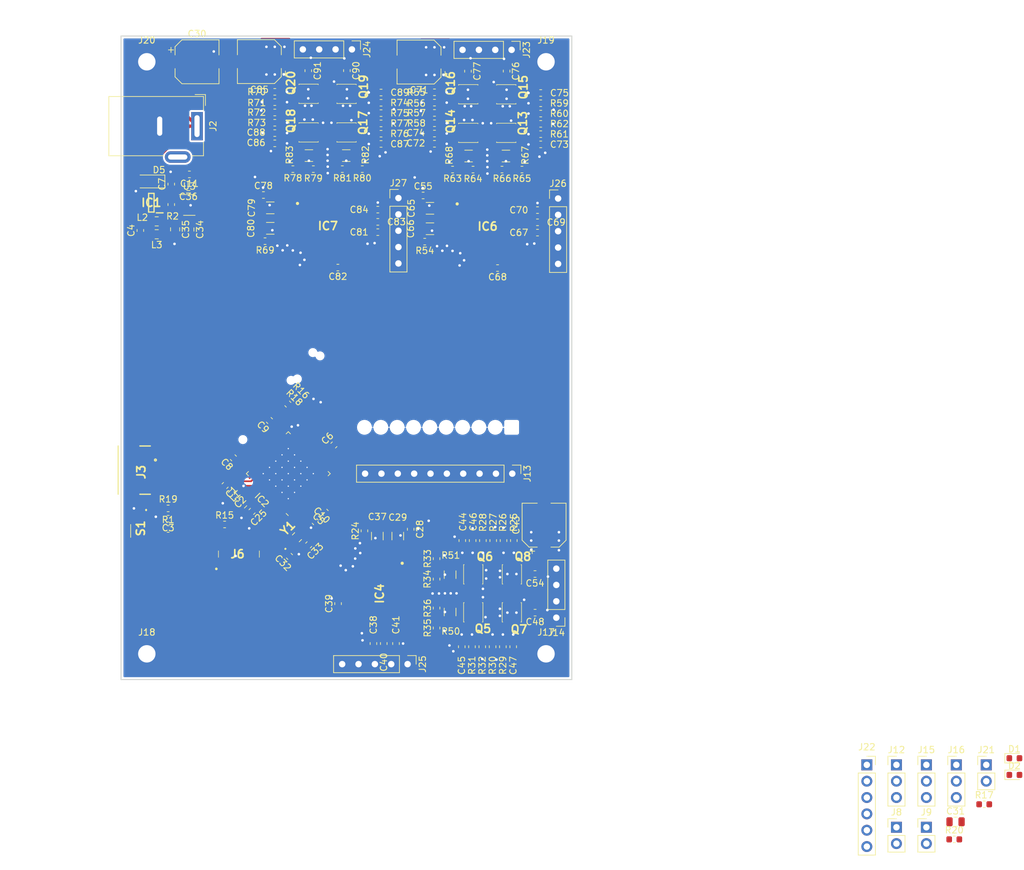
<source format=kicad_pcb>
(kicad_pcb (version 20171130) (host pcbnew "(5.1.6)-1")
  (layers (0 F.Cu signal) (1 In1.Cu power) (2 In2.Cu signal) (31 B.Cu power) (35 F.Paste user) (37 F.SilkS user) (39 F.Mask user) (44 Edge.Cuts user))
  (net 0 "")
  (net 1 GND)
  (net 2 /VDDCORE)
  (net 3 /RESET)
  (net 4 "Net-(C4-Pad2)")
  (net 5 "Net-(C4-Pad1)")
  (net 6 +3V3)
  (net 7 "Net-(C7-Pad1)")
  (net 8 /AREF)
  (net 9 +VDC)
  (net 10 /OSC0)
  (net 11 /OSC1)
  (net 12 +5V)
  (net 13 "Net-(C40-Pad2)")
  (net 14 "Net-(C40-Pad1)")
  (net 15 "Net-(C41-Pad2)")
  (net 16 "Net-(C44-Pad2)")
  (net 17 "Net-(C45-Pad2)")
  (net 18 "Net-(C46-Pad2)")
  (net 19 "Net-(C47-Pad2)")
  (net 20 "Net-(D1-Pad2)")
  (net 21 "Net-(D2-Pad2)")
  (net 22 "Net-(IC2-Pad64)")
  (net 23 "Net-(IC2-Pad63)")
  (net 24 "Net-(IC2-Pad62)")
  (net 25 "Net-(IC2-Pad61)")
  (net 26 "Net-(IC2-Pad60)")
  (net 27 /D0_EN)
  (net 28 /SWDIO)
  (net 29 /SWCLK)
  (net 30 /VSW)
  (net 31 /MOSI)
  (net 32 /MISO)
  (net 33 /D+)
  (net 34 /D-)
  (net 35 /CAN_RX)
  (net 36 /CAN_TX)
  (net 37 /D0_DIR)
  (net 38 /D0_STEP)
  (net 39 /RX)
  (net 40 /TX)
  (net 41 /D0_CS)
  (net 42 /SCK)
  (net 43 "Net-(IC2-Pad35)")
  (net 44 /D1_DIR)
  (net 45 /D1_STEP)
  (net 46 /SCL)
  (net 47 /SDA)
  (net 48 /D1_CS)
  (net 49 /D1_EN)
  (net 50 "Net-(IC2-Pad26)")
  (net 51 "Net-(IC2-Pad25)")
  (net 52 /D2_EN)
  (net 53 /D2_CS)
  (net 54 /D2_STEP)
  (net 55 /D2_DIR)
  (net 56 /SERVO1)
  (net 57 /SERVO0)
  (net 58 /GEN9)
  (net 59 /GEN8)
  (net 60 /GEN7)
  (net 61 /GEN6)
  (net 62 /GEN5)
  (net 63 /GEN4)
  (net 64 /GEN3)
  (net 65 /GEN2)
  (net 66 /GEN1)
  (net 67 /GEN0)
  (net 68 "Net-(IC2-Pad3)")
  (net 69 "Net-(IC4-Pad47)")
  (net 70 "Net-(IC4-Pad46)")
  (net 71 "Net-(IC4-Pad44)")
  (net 72 "Net-(IC4-Pad41)")
  (net 73 "Net-(IC4-Pad39)")
  (net 74 "Net-(IC4-Pad38)")
  (net 75 "Net-(IC4-Pad36)")
  (net 76 "Net-(IC4-Pad27)")
  (net 77 "Net-(IC4-Pad26)")
  (net 78 "Net-(IC4-Pad10)")
  (net 79 "Net-(IC4-Pad9)")
  (net 80 "Net-(IC4-Pad8)")
  (net 81 "Net-(IC4-Pad7)")
  (net 82 "Net-(IC4-Pad1)")
  (net 83 "Net-(J3-Pad4)")
  (net 84 "Net-(J6-Pad9)")
  (net 85 "Net-(J6-Pad8)")
  (net 86 "Net-(J6-Pad7)")
  (net 87 "Net-(J6-Pad6)")
  (net 88 "Net-(R2-Pad2)")
  (net 89 "Net-(R19-Pad1)")
  (net 90 /GEN14)
  (net 91 "Net-(U3-Pad4)")
  (net 92 "Net-(IC2-Pad59)")
  (net 93 "Net-(IC2-Pad51)")
  (net 94 /5160Driver0/D0_12VO)
  (net 95 /5160Driver0/D0_5VO)
  (net 96 /5160Driver0/D0_VCC)
  (net 97 /5160Driver0/S0_1B)
  (net 98 /5160Driver0/S0_1A)
  (net 99 /5160Driver0/S0_2B)
  (net 100 /5160Driver0/S0_2A)
  (net 101 /5160Driver0/D0_ENCN)
  (net 102 /5160Driver0/D0_ENCA)
  (net 103 /5160Driver0/D0_ENCB)
  (net 104 /5160Driver0/S0_LA2)
  (net 105 /5160Driver0/S0_SRAH)
  (net 106 /5160Driver0/S0_LA1)
  (net 107 /5160Driver0/S0_LB2)
  (net 108 /5160Driver0/S0_SRBH)
  (net 109 /5160Driver0/S0_LB1)
  (net 110 /5160Driver0/S0_HA2)
  (net 111 /5160Driver0/S0_HA1)
  (net 112 /5160Driver0/S0_HB2)
  (net 113 /5160Driver0/S0_HB1)
  (net 114 /sheet61BB23C4/D0_12VO)
  (net 115 /sheet61BB23C4/D0_5VO)
  (net 116 /sheet61BB23C4/D0_VCC)
  (net 117 "Net-(C69-Pad2)")
  (net 118 "Net-(C69-Pad1)")
  (net 119 "Net-(C70-Pad2)")
  (net 120 "Net-(C72-Pad2)")
  (net 121 /sheet61BB23C4/S0_1B)
  (net 122 "Net-(C73-Pad2)")
  (net 123 /sheet61BB23C4/S0_1A)
  (net 124 "Net-(C74-Pad2)")
  (net 125 /sheet61BB23C4/S0_2B)
  (net 126 "Net-(C75-Pad2)")
  (net 127 /sheet61BB23C4/S0_2A)
  (net 128 /sheet61C22781/D0_12VO)
  (net 129 /sheet61C22781/D0_5VO)
  (net 130 /sheet61C22781/D0_VCC)
  (net 131 "Net-(C83-Pad2)")
  (net 132 "Net-(C83-Pad1)")
  (net 133 "Net-(C84-Pad2)")
  (net 134 "Net-(C86-Pad2)")
  (net 135 /sheet61C22781/S0_1B)
  (net 136 "Net-(C87-Pad2)")
  (net 137 /sheet61C22781/S0_1A)
  (net 138 "Net-(C88-Pad2)")
  (net 139 /sheet61C22781/S0_2B)
  (net 140 "Net-(C89-Pad2)")
  (net 141 /sheet61C22781/S0_2A)
  (net 142 "Net-(IC6-Pad47)")
  (net 143 "Net-(IC6-Pad46)")
  (net 144 "Net-(IC6-Pad44)")
  (net 145 "Net-(IC6-Pad41)")
  (net 146 "Net-(IC6-Pad39)")
  (net 147 "Net-(IC6-Pad38)")
  (net 148 "Net-(IC6-Pad36)")
  (net 149 "Net-(IC6-Pad27)")
  (net 150 "Net-(IC6-Pad26)")
  (net 151 /sheet61BB23C4/D0_ENCN)
  (net 152 /sheet61BB23C4/D0_ENCA)
  (net 153 /sheet61BB23C4/D0_ENCB)
  (net 154 "Net-(IC6-Pad10)")
  (net 155 "Net-(IC6-Pad9)")
  (net 156 "Net-(IC6-Pad8)")
  (net 157 "Net-(IC6-Pad7)")
  (net 158 "Net-(IC6-Pad1)")
  (net 159 "Net-(IC7-Pad47)")
  (net 160 "Net-(IC7-Pad46)")
  (net 161 "Net-(IC7-Pad44)")
  (net 162 "Net-(IC7-Pad41)")
  (net 163 "Net-(IC7-Pad39)")
  (net 164 "Net-(IC7-Pad38)")
  (net 165 "Net-(IC7-Pad36)")
  (net 166 "Net-(IC7-Pad27)")
  (net 167 "Net-(IC7-Pad26)")
  (net 168 /sheet61C22781/D0_ENCN)
  (net 169 /sheet61C22781/D0_ENCA)
  (net 170 /sheet61C22781/D0_ENCB)
  (net 171 "Net-(IC7-Pad10)")
  (net 172 "Net-(IC7-Pad9)")
  (net 173 "Net-(IC7-Pad8)")
  (net 174 "Net-(IC7-Pad7)")
  (net 175 "Net-(IC7-Pad1)")
  (net 176 /sheet61BB23C4/S0_LA2)
  (net 177 /sheet61BB23C4/S0_SRAH)
  (net 178 /sheet61BB23C4/S0_LA1)
  (net 179 /sheet61BB23C4/S0_LB2)
  (net 180 /sheet61BB23C4/S0_SRBH)
  (net 181 /sheet61BB23C4/S0_LB1)
  (net 182 /sheet61BB23C4/S0_HA2)
  (net 183 /sheet61BB23C4/S0_HA1)
  (net 184 /sheet61BB23C4/S0_HB2)
  (net 185 /sheet61BB23C4/S0_HB1)
  (net 186 /sheet61C22781/S0_LA2)
  (net 187 /sheet61C22781/S0_SRAH)
  (net 188 /sheet61C22781/S0_LA1)
  (net 189 /sheet61C22781/S0_LB2)
  (net 190 /sheet61C22781/S0_SRBH)
  (net 191 /sheet61C22781/S0_LB1)
  (net 192 /sheet61C22781/S0_HA2)
  (net 193 /sheet61C22781/S0_HA1)
  (net 194 /sheet61C22781/S0_HB2)
  (net 195 /sheet61C22781/S0_HB1)
  (module Resistor_SMD:R_0603_1608Metric (layer F.Cu) (at 143.8 221.03)
    (fp_text reference R20 (at 0 -1.43) (layer F.SilkS))
    (fp_text value 174)
    (pad 2 smd roundrect (at 0.7875 0) (size 0.875 0.95) (layers F.Cu F.Paste F.Mask) (net 90 /GEN14))
    (pad 1 smd roundrect (at -0.7875 0) (size 0.875 0.95) (layers F.Cu F.Paste F.Mask) (net 21 "Net-(D2-Pad2)"))
  )
  (module Resistor_SMD:R_0603_1608Metric (layer F.Cu) (at 148.45 215.58)
    (fp_text reference R17 (at 0 -1.43) (layer F.SilkS))
    (fp_text value 174)
    (pad 2 smd roundrect (at 0.7875 0) (size 0.875 0.95) (layers F.Cu F.Paste F.Mask) (net 6 +3V3))
    (pad 1 smd roundrect (at -0.7875 0) (size 0.875 0.95) (layers F.Cu F.Paste F.Mask) (net 20 "Net-(D1-Pad2)"))
  )
  (module Connector_PinSocket_2.54mm:PinSocket_1x06_P2.54mm_Vertical (layer F.Cu) (at 130.22 209.45)
    (fp_text reference J22 (at 0 -2.77) (layer F.SilkS))
    (fp_text value Conn_01x06)
    (pad 6 thru_hole oval (at 0 12.7) (size 1.7 1.7) (drill 1) (layers *.Cu *.Mask) (net 1 GND))
    (pad 5 thru_hole oval (at 0 10.16) (size 1.7 1.7) (drill 1) (layers *.Cu *.Mask) (net 1 GND))
    (pad 4 thru_hole oval (at 0 7.62) (size 1.7 1.7) (drill 1) (layers *.Cu *.Mask) (net 6 +3V3))
    (pad 3 thru_hole oval (at 0 5.08) (size 1.7 1.7) (drill 1) (layers *.Cu *.Mask) (net 6 +3V3))
    (pad 2 thru_hole oval (at 0 2.54) (size 1.7 1.7) (drill 1) (layers *.Cu *.Mask) (net 12 +5V))
    (pad 1 thru_hole rect (at 0 0) (size 1.7 1.7) (drill 1) (layers *.Cu *.Mask) (net 9 +VDC))
  )
  (module Connector_PinHeader_2.54mm:PinHeader_1x02_P2.54mm_Vertical (layer F.Cu) (at 148.77 209.45)
    (fp_text reference J21 (at 0 -2.33) (layer F.SilkS))
    (fp_text value Conn_01x02)
    (pad 2 thru_hole oval (at 0 2.54) (size 1.7 1.7) (drill 1) (layers *.Cu *.Mask) (net 39 /RX))
    (pad 1 thru_hole rect (at 0 0) (size 1.7 1.7) (drill 1) (layers *.Cu *.Mask) (net 40 /TX))
  )
  (module Connector_PinHeader_2.54mm:PinHeader_1x03_P2.54mm_Vertical (layer F.Cu) (at 144.12 209.45)
    (fp_text reference J16 (at 0 -2.33) (layer F.SilkS))
    (fp_text value Conn_01x03)
    (pad 3 thru_hole oval (at 0 5.08) (size 1.7 1.7) (drill 1) (layers *.Cu *.Mask) (net 1 GND))
    (pad 2 thru_hole oval (at 0 2.54) (size 1.7 1.7) (drill 1) (layers *.Cu *.Mask) (net 12 +5V))
    (pad 1 thru_hole rect (at 0 0) (size 1.7 1.7) (drill 1) (layers *.Cu *.Mask) (net 57 /SERVO0))
  )
  (module Connector_PinHeader_2.54mm:PinHeader_1x03_P2.54mm_Vertical (layer F.Cu) (at 139.47 209.45)
    (fp_text reference J15 (at 0 -2.33) (layer F.SilkS))
    (fp_text value Conn_01x03)
    (pad 3 thru_hole oval (at 0 5.08) (size 1.7 1.7) (drill 1) (layers *.Cu *.Mask) (net 1 GND))
    (pad 2 thru_hole oval (at 0 2.54) (size 1.7 1.7) (drill 1) (layers *.Cu *.Mask) (net 12 +5V))
    (pad 1 thru_hole rect (at 0 0) (size 1.7 1.7) (drill 1) (layers *.Cu *.Mask) (net 56 /SERVO1))
  )
  (module Connector_PinHeader_2.54mm:PinHeader_1x03_P2.54mm_Vertical (layer F.Cu) (at 134.82 209.45)
    (fp_text reference J12 (at 0 -2.33) (layer F.SilkS))
    (fp_text value Conn_01x03)
    (pad 3 thru_hole oval (at 0 5.08) (size 1.7 1.7) (drill 1) (layers *.Cu *.Mask) (net 42 /SCK))
    (pad 2 thru_hole oval (at 0 2.54) (size 1.7 1.7) (drill 1) (layers *.Cu *.Mask) (net 31 /MOSI))
    (pad 1 thru_hole rect (at 0 0) (size 1.7 1.7) (drill 1) (layers *.Cu *.Mask) (net 32 /MISO))
  )
  (module Connector_PinHeader_2.54mm:PinHeader_1x02_P2.54mm_Vertical (layer F.Cu) (at 139.47 219.15)
    (fp_text reference J9 (at 0 -2.33) (layer F.SilkS))
    (fp_text value Conn_01x02)
    (pad 2 thru_hole oval (at 0 2.54) (size 1.7 1.7) (drill 1) (layers *.Cu *.Mask) (net 46 /SCL))
    (pad 1 thru_hole rect (at 0 0) (size 1.7 1.7) (drill 1) (layers *.Cu *.Mask) (net 47 /SDA))
  )
  (module Connector_PinHeader_2.54mm:PinHeader_1x02_P2.54mm_Vertical (layer F.Cu) (at 134.82 219.15)
    (fp_text reference J8 (at 0 -2.33) (layer F.SilkS))
    (fp_text value Conn_01x02)
    (pad 2 thru_hole oval (at 0 2.54) (size 1.7 1.7) (drill 1) (layers *.Cu *.Mask) (net 35 /CAN_RX))
    (pad 1 thru_hole rect (at 0 0) (size 1.7 1.7) (drill 1) (layers *.Cu *.Mask) (net 36 /CAN_TX))
  )
  (module LED_SMD:LED_0603_1608Metric (layer F.Cu) (at 153.14 211.01)
    (fp_text reference D2 (at 0 -1.43) (layer F.SilkS))
    (fp_text value LED)
    (pad 2 smd roundrect (at 0.7875 0) (size 0.875 0.95) (layers F.Cu F.Paste F.Mask) (net 21 "Net-(D2-Pad2)"))
    (pad 1 smd roundrect (at -0.7875 0) (size 0.875 0.95) (layers F.Cu F.Paste F.Mask) (net 1 GND))
  )
  (module LED_SMD:LED_0603_1608Metric (layer F.Cu) (at 153.14 208.42)
    (fp_text reference D1 (at 0 -1.43) (layer F.SilkS))
    (fp_text value LED)
    (pad 2 smd roundrect (at 0.7875 0) (size 0.875 0.95) (layers F.Cu F.Paste F.Mask) (net 20 "Net-(D1-Pad2)"))
    (pad 1 smd roundrect (at -0.7875 0) (size 0.875 0.95) (layers F.Cu F.Paste F.Mask) (net 1 GND))
  )
  (module Capacitor_SMD:C_0805_2012Metric (layer F.Cu) (at 144 218.3)
    (fp_text reference C31 (at 0 -1.65) (layer F.SilkS))
    (fp_text value 10uF)
    (pad 2 smd roundrect (at 0.9375 0) (size 0.975 1.4) (layers F.Cu F.Paste F.Mask) (net 1 GND))
    (pad 1 smd roundrect (at -0.9375 0) (size 0.975 1.4) (layers F.Cu F.Paste F.Mask) (net 6 +3V3))
  )
  (module Connector_PinHeader_2.54mm:PinHeader_1x05_P2.54mm_Vertical (layer F.Cu) (at 57.475 121.377)
    (fp_text reference J27 (at 0 -2.33) (layer F.SilkS))
    (fp_text value Conn_01x05)
    (pad 5 thru_hole oval (at 0 10.16) (size 1.7 1.7) (drill 1) (layers *.Cu *.Mask) (net 1 GND))
    (pad 4 thru_hole oval (at 0 7.62) (size 1.7 1.7) (drill 1) (layers *.Cu *.Mask) (net 12 +5V))
    (pad 3 thru_hole oval (at 0 5.08) (size 1.7 1.7) (drill 1) (layers *.Cu *.Mask) (net 170 /sheet61C22781/D0_ENCB))
    (pad 2 thru_hole oval (at 0 2.54) (size 1.7 1.7) (drill 1) (layers *.Cu *.Mask) (net 169 /sheet61C22781/D0_ENCA))
    (pad 1 thru_hole rect (at 0 0) (size 1.7 1.7) (drill 1) (layers *.Cu *.Mask) (net 168 /sheet61C22781/D0_ENCN))
  )
  (module Connector_PinHeader_2.54mm:PinHeader_1x05_P2.54mm_Vertical (layer F.Cu) (at 82.275 121.447)
    (fp_text reference J26 (at 0 -2.33) (layer F.SilkS))
    (fp_text value Conn_01x05)
    (pad 5 thru_hole oval (at 0 10.16) (size 1.7 1.7) (drill 1) (layers *.Cu *.Mask) (net 1 GND))
    (pad 4 thru_hole oval (at 0 7.62) (size 1.7 1.7) (drill 1) (layers *.Cu *.Mask) (net 12 +5V))
    (pad 3 thru_hole oval (at 0 5.08) (size 1.7 1.7) (drill 1) (layers *.Cu *.Mask) (net 153 /sheet61BB23C4/D0_ENCB))
    (pad 2 thru_hole oval (at 0 2.54) (size 1.7 1.7) (drill 1) (layers *.Cu *.Mask) (net 152 /sheet61BB23C4/D0_ENCA))
    (pad 1 thru_hole rect (at 0 0) (size 1.7 1.7) (drill 1) (layers *.Cu *.Mask) (net 151 /sheet61BB23C4/D0_ENCN))
  )
  (module Connector_PinHeader_2.54mm:PinHeader_1x05_P2.54mm_Vertical (layer F.Cu) (at 58.9 193.8 270)
    (fp_text reference J25 (at 0 -2.33 90) (layer F.SilkS))
    (fp_text value Conn_01x05)
    (pad 5 thru_hole oval (at 0 10.16 270) (size 1.7 1.7) (drill 1) (layers *.Cu *.Mask) (net 1 GND))
    (pad 4 thru_hole oval (at 0 7.62 270) (size 1.7 1.7) (drill 1) (layers *.Cu *.Mask) (net 12 +5V))
    (pad 3 thru_hole oval (at 0 5.08 270) (size 1.7 1.7) (drill 1) (layers *.Cu *.Mask) (net 103 /5160Driver0/D0_ENCB))
    (pad 2 thru_hole oval (at 0 2.54 270) (size 1.7 1.7) (drill 1) (layers *.Cu *.Mask) (net 102 /5160Driver0/D0_ENCA))
    (pad 1 thru_hole rect (at 0 0 270) (size 1.7 1.7) (drill 1) (layers *.Cu *.Mask) (net 101 /5160Driver0/D0_ENCN))
  )
  (module Resistor_SMD:R_1206_3216Metric (layer F.Cu) (at 43.575 114.777)
    (fp_text reference R83 (at -3 -0.1 90) (layer F.SilkS))
    (fp_text value 0R05)
    (pad 2 smd roundrect (at 1.4 0) (size 1.25 1.75) (layers F.Cu F.Paste F.Mask) (roundrect_rratio 0.2) (net 1 GND))
    (pad 1 smd roundrect (at -1.4 0) (size 1.25 1.75) (layers F.Cu F.Paste F.Mask) (roundrect_rratio 0.2) (net 190 /sheet61C22781/S0_SRBH))
  )
  (module Resistor_SMD:R_1206_3216Metric (layer F.Cu) (at 49.375 114.777 180)
    (fp_text reference R82 (at -3 0.1 90) (layer F.SilkS))
    (fp_text value 0R05)
    (pad 1 smd roundrect (at -1.4 0 180) (size 1.25 1.75) (layers F.Cu F.Paste F.Mask) (roundrect_rratio 0.2) (net 187 /sheet61C22781/S0_SRAH))
    (pad 2 smd roundrect (at 1.4 0 180) (size 1.25 1.75) (layers F.Cu F.Paste F.Mask) (roundrect_rratio 0.2) (net 1 GND))
  )
  (module Resistor_SMD:R_0603_1608Metric (layer F.Cu) (at 48.7625 116.877)
    (fp_text reference R81 (at 0.0125 1.4 180) (layer F.SilkS))
    (fp_text value 47)
    (pad 1 smd roundrect (at -0.7875 0) (size 0.875 0.95) (layers F.Cu F.Paste F.Mask) (net 1 GND))
    (pad 2 smd roundrect (at 0.7875 0) (size 0.875 0.95) (layers F.Cu F.Paste F.Mask) (net 174 "Net-(IC7-Pad7)"))
  )
  (module Resistor_SMD:R_0603_1608Metric (layer F.Cu) (at 51.8625 116.877 180)
    (fp_text reference R80 (at 0.0125 -1.4 180) (layer F.SilkS))
    (fp_text value 47)
    (pad 1 smd roundrect (at -0.7875 0 180) (size 0.875 0.95) (layers F.Cu F.Paste F.Mask) (net 173 "Net-(IC7-Pad8)"))
    (pad 2 smd roundrect (at 0.7875 0 180) (size 0.875 0.95) (layers F.Cu F.Paste F.Mask) (net 187 /sheet61C22781/S0_SRAH))
  )
  (module Resistor_SMD:R_0603_1608Metric (layer F.Cu) (at 44.2625 116.877 180)
    (fp_text reference R79 (at 0 -1.43 180) (layer F.SilkS))
    (fp_text value 47)
    (pad 1 smd roundrect (at -0.7875 0 180) (size 0.875 0.95) (layers F.Cu F.Paste F.Mask) (net 1 GND))
    (pad 2 smd roundrect (at 0.7875 0 180) (size 0.875 0.95) (layers F.Cu F.Paste F.Mask) (net 171 "Net-(IC7-Pad10)"))
  )
  (module Resistor_SMD:R_0603_1608Metric (layer F.Cu) (at 41.0875 116.877)
    (fp_text reference R78 (at 0 1.4 180) (layer F.SilkS))
    (fp_text value 47)
    (pad 1 smd roundrect (at -0.7875 0) (size 0.875 0.95) (layers F.Cu F.Paste F.Mask) (net 172 "Net-(IC7-Pad9)"))
    (pad 2 smd roundrect (at 0.7875 0) (size 0.875 0.95) (layers F.Cu F.Paste F.Mask) (net 190 /sheet61C22781/S0_SRBH))
  )
  (module Resistor_SMD:R_0603_1608Metric (layer F.Cu) (at 54.775 109.777)
    (fp_text reference R77 (at 2.9 0 180) (layer F.SilkS))
    (fp_text value 15)
    (pad 1 smd roundrect (at -0.7875 0) (size 0.875 0.95) (layers F.Cu F.Paste F.Mask) (net 186 /sheet61C22781/S0_LA2))
    (pad 2 smd roundrect (at 0.7875 0) (size 0.875 0.95) (layers F.Cu F.Paste F.Mask) (net 164 "Net-(IC7-Pad38)"))
  )
  (module Resistor_SMD:R_0603_1608Metric (layer F.Cu) (at 54.775 111.377 180)
    (fp_text reference R76 (at -2.8875 0 180) (layer F.SilkS))
    (fp_text value 15)
    (pad 1 smd roundrect (at -0.7875 0 180) (size 0.875 0.95) (layers F.Cu F.Paste F.Mask) (net 163 "Net-(IC7-Pad39)"))
    (pad 2 smd roundrect (at 0.7875 0 180) (size 0.875 0.95) (layers F.Cu F.Paste F.Mask) (net 188 /sheet61C22781/S0_LA1))
  )
  (module Resistor_SMD:R_0603_1608Metric (layer F.Cu) (at 54.775 108.177)
    (fp_text reference R75 (at 2.8875 0 180) (layer F.SilkS))
    (fp_text value 15)
    (pad 1 smd roundrect (at -0.7875 0) (size 0.875 0.95) (layers F.Cu F.Paste F.Mask) (net 192 /sheet61C22781/S0_HA2))
    (pad 2 smd roundrect (at 0.7875 0) (size 0.875 0.95) (layers F.Cu F.Paste F.Mask) (net 165 "Net-(IC7-Pad36)"))
  )
  (module Resistor_SMD:R_0603_1608Metric (layer F.Cu) (at 54.775 106.577 180)
    (fp_text reference R74 (at -2.8875 0 180) (layer F.SilkS))
    (fp_text value 15)
    (pad 1 smd roundrect (at -0.7875 0 180) (size 0.875 0.95) (layers F.Cu F.Paste F.Mask) (net 162 "Net-(IC7-Pad41)"))
    (pad 2 smd roundrect (at 0.7875 0 180) (size 0.875 0.95) (layers F.Cu F.Paste F.Mask) (net 193 /sheet61C22781/S0_HA1))
  )
  (module Resistor_SMD:R_0603_1608Metric (layer F.Cu) (at 38.275 109.677 180)
    (fp_text reference R73 (at 2.8125 0 180) (layer F.SilkS))
    (fp_text value 15)
    (pad 1 smd roundrect (at -0.7875 0 180) (size 0.875 0.95) (layers F.Cu F.Paste F.Mask) (net 189 /sheet61C22781/S0_LB2))
    (pad 2 smd roundrect (at 0.7875 0 180) (size 0.875 0.95) (layers F.Cu F.Paste F.Mask) (net 160 "Net-(IC7-Pad46)"))
  )
  (module Resistor_SMD:R_0603_1608Metric (layer F.Cu) (at 38.275 108.077)
    (fp_text reference R72 (at -2.8125 0 180) (layer F.SilkS))
    (fp_text value 15)
    (pad 1 smd roundrect (at -0.7875 0) (size 0.875 0.95) (layers F.Cu F.Paste F.Mask) (net 159 "Net-(IC7-Pad47)"))
    (pad 2 smd roundrect (at 0.7875 0) (size 0.875 0.95) (layers F.Cu F.Paste F.Mask) (net 191 /sheet61C22781/S0_LB1))
  )
  (module Resistor_SMD:R_0603_1608Metric (layer F.Cu) (at 38.275 106.477 180)
    (fp_text reference R71 (at 2.8125 -0.1 180) (layer F.SilkS))
    (fp_text value 15)
    (pad 1 smd roundrect (at -0.7875 0 180) (size 0.875 0.95) (layers F.Cu F.Paste F.Mask) (net 194 /sheet61C22781/S0_HB2))
    (pad 2 smd roundrect (at 0.7875 0 180) (size 0.875 0.95) (layers F.Cu F.Paste F.Mask) (net 161 "Net-(IC7-Pad44)"))
  )
  (module Resistor_SMD:R_0603_1608Metric (layer F.Cu) (at 38.275 104.877)
    (fp_text reference R70 (at -2.8125 0 180) (layer F.SilkS))
    (fp_text value 15)
    (pad 1 smd roundrect (at -0.7875 0) (size 0.875 0.95) (layers F.Cu F.Paste F.Mask) (net 175 "Net-(IC7-Pad1)"))
    (pad 2 smd roundrect (at 0.7875 0) (size 0.875 0.95) (layers F.Cu F.Paste F.Mask) (net 195 /sheet61C22781/S0_HB1))
  )
  (module Resistor_SMD:R_0603_1608Metric (layer F.Cu) (at 36.7625 128.077)
    (fp_text reference R69 (at 0.0125 1.4 180) (layer F.SilkS))
    (fp_text value 2R2)
    (pad 1 smd roundrect (at -0.7875 0) (size 0.875 0.95) (layers F.Cu F.Paste F.Mask) (net 129 /sheet61C22781/D0_5VO))
    (pad 2 smd roundrect (at 0.7875 0) (size 0.875 0.95) (layers F.Cu F.Paste F.Mask) (net 130 /sheet61C22781/D0_VCC))
  )
  (module Resistor_SMD:R_1206_3216Metric (layer F.Cu) (at 68.375 114.847)
    (fp_text reference R68 (at -3 -0.1 90) (layer F.SilkS))
    (fp_text value 0R05)
    (pad 1 smd roundrect (at -1.4 0) (size 1.25 1.75) (layers F.Cu F.Paste F.Mask) (roundrect_rratio 0.2) (net 180 /sheet61BB23C4/S0_SRBH))
    (pad 2 smd roundrect (at 1.4 0) (size 1.25 1.75) (layers F.Cu F.Paste F.Mask) (roundrect_rratio 0.2) (net 1 GND))
  )
  (module Resistor_SMD:R_1206_3216Metric (layer F.Cu) (at 74.175 114.847 180)
    (fp_text reference R67 (at -3 0.1 90) (layer F.SilkS))
    (fp_text value 0R05)
    (pad 1 smd roundrect (at -1.4 0 180) (size 1.25 1.75) (layers F.Cu F.Paste F.Mask) (roundrect_rratio 0.2) (net 177 /sheet61BB23C4/S0_SRAH))
    (pad 2 smd roundrect (at 1.4 0 180) (size 1.25 1.75) (layers F.Cu F.Paste F.Mask) (roundrect_rratio 0.2) (net 1 GND))
  )
  (module Resistor_SMD:R_0603_1608Metric (layer F.Cu) (at 73.5625 116.947)
    (fp_text reference R66 (at 0.0125 1.4 180) (layer F.SilkS))
    (fp_text value 47)
    (pad 1 smd roundrect (at -0.7875 0) (size 0.875 0.95) (layers F.Cu F.Paste F.Mask) (net 1 GND))
    (pad 2 smd roundrect (at 0.7875 0) (size 0.875 0.95) (layers F.Cu F.Paste F.Mask) (net 157 "Net-(IC6-Pad7)"))
  )
  (module Resistor_SMD:R_0603_1608Metric (layer F.Cu) (at 76.6625 116.947 180)
    (fp_text reference R65 (at 0.0125 -1.4 180) (layer F.SilkS))
    (fp_text value 47)
    (pad 1 smd roundrect (at -0.7875 0 180) (size 0.875 0.95) (layers F.Cu F.Paste F.Mask) (net 156 "Net-(IC6-Pad8)"))
    (pad 2 smd roundrect (at 0.7875 0 180) (size 0.875 0.95) (layers F.Cu F.Paste F.Mask) (net 177 /sheet61BB23C4/S0_SRAH))
  )
  (module Resistor_SMD:R_0603_1608Metric (layer F.Cu) (at 69.0625 116.947 180)
    (fp_text reference R64 (at 0 -1.43 180) (layer F.SilkS))
    (fp_text value 47)
    (pad 1 smd roundrect (at -0.7875 0 180) (size 0.875 0.95) (layers F.Cu F.Paste F.Mask) (net 1 GND))
    (pad 2 smd roundrect (at 0.7875 0 180) (size 0.875 0.95) (layers F.Cu F.Paste F.Mask) (net 154 "Net-(IC6-Pad10)"))
  )
  (module Resistor_SMD:R_0603_1608Metric (layer F.Cu) (at 65.8875 116.947)
    (fp_text reference R63 (at 0 1.4 180) (layer F.SilkS))
    (fp_text value 47)
    (pad 1 smd roundrect (at -0.7875 0) (size 0.875 0.95) (layers F.Cu F.Paste F.Mask) (net 155 "Net-(IC6-Pad9)"))
    (pad 2 smd roundrect (at 0.7875 0) (size 0.875 0.95) (layers F.Cu F.Paste F.Mask) (net 180 /sheet61BB23C4/S0_SRBH))
  )
  (module Resistor_SMD:R_0603_1608Metric (layer F.Cu) (at 79.575 109.847)
    (fp_text reference R62 (at 2.9 0 180) (layer F.SilkS))
    (fp_text value 15)
    (pad 1 smd roundrect (at -0.7875 0) (size 0.875 0.95) (layers F.Cu F.Paste F.Mask) (net 176 /sheet61BB23C4/S0_LA2))
    (pad 2 smd roundrect (at 0.7875 0) (size 0.875 0.95) (layers F.Cu F.Paste F.Mask) (net 147 "Net-(IC6-Pad38)"))
  )
  (module Resistor_SMD:R_0603_1608Metric (layer F.Cu) (at 79.575 111.447 180)
    (fp_text reference R61 (at -2.8875 0 180) (layer F.SilkS))
    (fp_text value 15)
    (pad 1 smd roundrect (at -0.7875 0 180) (size 0.875 0.95) (layers F.Cu F.Paste F.Mask) (net 146 "Net-(IC6-Pad39)"))
    (pad 2 smd roundrect (at 0.7875 0 180) (size 0.875 0.95) (layers F.Cu F.Paste F.Mask) (net 178 /sheet61BB23C4/S0_LA1))
  )
  (module Resistor_SMD:R_0603_1608Metric (layer F.Cu) (at 79.575 108.247)
    (fp_text reference R60 (at 2.8875 0 180) (layer F.SilkS))
    (fp_text value 15)
    (pad 1 smd roundrect (at -0.7875 0) (size 0.875 0.95) (layers F.Cu F.Paste F.Mask) (net 182 /sheet61BB23C4/S0_HA2))
    (pad 2 smd roundrect (at 0.7875 0) (size 0.875 0.95) (layers F.Cu F.Paste F.Mask) (net 148 "Net-(IC6-Pad36)"))
  )
  (module Resistor_SMD:R_0603_1608Metric (layer F.Cu) (at 79.575 106.647 180)
    (fp_text reference R59 (at -2.8875 0 180) (layer F.SilkS))
    (fp_text value 15)
    (pad 1 smd roundrect (at -0.7875 0 180) (size 0.875 0.95) (layers F.Cu F.Paste F.Mask) (net 145 "Net-(IC6-Pad41)"))
    (pad 2 smd roundrect (at 0.7875 0 180) (size 0.875 0.95) (layers F.Cu F.Paste F.Mask) (net 183 /sheet61BB23C4/S0_HA1))
  )
  (module Resistor_SMD:R_0603_1608Metric (layer F.Cu) (at 63.075 109.747 180)
    (fp_text reference R58 (at 2.8125 0 180) (layer F.SilkS))
    (fp_text value 15)
    (pad 1 smd roundrect (at -0.7875 0 180) (size 0.875 0.95) (layers F.Cu F.Paste F.Mask) (net 179 /sheet61BB23C4/S0_LB2))
    (pad 2 smd roundrect (at 0.7875 0 180) (size 0.875 0.95) (layers F.Cu F.Paste F.Mask) (net 143 "Net-(IC6-Pad46)"))
  )
  (module Resistor_SMD:R_0603_1608Metric (layer F.Cu) (at 63.075 108.147)
    (fp_text reference R57 (at -2.8125 0 180) (layer F.SilkS))
    (fp_text value 15)
    (pad 1 smd roundrect (at -0.7875 0) (size 0.875 0.95) (layers F.Cu F.Paste F.Mask) (net 142 "Net-(IC6-Pad47)"))
    (pad 2 smd roundrect (at 0.7875 0) (size 0.875 0.95) (layers F.Cu F.Paste F.Mask) (net 181 /sheet61BB23C4/S0_LB1))
  )
  (module Resistor_SMD:R_0603_1608Metric (layer F.Cu) (at 63.075 106.547 180)
    (fp_text reference R56 (at 2.8125 -0.1 180) (layer F.SilkS))
    (fp_text value 15)
    (pad 1 smd roundrect (at -0.7875 0 180) (size 0.875 0.95) (layers F.Cu F.Paste F.Mask) (net 184 /sheet61BB23C4/S0_HB2))
    (pad 2 smd roundrect (at 0.7875 0 180) (size 0.875 0.95) (layers F.Cu F.Paste F.Mask) (net 144 "Net-(IC6-Pad44)"))
  )
  (module Resistor_SMD:R_0603_1608Metric (layer F.Cu) (at 63.075 104.947)
    (fp_text reference R55 (at -2.8125 0 180) (layer F.SilkS))
    (fp_text value 15)
    (pad 1 smd roundrect (at -0.7875 0) (size 0.875 0.95) (layers F.Cu F.Paste F.Mask) (net 158 "Net-(IC6-Pad1)"))
    (pad 2 smd roundrect (at 0.7875 0) (size 0.875 0.95) (layers F.Cu F.Paste F.Mask) (net 185 /sheet61BB23C4/S0_HB1))
  )
  (module Resistor_SMD:R_0603_1608Metric (layer F.Cu) (at 61.5625 128.147)
    (fp_text reference R54 (at 0.0125 1.4 180) (layer F.SilkS))
    (fp_text value 2R2)
    (pad 1 smd roundrect (at -0.7875 0) (size 0.875 0.95) (layers F.Cu F.Paste F.Mask) (net 115 /sheet61BB23C4/D0_5VO))
    (pad 2 smd roundrect (at 0.7875 0) (size 0.875 0.95) (layers F.Cu F.Paste F.Mask) (net 116 /sheet61BB23C4/D0_VCC))
  )
  (module SamacSys_Parts:FDMC89521L (layer F.Cu) (at 43.525 105.177 90)
    (fp_text reference Q20 (at 1.7 -2.75 270) (layer F.SilkS) (effects (font (size 1.27 1.27) (thickness 0.254))))
    (fp_text value FDMC8030 hide)
    (pad 1 smd rect (at -0.975 1.39 90) (size 0.45 0.52) (layers F.Cu F.Paste F.Mask) (net 195 /sheet61C22781/S0_HB1))
    (pad 2 smd rect (at -0.258 1.39 180) (size 0.52 0.583) (layers F.Cu F.Paste F.Mask) (net 135 /sheet61C22781/S0_1B))
    (pad 3 smd rect (at 0.325 1.39 180) (size 0.52 0.583) (layers F.Cu F.Paste F.Mask) (net 135 /sheet61C22781/S0_1B))
    (pad 4 smd rect (at 0.908 1.39 180) (size 0.52 0.583) (layers F.Cu F.Paste F.Mask) (net 135 /sheet61C22781/S0_1B))
    (pad 5 smd rect (at 0.908 -1.39 180) (size 0.52 0.583) (layers F.Cu F.Paste F.Mask) (net 139 /sheet61C22781/S0_2B))
    (pad 6 smd rect (at 0.325 -1.39 180) (size 0.52 0.583) (layers F.Cu F.Paste F.Mask) (net 139 /sheet61C22781/S0_2B))
    (pad 7 smd rect (at -0.258 -1.39 180) (size 0.52 0.583) (layers F.Cu F.Paste F.Mask) (net 139 /sheet61C22781/S0_2B))
    (pad 8 smd rect (at -0.975 -1.39 90) (size 0.45 0.52) (layers F.Cu F.Paste F.Mask) (net 194 /sheet61C22781/S0_HB2))
    (pad 9 smd rect (at 0 -0.55 180) (size 0.75 2.52) (layers F.Cu F.Paste F.Mask) (net 9 +VDC))
    (pad 10 smd rect (at 0 0.55 180) (size 0.75 2.52) (layers F.Cu F.Paste F.Mask) (net 9 +VDC))
  )
  (module SamacSys_Parts:FDMC89521L (layer F.Cu) (at 49.425 105.185 90)
    (fp_text reference Q19 (at 1.108 2.65 270) (layer F.SilkS) (effects (font (size 1.27 1.27) (thickness 0.254))))
    (fp_text value FDMC8030 hide)
    (pad 1 smd rect (at -0.975 1.39 90) (size 0.45 0.52) (layers F.Cu F.Paste F.Mask) (net 193 /sheet61C22781/S0_HA1))
    (pad 2 smd rect (at -0.258 1.39 180) (size 0.52 0.583) (layers F.Cu F.Paste F.Mask) (net 137 /sheet61C22781/S0_1A))
    (pad 3 smd rect (at 0.325 1.39 180) (size 0.52 0.583) (layers F.Cu F.Paste F.Mask) (net 137 /sheet61C22781/S0_1A))
    (pad 4 smd rect (at 0.908 1.39 180) (size 0.52 0.583) (layers F.Cu F.Paste F.Mask) (net 137 /sheet61C22781/S0_1A))
    (pad 5 smd rect (at 0.908 -1.39 180) (size 0.52 0.583) (layers F.Cu F.Paste F.Mask) (net 141 /sheet61C22781/S0_2A))
    (pad 6 smd rect (at 0.325 -1.39 180) (size 0.52 0.583) (layers F.Cu F.Paste F.Mask) (net 141 /sheet61C22781/S0_2A))
    (pad 7 smd rect (at -0.258 -1.39 180) (size 0.52 0.583) (layers F.Cu F.Paste F.Mask) (net 141 /sheet61C22781/S0_2A))
    (pad 8 smd rect (at -0.975 -1.39 90) (size 0.45 0.52) (layers F.Cu F.Paste F.Mask) (net 192 /sheet61C22781/S0_HA2))
    (pad 9 smd rect (at 0 -0.55 180) (size 0.75 2.52) (layers F.Cu F.Paste F.Mask) (net 9 +VDC))
    (pad 10 smd rect (at 0 0.55 180) (size 0.75 2.52) (layers F.Cu F.Paste F.Mask) (net 9 +VDC))
  )
  (module SamacSys_Parts:FDMC89521L (layer F.Cu) (at 43.525 111.177 270)
    (fp_text reference Q18 (at -1.8 2.75 270) (layer F.SilkS) (effects (font (size 1.27 1.27) (thickness 0.254))))
    (fp_text value FDMC8030 hide)
    (pad 1 smd rect (at -0.975 1.39 270) (size 0.45 0.52) (layers F.Cu F.Paste F.Mask) (net 191 /sheet61C22781/S0_LB1))
    (pad 2 smd rect (at -0.258 1.39) (size 0.52 0.583) (layers F.Cu F.Paste F.Mask) (net 190 /sheet61C22781/S0_SRBH))
    (pad 3 smd rect (at 0.325 1.39) (size 0.52 0.583) (layers F.Cu F.Paste F.Mask) (net 190 /sheet61C22781/S0_SRBH))
    (pad 4 smd rect (at 0.908 1.39) (size 0.52 0.583) (layers F.Cu F.Paste F.Mask) (net 190 /sheet61C22781/S0_SRBH))
    (pad 5 smd rect (at 0.908 -1.39) (size 0.52 0.583) (layers F.Cu F.Paste F.Mask) (net 190 /sheet61C22781/S0_SRBH))
    (pad 6 smd rect (at 0.325 -1.39) (size 0.52 0.583) (layers F.Cu F.Paste F.Mask) (net 190 /sheet61C22781/S0_SRBH))
    (pad 7 smd rect (at -0.258 -1.39) (size 0.52 0.583) (layers F.Cu F.Paste F.Mask) (net 190 /sheet61C22781/S0_SRBH))
    (pad 8 smd rect (at -0.975 -1.39 270) (size 0.45 0.52) (layers F.Cu F.Paste F.Mask) (net 189 /sheet61C22781/S0_LB2))
    (pad 9 smd rect (at 0 -0.55) (size 0.75 2.52) (layers F.Cu F.Paste F.Mask) (net 135 /sheet61C22781/S0_1B))
    (pad 10 smd rect (at 0 0.55) (size 0.75 2.52) (layers F.Cu F.Paste F.Mask) (net 139 /sheet61C22781/S0_2B))
  )
  (module SamacSys_Parts:FDMC89521L (layer F.Cu) (at 49.425 111.177 270)
    (fp_text reference Q17 (at -1.5 -2.55 270) (layer F.SilkS) (effects (font (size 1.27 1.27) (thickness 0.254))))
    (fp_text value FDMC8030 hide)
    (pad 1 smd rect (at -0.975 1.39 270) (size 0.45 0.52) (layers F.Cu F.Paste F.Mask) (net 188 /sheet61C22781/S0_LA1))
    (pad 2 smd rect (at -0.258 1.39) (size 0.52 0.583) (layers F.Cu F.Paste F.Mask) (net 187 /sheet61C22781/S0_SRAH))
    (pad 3 smd rect (at 0.325 1.39) (size 0.52 0.583) (layers F.Cu F.Paste F.Mask) (net 187 /sheet61C22781/S0_SRAH))
    (pad 4 smd rect (at 0.908 1.39) (size 0.52 0.583) (layers F.Cu F.Paste F.Mask) (net 187 /sheet61C22781/S0_SRAH))
    (pad 5 smd rect (at 0.908 -1.39) (size 0.52 0.583) (layers F.Cu F.Paste F.Mask) (net 187 /sheet61C22781/S0_SRAH))
    (pad 6 smd rect (at 0.325 -1.39) (size 0.52 0.583) (layers F.Cu F.Paste F.Mask) (net 187 /sheet61C22781/S0_SRAH))
    (pad 7 smd rect (at -0.258 -1.39) (size 0.52 0.583) (layers F.Cu F.Paste F.Mask) (net 187 /sheet61C22781/S0_SRAH))
    (pad 8 smd rect (at -0.975 -1.39 270) (size 0.45 0.52) (layers F.Cu F.Paste F.Mask) (net 186 /sheet61C22781/S0_LA2))
    (pad 9 smd rect (at 0 -0.55) (size 0.75 2.52) (layers F.Cu F.Paste F.Mask) (net 137 /sheet61C22781/S0_1A))
    (pad 10 smd rect (at 0 0.55) (size 0.75 2.52) (layers F.Cu F.Paste F.Mask) (net 141 /sheet61C22781/S0_2A))
  )
  (module SamacSys_Parts:FDMC89521L (layer F.Cu) (at 68.325 105.247 90)
    (fp_text reference Q16 (at 1.7 -2.75 270) (layer F.SilkS) (effects (font (size 1.27 1.27) (thickness 0.254))))
    (fp_text value FDMC8030 hide)
    (pad 1 smd rect (at -0.975 1.39 90) (size 0.45 0.52) (layers F.Cu F.Paste F.Mask) (net 185 /sheet61BB23C4/S0_HB1))
    (pad 2 smd rect (at -0.258 1.39 180) (size 0.52 0.583) (layers F.Cu F.Paste F.Mask) (net 121 /sheet61BB23C4/S0_1B))
    (pad 3 smd rect (at 0.325 1.39 180) (size 0.52 0.583) (layers F.Cu F.Paste F.Mask) (net 121 /sheet61BB23C4/S0_1B))
    (pad 4 smd rect (at 0.908 1.39 180) (size 0.52 0.583) (layers F.Cu F.Paste F.Mask) (net 121 /sheet61BB23C4/S0_1B))
    (pad 5 smd rect (at 0.908 -1.39 180) (size 0.52 0.583) (layers F.Cu F.Paste F.Mask) (net 125 /sheet61BB23C4/S0_2B))
    (pad 6 smd rect (at 0.325 -1.39 180) (size 0.52 0.583) (layers F.Cu F.Paste F.Mask) (net 125 /sheet61BB23C4/S0_2B))
    (pad 7 smd rect (at -0.258 -1.39 180) (size 0.52 0.583) (layers F.Cu F.Paste F.Mask) (net 125 /sheet61BB23C4/S0_2B))
    (pad 8 smd rect (at -0.975 -1.39 90) (size 0.45 0.52) (layers F.Cu F.Paste F.Mask) (net 184 /sheet61BB23C4/S0_HB2))
    (pad 9 smd rect (at 0 -0.55 180) (size 0.75 2.52) (layers F.Cu F.Paste F.Mask) (net 9 +VDC))
    (pad 10 smd rect (at 0 0.55 180) (size 0.75 2.52) (layers F.Cu F.Paste F.Mask) (net 9 +VDC))
  )
  (module SamacSys_Parts:FDMC89521L (layer F.Cu) (at 74.225 105.255 90)
    (fp_text reference Q15 (at 1.108 2.65 270) (layer F.SilkS) (effects (font (size 1.27 1.27) (thickness 0.254))))
    (fp_text value FDMC8030 hide)
    (pad 1 smd rect (at -0.975 1.39 90) (size 0.45 0.52) (layers F.Cu F.Paste F.Mask) (net 183 /sheet61BB23C4/S0_HA1))
    (pad 2 smd rect (at -0.258 1.39 180) (size 0.52 0.583) (layers F.Cu F.Paste F.Mask) (net 123 /sheet61BB23C4/S0_1A))
    (pad 3 smd rect (at 0.325 1.39 180) (size 0.52 0.583) (layers F.Cu F.Paste F.Mask) (net 123 /sheet61BB23C4/S0_1A))
    (pad 4 smd rect (at 0.908 1.39 180) (size 0.52 0.583) (layers F.Cu F.Paste F.Mask) (net 123 /sheet61BB23C4/S0_1A))
    (pad 5 smd rect (at 0.908 -1.39 180) (size 0.52 0.583) (layers F.Cu F.Paste F.Mask) (net 127 /sheet61BB23C4/S0_2A))
    (pad 6 smd rect (at 0.325 -1.39 180) (size 0.52 0.583) (layers F.Cu F.Paste F.Mask) (net 127 /sheet61BB23C4/S0_2A))
    (pad 7 smd rect (at -0.258 -1.39 180) (size 0.52 0.583) (layers F.Cu F.Paste F.Mask) (net 127 /sheet61BB23C4/S0_2A))
    (pad 8 smd rect (at -0.975 -1.39 90) (size 0.45 0.52) (layers F.Cu F.Paste F.Mask) (net 182 /sheet61BB23C4/S0_HA2))
    (pad 9 smd rect (at 0 -0.55 180) (size 0.75 2.52) (layers F.Cu F.Paste F.Mask) (net 9 +VDC))
    (pad 10 smd rect (at 0 0.55 180) (size 0.75 2.52) (layers F.Cu F.Paste F.Mask) (net 9 +VDC))
  )
  (module SamacSys_Parts:FDMC89521L (layer F.Cu) (at 68.325 111.247 270)
    (fp_text reference Q14 (at -1.8 2.75 270) (layer F.SilkS) (effects (font (size 1.27 1.27) (thickness 0.254))))
    (fp_text value FDMC8030 hide)
    (pad 1 smd rect (at -0.975 1.39 270) (size 0.45 0.52) (layers F.Cu F.Paste F.Mask) (net 181 /sheet61BB23C4/S0_LB1))
    (pad 2 smd rect (at -0.258 1.39) (size 0.52 0.583) (layers F.Cu F.Paste F.Mask) (net 180 /sheet61BB23C4/S0_SRBH))
    (pad 3 smd rect (at 0.325 1.39) (size 0.52 0.583) (layers F.Cu F.Paste F.Mask) (net 180 /sheet61BB23C4/S0_SRBH))
    (pad 4 smd rect (at 0.908 1.39) (size 0.52 0.583) (layers F.Cu F.Paste F.Mask) (net 180 /sheet61BB23C4/S0_SRBH))
    (pad 5 smd rect (at 0.908 -1.39) (size 0.52 0.583) (layers F.Cu F.Paste F.Mask) (net 180 /sheet61BB23C4/S0_SRBH))
    (pad 6 smd rect (at 0.325 -1.39) (size 0.52 0.583) (layers F.Cu F.Paste F.Mask) (net 180 /sheet61BB23C4/S0_SRBH))
    (pad 7 smd rect (at -0.258 -1.39) (size 0.52 0.583) (layers F.Cu F.Paste F.Mask) (net 180 /sheet61BB23C4/S0_SRBH))
    (pad 8 smd rect (at -0.975 -1.39 270) (size 0.45 0.52) (layers F.Cu F.Paste F.Mask) (net 179 /sheet61BB23C4/S0_LB2))
    (pad 9 smd rect (at 0 -0.55) (size 0.75 2.52) (layers F.Cu F.Paste F.Mask) (net 121 /sheet61BB23C4/S0_1B))
    (pad 10 smd rect (at 0 0.55) (size 0.75 2.52) (layers F.Cu F.Paste F.Mask) (net 125 /sheet61BB23C4/S0_2B))
  )
  (module SamacSys_Parts:FDMC89521L (layer F.Cu) (at 74.225 111.247 270)
    (fp_text reference Q13 (at -1.5 -2.55 270) (layer F.SilkS) (effects (font (size 1.27 1.27) (thickness 0.254))))
    (fp_text value FDMC8030 hide)
    (pad 1 smd rect (at -0.975 1.39 270) (size 0.45 0.52) (layers F.Cu F.Paste F.Mask) (net 178 /sheet61BB23C4/S0_LA1))
    (pad 2 smd rect (at -0.258 1.39) (size 0.52 0.583) (layers F.Cu F.Paste F.Mask) (net 177 /sheet61BB23C4/S0_SRAH))
    (pad 3 smd rect (at 0.325 1.39) (size 0.52 0.583) (layers F.Cu F.Paste F.Mask) (net 177 /sheet61BB23C4/S0_SRAH))
    (pad 4 smd rect (at 0.908 1.39) (size 0.52 0.583) (layers F.Cu F.Paste F.Mask) (net 177 /sheet61BB23C4/S0_SRAH))
    (pad 5 smd rect (at 0.908 -1.39) (size 0.52 0.583) (layers F.Cu F.Paste F.Mask) (net 177 /sheet61BB23C4/S0_SRAH))
    (pad 6 smd rect (at 0.325 -1.39) (size 0.52 0.583) (layers F.Cu F.Paste F.Mask) (net 177 /sheet61BB23C4/S0_SRAH))
    (pad 7 smd rect (at -0.258 -1.39) (size 0.52 0.583) (layers F.Cu F.Paste F.Mask) (net 177 /sheet61BB23C4/S0_SRAH))
    (pad 8 smd rect (at -0.975 -1.39 270) (size 0.45 0.52) (layers F.Cu F.Paste F.Mask) (net 176 /sheet61BB23C4/S0_LA2))
    (pad 9 smd rect (at 0 -0.55) (size 0.75 2.52) (layers F.Cu F.Paste F.Mask) (net 123 /sheet61BB23C4/S0_1A))
    (pad 10 smd rect (at 0 0.55) (size 0.75 2.52) (layers F.Cu F.Paste F.Mask) (net 127 /sheet61BB23C4/S0_2A))
  )
  (module Connector_PinHeader_2.54mm:PinHeader_1x04_P2.54mm_Vertical (layer F.Cu) (at 50.255 98.277 270)
    (fp_text reference J24 (at 0 -2.33 270) (layer F.SilkS))
    (fp_text value Conn_01x04)
    (pad 1 thru_hole rect (at 0 0 270) (size 1.7 1.7) (drill 1) (layers *.Cu *.Mask) (net 137 /sheet61C22781/S0_1A))
    (pad 2 thru_hole oval (at 0 2.54 270) (size 1.7 1.7) (drill 1) (layers *.Cu *.Mask) (net 141 /sheet61C22781/S0_2A))
    (pad 3 thru_hole oval (at 0 5.08 270) (size 1.7 1.7) (drill 1) (layers *.Cu *.Mask) (net 135 /sheet61C22781/S0_1B))
    (pad 4 thru_hole oval (at 0 7.62 270) (size 1.7 1.7) (drill 1) (layers *.Cu *.Mask) (net 139 /sheet61C22781/S0_2B))
  )
  (module Connector_PinHeader_2.54mm:PinHeader_1x04_P2.54mm_Vertical (layer F.Cu) (at 75.055 98.347 270)
    (fp_text reference J23 (at 0 -2.33 270) (layer F.SilkS))
    (fp_text value Conn_01x04)
    (pad 1 thru_hole rect (at 0 0 270) (size 1.7 1.7) (drill 1) (layers *.Cu *.Mask) (net 123 /sheet61BB23C4/S0_1A))
    (pad 2 thru_hole oval (at 0 2.54 270) (size 1.7 1.7) (drill 1) (layers *.Cu *.Mask) (net 127 /sheet61BB23C4/S0_2A))
    (pad 3 thru_hole oval (at 0 5.08 270) (size 1.7 1.7) (drill 1) (layers *.Cu *.Mask) (net 121 /sheet61BB23C4/S0_1B))
    (pad 4 thru_hole oval (at 0 7.62 270) (size 1.7 1.7) (drill 1) (layers *.Cu *.Mask) (net 125 /sheet61BB23C4/S0_2B))
  )
  (module SamacSys_Parts:QFP50P900X900X120-49N (layer F.Cu) (at 46.525 125.715)
    (fp_text reference IC7 (at 0 0 180) (layer F.SilkS) (effects (font (size 1.27 1.27) (thickness 0.254))))
    (fp_text value TMC5160A-TA-T hide)
    (pad 1 smd rect (at -4.238 -2.75 90) (size 0.3 1.475) (layers F.Cu F.Paste F.Mask) (net 175 "Net-(IC7-Pad1)"))
    (pad 2 smd rect (at -4.238 -2.25 90) (size 0.3 1.475) (layers F.Cu F.Paste F.Mask) (net 134 "Net-(C86-Pad2)"))
    (pad 3 smd rect (at -4.238 -1.75 90) (size 0.3 1.475) (layers F.Cu F.Paste F.Mask) (net 128 /sheet61C22781/D0_12VO))
    (pad 4 smd rect (at -4.238 -1.25 90) (size 0.3 1.475) (layers F.Cu F.Paste F.Mask) (net 9 +VDC))
    (pad 5 smd rect (at -4.238 -0.75 90) (size 0.3 1.475) (layers F.Cu F.Paste F.Mask) (net 129 /sheet61C22781/D0_5VO))
    (pad 6 smd rect (at -4.238 -0.25 90) (size 0.3 1.475) (layers F.Cu F.Paste F.Mask) (net 1 GND))
    (pad 7 smd rect (at -4.238 0.25 90) (size 0.3 1.475) (layers F.Cu F.Paste F.Mask) (net 174 "Net-(IC7-Pad7)"))
    (pad 8 smd rect (at -4.238 0.75 90) (size 0.3 1.475) (layers F.Cu F.Paste F.Mask) (net 173 "Net-(IC7-Pad8)"))
    (pad 9 smd rect (at -4.238 1.25 90) (size 0.3 1.475) (layers F.Cu F.Paste F.Mask) (net 172 "Net-(IC7-Pad9)"))
    (pad 10 smd rect (at -4.238 1.75 90) (size 0.3 1.475) (layers F.Cu F.Paste F.Mask) (net 171 "Net-(IC7-Pad10)"))
    (pad 11 smd rect (at -4.238 2.25 90) (size 0.3 1.475) (layers F.Cu F.Paste F.Mask) (net 1 GND))
    (pad 12 smd rect (at -4.238 2.75 90) (size 0.3 1.475) (layers F.Cu F.Paste F.Mask) (net 1 GND))
    (pad 13 smd rect (at -2.75 4.238) (size 0.3 1.475) (layers F.Cu F.Paste F.Mask) (net 53 /D2_CS))
    (pad 14 smd rect (at -2.25 4.238) (size 0.3 1.475) (layers F.Cu F.Paste F.Mask) (net 42 /SCK))
    (pad 15 smd rect (at -1.75 4.238) (size 0.3 1.475) (layers F.Cu F.Paste F.Mask) (net 31 /MOSI))
    (pad 16 smd rect (at -1.25 4.238) (size 0.3 1.475) (layers F.Cu F.Paste F.Mask) (net 32 /MISO))
    (pad 17 smd rect (at -0.75 4.238) (size 0.3 1.475) (layers F.Cu F.Paste F.Mask) (net 54 /D2_STEP))
    (pad 18 smd rect (at -0.25 4.238) (size 0.3 1.475) (layers F.Cu F.Paste F.Mask) (net 55 /D2_DIR))
    (pad 19 smd rect (at 0.25 4.238) (size 0.3 1.475) (layers F.Cu F.Paste F.Mask) (net 1 GND))
    (pad 20 smd rect (at 0.75 4.238) (size 0.3 1.475) (layers F.Cu F.Paste F.Mask) (net 6 +3V3))
    (pad 21 smd rect (at 1.25 4.238) (size 0.3 1.475) (layers F.Cu F.Paste F.Mask) (net 6 +3V3))
    (pad 22 smd rect (at 1.75 4.238) (size 0.3 1.475) (layers F.Cu F.Paste F.Mask) (net 6 +3V3))
    (pad 23 smd rect (at 2.25 4.238) (size 0.3 1.475) (layers F.Cu F.Paste F.Mask) (net 170 /sheet61C22781/D0_ENCB))
    (pad 24 smd rect (at 2.75 4.238) (size 0.3 1.475) (layers F.Cu F.Paste F.Mask) (net 169 /sheet61C22781/D0_ENCA))
    (pad 25 smd rect (at 4.238 2.75 90) (size 0.3 1.475) (layers F.Cu F.Paste F.Mask) (net 168 /sheet61C22781/D0_ENCN))
    (pad 26 smd rect (at 4.238 2.25 90) (size 0.3 1.475) (layers F.Cu F.Paste F.Mask) (net 167 "Net-(IC7-Pad26)"))
    (pad 27 smd rect (at 4.238 1.75 90) (size 0.3 1.475) (layers F.Cu F.Paste F.Mask) (net 166 "Net-(IC7-Pad27)"))
    (pad 28 smd rect (at 4.238 1.25 90) (size 0.3 1.475) (layers F.Cu F.Paste F.Mask) (net 52 /D2_EN))
    (pad 29 smd rect (at 4.238 0.75 90) (size 0.3 1.475) (layers F.Cu F.Paste F.Mask) (net 130 /sheet61C22781/D0_VCC))
    (pad 30 smd rect (at 4.238 0.25 90) (size 0.3 1.475) (layers F.Cu F.Paste F.Mask) (net 1 GND))
    (pad 31 smd rect (at 4.238 -0.25 90) (size 0.3 1.475) (layers F.Cu F.Paste F.Mask) (net 131 "Net-(C83-Pad2)"))
    (pad 32 smd rect (at 4.238 -0.75 90) (size 0.3 1.475) (layers F.Cu F.Paste F.Mask) (net 132 "Net-(C83-Pad1)"))
    (pad 33 smd rect (at 4.238 -1.25 90) (size 0.3 1.475) (layers F.Cu F.Paste F.Mask) (net 9 +VDC))
    (pad 34 smd rect (at 4.238 -1.75 90) (size 0.3 1.475) (layers F.Cu F.Paste F.Mask) (net 133 "Net-(C84-Pad2)"))
    (pad 35 smd rect (at 4.238 -2.25 90) (size 0.3 1.475) (layers F.Cu F.Paste F.Mask) (net 140 "Net-(C89-Pad2)"))
    (pad 36 smd rect (at 4.238 -2.75 90) (size 0.3 1.475) (layers F.Cu F.Paste F.Mask) (net 165 "Net-(IC7-Pad36)"))
    (pad 37 smd rect (at 2.75 -4.238) (size 0.3 1.475) (layers F.Cu F.Paste F.Mask) (net 141 /sheet61C22781/S0_2A))
    (pad 38 smd rect (at 2.25 -4.238) (size 0.3 1.475) (layers F.Cu F.Paste F.Mask) (net 164 "Net-(IC7-Pad38)"))
    (pad 39 smd rect (at 1.75 -4.238) (size 0.3 1.475) (layers F.Cu F.Paste F.Mask) (net 163 "Net-(IC7-Pad39)"))
    (pad 40 smd rect (at 1.25 -4.238) (size 0.3 1.475) (layers F.Cu F.Paste F.Mask) (net 137 /sheet61C22781/S0_1A))
    (pad 41 smd rect (at 0.75 -4.238) (size 0.3 1.475) (layers F.Cu F.Paste F.Mask) (net 162 "Net-(IC7-Pad41)"))
    (pad 42 smd rect (at 0.25 -4.238) (size 0.3 1.475) (layers F.Cu F.Paste F.Mask) (net 136 "Net-(C87-Pad2)"))
    (pad 43 smd rect (at -0.25 -4.238) (size 0.3 1.475) (layers F.Cu F.Paste F.Mask) (net 138 "Net-(C88-Pad2)"))
    (pad 44 smd rect (at -0.75 -4.238) (size 0.3 1.475) (layers F.Cu F.Paste F.Mask) (net 161 "Net-(IC7-Pad44)"))
    (pad 45 smd rect (at -1.25 -4.238) (size 0.3 1.475) (layers F.Cu F.Paste F.Mask) (net 139 /sheet61C22781/S0_2B))
    (pad 46 smd rect (at -1.75 -4.238) (size 0.3 1.475) (layers F.Cu F.Paste F.Mask) (net 160 "Net-(IC7-Pad46)"))
    (pad 47 smd rect (at -2.25 -4.238) (size 0.3 1.475) (layers F.Cu F.Paste F.Mask) (net 159 "Net-(IC7-Pad47)"))
    (pad 48 smd rect (at -2.75 -4.238) (size 0.3 1.475) (layers F.Cu F.Paste F.Mask) (net 135 /sheet61C22781/S0_1B))
    (pad 49 smd rect (at 0 0) (size 5.1 5.1) (layers F.Cu F.Paste F.Mask) (net 1 GND))
  )
  (module SamacSys_Parts:QFP50P900X900X120-49N (layer F.Cu) (at 71.325 125.785)
    (fp_text reference IC6 (at 0 0 180) (layer F.SilkS) (effects (font (size 1.27 1.27) (thickness 0.254))))
    (fp_text value TMC5160A-TA-T hide)
    (pad 1 smd rect (at -4.238 -2.75 90) (size 0.3 1.475) (layers F.Cu F.Paste F.Mask) (net 158 "Net-(IC6-Pad1)"))
    (pad 2 smd rect (at -4.238 -2.25 90) (size 0.3 1.475) (layers F.Cu F.Paste F.Mask) (net 120 "Net-(C72-Pad2)"))
    (pad 3 smd rect (at -4.238 -1.75 90) (size 0.3 1.475) (layers F.Cu F.Paste F.Mask) (net 114 /sheet61BB23C4/D0_12VO))
    (pad 4 smd rect (at -4.238 -1.25 90) (size 0.3 1.475) (layers F.Cu F.Paste F.Mask) (net 9 +VDC))
    (pad 5 smd rect (at -4.238 -0.75 90) (size 0.3 1.475) (layers F.Cu F.Paste F.Mask) (net 115 /sheet61BB23C4/D0_5VO))
    (pad 6 smd rect (at -4.238 -0.25 90) (size 0.3 1.475) (layers F.Cu F.Paste F.Mask) (net 1 GND))
    (pad 7 smd rect (at -4.238 0.25 90) (size 0.3 1.475) (layers F.Cu F.Paste F.Mask) (net 157 "Net-(IC6-Pad7)"))
    (pad 8 smd rect (at -4.238 0.75 90) (size 0.3 1.475) (layers F.Cu F.Paste F.Mask) (net 156 "Net-(IC6-Pad8)"))
    (pad 9 smd rect (at -4.238 1.25 90) (size 0.3 1.475) (layers F.Cu F.Paste F.Mask) (net 155 "Net-(IC6-Pad9)"))
    (pad 10 smd rect (at -4.238 1.75 90) (size 0.3 1.475) (layers F.Cu F.Paste F.Mask) (net 154 "Net-(IC6-Pad10)"))
    (pad 11 smd rect (at -4.238 2.25 90) (size 0.3 1.475) (layers F.Cu F.Paste F.Mask) (net 1 GND))
    (pad 12 smd rect (at -4.238 2.75 90) (size 0.3 1.475) (layers F.Cu F.Paste F.Mask) (net 1 GND))
    (pad 13 smd rect (at -2.75 4.238) (size 0.3 1.475) (layers F.Cu F.Paste F.Mask) (net 48 /D1_CS))
    (pad 14 smd rect (at -2.25 4.238) (size 0.3 1.475) (layers F.Cu F.Paste F.Mask) (net 42 /SCK))
    (pad 15 smd rect (at -1.75 4.238) (size 0.3 1.475) (layers F.Cu F.Paste F.Mask) (net 31 /MOSI))
    (pad 16 smd rect (at -1.25 4.238) (size 0.3 1.475) (layers F.Cu F.Paste F.Mask) (net 32 /MISO))
    (pad 17 smd rect (at -0.75 4.238) (size 0.3 1.475) (layers F.Cu F.Paste F.Mask) (net 45 /D1_STEP))
    (pad 18 smd rect (at -0.25 4.238) (size 0.3 1.475) (layers F.Cu F.Paste F.Mask) (net 44 /D1_DIR))
    (pad 19 smd rect (at 0.25 4.238) (size 0.3 1.475) (layers F.Cu F.Paste F.Mask) (net 1 GND))
    (pad 20 smd rect (at 0.75 4.238) (size 0.3 1.475) (layers F.Cu F.Paste F.Mask) (net 6 +3V3))
    (pad 21 smd rect (at 1.25 4.238) (size 0.3 1.475) (layers F.Cu F.Paste F.Mask) (net 6 +3V3))
    (pad 22 smd rect (at 1.75 4.238) (size 0.3 1.475) (layers F.Cu F.Paste F.Mask) (net 6 +3V3))
    (pad 23 smd rect (at 2.25 4.238) (size 0.3 1.475) (layers F.Cu F.Paste F.Mask) (net 153 /sheet61BB23C4/D0_ENCB))
    (pad 24 smd rect (at 2.75 4.238) (size 0.3 1.475) (layers F.Cu F.Paste F.Mask) (net 152 /sheet61BB23C4/D0_ENCA))
    (pad 25 smd rect (at 4.238 2.75 90) (size 0.3 1.475) (layers F.Cu F.Paste F.Mask) (net 151 /sheet61BB23C4/D0_ENCN))
    (pad 26 smd rect (at 4.238 2.25 90) (size 0.3 1.475) (layers F.Cu F.Paste F.Mask) (net 150 "Net-(IC6-Pad26)"))
    (pad 27 smd rect (at 4.238 1.75 90) (size 0.3 1.475) (layers F.Cu F.Paste F.Mask) (net 149 "Net-(IC6-Pad27)"))
    (pad 28 smd rect (at 4.238 1.25 90) (size 0.3 1.475) (layers F.Cu F.Paste F.Mask) (net 49 /D1_EN))
    (pad 29 smd rect (at 4.238 0.75 90) (size 0.3 1.475) (layers F.Cu F.Paste F.Mask) (net 116 /sheet61BB23C4/D0_VCC))
    (pad 30 smd rect (at 4.238 0.25 90) (size 0.3 1.475) (layers F.Cu F.Paste F.Mask) (net 1 GND))
    (pad 31 smd rect (at 4.238 -0.25 90) (size 0.3 1.475) (layers F.Cu F.Paste F.Mask) (net 117 "Net-(C69-Pad2)"))
    (pad 32 smd rect (at 4.238 -0.75 90) (size 0.3 1.475) (layers F.Cu F.Paste F.Mask) (net 118 "Net-(C69-Pad1)"))
    (pad 33 smd rect (at 4.238 -1.25 90) (size 0.3 1.475) (layers F.Cu F.Paste F.Mask) (net 9 +VDC))
    (pad 34 smd rect (at 4.238 -1.75 90) (size 0.3 1.475) (layers F.Cu F.Paste F.Mask) (net 119 "Net-(C70-Pad2)"))
    (pad 35 smd rect (at 4.238 -2.25 90) (size 0.3 1.475) (layers F.Cu F.Paste F.Mask) (net 126 "Net-(C75-Pad2)"))
    (pad 36 smd rect (at 4.238 -2.75 90) (size 0.3 1.475) (layers F.Cu F.Paste F.Mask) (net 148 "Net-(IC6-Pad36)"))
    (pad 37 smd rect (at 2.75 -4.238) (size 0.3 1.475) (layers F.Cu F.Paste F.Mask) (net 127 /sheet61BB23C4/S0_2A))
    (pad 38 smd rect (at 2.25 -4.238) (size 0.3 1.475) (layers F.Cu F.Paste F.Mask) (net 147 "Net-(IC6-Pad38)"))
    (pad 39 smd rect (at 1.75 -4.238) (size 0.3 1.475) (layers F.Cu F.Paste F.Mask) (net 146 "Net-(IC6-Pad39)"))
    (pad 40 smd rect (at 1.25 -4.238) (size 0.3 1.475) (layers F.Cu F.Paste F.Mask) (net 123 /sheet61BB23C4/S0_1A))
    (pad 41 smd rect (at 0.75 -4.238) (size 0.3 1.475) (layers F.Cu F.Paste F.Mask) (net 145 "Net-(IC6-Pad41)"))
    (pad 42 smd rect (at 0.25 -4.238) (size 0.3 1.475) (layers F.Cu F.Paste F.Mask) (net 122 "Net-(C73-Pad2)"))
    (pad 43 smd rect (at -0.25 -4.238) (size 0.3 1.475) (layers F.Cu F.Paste F.Mask) (net 124 "Net-(C74-Pad2)"))
    (pad 44 smd rect (at -0.75 -4.238) (size 0.3 1.475) (layers F.Cu F.Paste F.Mask) (net 144 "Net-(IC6-Pad44)"))
    (pad 45 smd rect (at -1.25 -4.238) (size 0.3 1.475) (layers F.Cu F.Paste F.Mask) (net 125 /sheet61BB23C4/S0_2B))
    (pad 46 smd rect (at -1.75 -4.238) (size 0.3 1.475) (layers F.Cu F.Paste F.Mask) (net 143 "Net-(IC6-Pad46)"))
    (pad 47 smd rect (at -2.25 -4.238) (size 0.3 1.475) (layers F.Cu F.Paste F.Mask) (net 142 "Net-(IC6-Pad47)"))
    (pad 48 smd rect (at -2.75 -4.238) (size 0.3 1.475) (layers F.Cu F.Paste F.Mask) (net 121 /sheet61BB23C4/S0_1B))
    (pad 49 smd rect (at 0 0) (size 5.1 5.1) (layers F.Cu F.Paste F.Mask) (net 1 GND))
  )
  (module Capacitor_SMD:C_0603_1608Metric (layer F.Cu) (at 43.475 101.5895 270)
    (fp_text reference C91 (at 0 -1.43 270) (layer F.SilkS))
    (fp_text value 470nF)
    (pad 1 smd roundrect (at -0.7875 0 270) (size 0.875 0.95) (layers F.Cu F.Paste F.Mask) (net 1 GND))
    (pad 2 smd roundrect (at 0.7875 0 270) (size 0.875 0.95) (layers F.Cu F.Paste F.Mask) (net 9 +VDC))
  )
  (module Capacitor_SMD:C_0603_1608Metric (layer F.Cu) (at 49.475 101.577 270)
    (fp_text reference C90 (at 0 -1.43 270) (layer F.SilkS))
    (fp_text value 470nF)
    (pad 1 smd roundrect (at -0.7875 0 270) (size 0.875 0.95) (layers F.Cu F.Paste F.Mask) (net 1 GND))
    (pad 2 smd roundrect (at 0.7875 0 270) (size 0.875 0.95) (layers F.Cu F.Paste F.Mask) (net 9 +VDC))
  )
  (module Capacitor_SMD:C_0603_1608Metric (layer F.Cu) (at 54.775 104.977)
    (fp_text reference C89 (at 2.9125 0 180) (layer F.SilkS))
    (fp_text value 220nF)
    (pad 1 smd roundrect (at -0.7875 0) (size 0.875 0.95) (layers F.Cu F.Paste F.Mask) (net 141 /sheet61C22781/S0_2A))
    (pad 2 smd roundrect (at 0.7875 0) (size 0.875 0.95) (layers F.Cu F.Paste F.Mask) (net 140 "Net-(C89-Pad2)"))
  )
  (module Capacitor_SMD:C_0603_1608Metric (layer F.Cu) (at 38.275 111.277 180)
    (fp_text reference C88 (at 2.9 0.1 180) (layer F.SilkS))
    (fp_text value 220nF)
    (pad 1 smd roundrect (at -0.7875 0 180) (size 0.875 0.95) (layers F.Cu F.Paste F.Mask) (net 139 /sheet61C22781/S0_2B))
    (pad 2 smd roundrect (at 0.7875 0 180) (size 0.875 0.95) (layers F.Cu F.Paste F.Mask) (net 138 "Net-(C88-Pad2)"))
  )
  (module Capacitor_SMD:C_0603_1608Metric (layer F.Cu) (at 54.775 112.9645)
    (fp_text reference C87 (at 2.9 0.0125 180) (layer F.SilkS))
    (fp_text value 220nF)
    (pad 1 smd roundrect (at -0.7875 0) (size 0.875 0.95) (layers F.Cu F.Paste F.Mask) (net 137 /sheet61C22781/S0_1A))
    (pad 2 smd roundrect (at 0.7875 0) (size 0.875 0.95) (layers F.Cu F.Paste F.Mask) (net 136 "Net-(C87-Pad2)"))
  )
  (module Capacitor_SMD:C_0603_1608Metric (layer F.Cu) (at 38.275 112.877 180)
    (fp_text reference C86 (at 2.9 0.1 180) (layer F.SilkS))
    (fp_text value 220nF)
    (pad 1 smd roundrect (at -0.7875 0 180) (size 0.875 0.95) (layers F.Cu F.Paste F.Mask) (net 135 /sheet61C22781/S0_1B))
    (pad 2 smd roundrect (at 0.7875 0 180) (size 0.875 0.95) (layers F.Cu F.Paste F.Mask) (net 134 "Net-(C86-Pad2)"))
  )
  (module Capacitor_SMD:CP_Elec_6.3x7.7 (layer F.Cu) (at 35.875 100.177 180)
    (fp_text reference C85 (at 0 -4.35 180) (layer F.SilkS))
    (fp_text value 47uF)
    (pad 1 smd roundrect (at -2.7 0 180) (size 3.5 1.6) (layers F.Cu F.Paste F.Mask) (roundrect_rratio 0.15625) (net 9 +VDC))
    (pad 2 smd roundrect (at 2.7 0 180) (size 3.5 1.6) (layers F.Cu F.Paste F.Mask) (roundrect_rratio 0.15625) (net 1 GND))
  )
  (module Capacitor_SMD:C_0603_1608Metric (layer F.Cu) (at 54.275 123.177 180)
    (fp_text reference C84 (at 2.9 0 180) (layer F.SilkS))
    (fp_text value 100nF)
    (pad 1 smd roundrect (at -0.7875 0 180) (size 0.875 0.95) (layers F.Cu F.Paste F.Mask) (net 9 +VDC))
    (pad 2 smd roundrect (at 0.7875 0 180) (size 0.875 0.95) (layers F.Cu F.Paste F.Mask) (net 133 "Net-(C84-Pad2)"))
  )
  (module Capacitor_SMD:C_0603_1608Metric (layer F.Cu) (at 54.275 125.077)
    (fp_text reference C83 (at 2.9 0 180) (layer F.SilkS))
    (fp_text value 22nF)
    (pad 1 smd roundrect (at -0.7875 0) (size 0.875 0.95) (layers F.Cu F.Paste F.Mask) (net 132 "Net-(C83-Pad1)"))
    (pad 2 smd roundrect (at 0.7875 0) (size 0.875 0.95) (layers F.Cu F.Paste F.Mask) (net 131 "Net-(C83-Pad2)"))
  )
  (module Capacitor_SMD:C_0603_1608Metric (layer F.Cu) (at 48.075 132.177)
    (fp_text reference C82 (at 0 1.4 180) (layer F.SilkS))
    (fp_text value 100nF)
    (pad 1 smd roundrect (at -0.7875 0) (size 0.875 0.95) (layers F.Cu F.Paste F.Mask) (net 1 GND))
    (pad 2 smd roundrect (at 0.7875 0) (size 0.875 0.95) (layers F.Cu F.Paste F.Mask) (net 6 +3V3))
  )
  (module Capacitor_SMD:C_0603_1608Metric (layer F.Cu) (at 54.275 126.677 180)
    (fp_text reference C81 (at 2.9 0 180) (layer F.SilkS))
    (fp_text value 470nF)
    (pad 1 smd roundrect (at -0.7875 0 180) (size 0.875 0.95) (layers F.Cu F.Paste F.Mask) (net 130 /sheet61C22781/D0_VCC))
    (pad 2 smd roundrect (at 0.7875 0 180) (size 0.875 0.95) (layers F.Cu F.Paste F.Mask) (net 1 GND))
  )
  (module Capacitor_SMD:C_1206_3216Metric (layer F.Cu) (at 37.575 126.077 180)
    (fp_text reference C80 (at 3 0 90) (layer F.SilkS))
    (fp_text value 2.2uF)
    (pad 1 smd roundrect (at -1.4 0 180) (size 1.25 1.75) (layers F.Cu F.Paste F.Mask) (roundrect_rratio 0.2) (net 1 GND))
    (pad 2 smd roundrect (at 1.4 0 180) (size 1.25 1.75) (layers F.Cu F.Paste F.Mask) (roundrect_rratio 0.2) (net 129 /sheet61C22781/D0_5VO))
  )
  (module Capacitor_SMD:C_1206_3216Metric (layer F.Cu) (at 37.575 122.9)
    (fp_text reference C79 (at -2.9 0 90) (layer F.SilkS))
    (fp_text value 2.2uF)
    (pad 1 smd roundrect (at -1.4 0) (size 1.25 1.75) (layers F.Cu F.Paste F.Mask) (roundrect_rratio 0.2) (net 9 +VDC))
    (pad 2 smd roundrect (at 1.4 0) (size 1.25 1.75) (layers F.Cu F.Paste F.Mask) (roundrect_rratio 0.2) (net 128 /sheet61C22781/D0_12VO))
  )
  (module Capacitor_SMD:C_0603_1608Metric (layer F.Cu) (at 36.5125 120.9)
    (fp_text reference C78 (at 0 -1.43 180) (layer F.SilkS))
    (fp_text value 100nF)
    (pad 1 smd roundrect (at -0.7875 0) (size 0.875 0.95) (layers F.Cu F.Paste F.Mask) (net 1 GND))
    (pad 2 smd roundrect (at 0.7875 0) (size 0.875 0.95) (layers F.Cu F.Paste F.Mask) (net 9 +VDC))
  )
  (module Capacitor_SMD:C_0603_1608Metric (layer F.Cu) (at 68.275 101.6595 270)
    (fp_text reference C77 (at 0 -1.43 270) (layer F.SilkS))
    (fp_text value 470nF)
    (pad 1 smd roundrect (at -0.7875 0 270) (size 0.875 0.95) (layers F.Cu F.Paste F.Mask) (net 1 GND))
    (pad 2 smd roundrect (at 0.7875 0 270) (size 0.875 0.95) (layers F.Cu F.Paste F.Mask) (net 9 +VDC))
  )
  (module Capacitor_SMD:C_0603_1608Metric (layer F.Cu) (at 74.275 101.647 270)
    (fp_text reference C76 (at 0 -1.43 270) (layer F.SilkS))
    (fp_text value 470nF)
    (pad 1 smd roundrect (at -0.7875 0 270) (size 0.875 0.95) (layers F.Cu F.Paste F.Mask) (net 1 GND))
    (pad 2 smd roundrect (at 0.7875 0 270) (size 0.875 0.95) (layers F.Cu F.Paste F.Mask) (net 9 +VDC))
  )
  (module Capacitor_SMD:C_0603_1608Metric (layer F.Cu) (at 79.575 105.047)
    (fp_text reference C75 (at 2.9125 0 180) (layer F.SilkS))
    (fp_text value 220nF)
    (pad 1 smd roundrect (at -0.7875 0) (size 0.875 0.95) (layers F.Cu F.Paste F.Mask) (net 127 /sheet61BB23C4/S0_2A))
    (pad 2 smd roundrect (at 0.7875 0) (size 0.875 0.95) (layers F.Cu F.Paste F.Mask) (net 126 "Net-(C75-Pad2)"))
  )
  (module Capacitor_SMD:C_0603_1608Metric (layer F.Cu) (at 63.075 111.347 180)
    (fp_text reference C74 (at 2.9 0.1 180) (layer F.SilkS))
    (fp_text value 220nF)
    (pad 1 smd roundrect (at -0.7875 0 180) (size 0.875 0.95) (layers F.Cu F.Paste F.Mask) (net 125 /sheet61BB23C4/S0_2B))
    (pad 2 smd roundrect (at 0.7875 0 180) (size 0.875 0.95) (layers F.Cu F.Paste F.Mask) (net 124 "Net-(C74-Pad2)"))
  )
  (module Capacitor_SMD:C_0603_1608Metric (layer F.Cu) (at 79.575 113.0345)
    (fp_text reference C73 (at 2.9 0.0125 180) (layer F.SilkS))
    (fp_text value 220nF)
    (pad 1 smd roundrect (at -0.7875 0) (size 0.875 0.95) (layers F.Cu F.Paste F.Mask) (net 123 /sheet61BB23C4/S0_1A))
    (pad 2 smd roundrect (at 0.7875 0) (size 0.875 0.95) (layers F.Cu F.Paste F.Mask) (net 122 "Net-(C73-Pad2)"))
  )
  (module Capacitor_SMD:C_0603_1608Metric (layer F.Cu) (at 63.075 112.947 180)
    (fp_text reference C72 (at 2.9 0.1 180) (layer F.SilkS))
    (fp_text value 220nF)
    (pad 1 smd roundrect (at -0.7875 0 180) (size 0.875 0.95) (layers F.Cu F.Paste F.Mask) (net 121 /sheet61BB23C4/S0_1B))
    (pad 2 smd roundrect (at 0.7875 0 180) (size 0.875 0.95) (layers F.Cu F.Paste F.Mask) (net 120 "Net-(C72-Pad2)"))
  )
  (module Capacitor_SMD:CP_Elec_6.3x7.7 (layer F.Cu) (at 60.675 100.247 180)
    (fp_text reference C71 (at 0 -4.35 180) (layer F.SilkS))
    (fp_text value 47uF)
    (pad 1 smd roundrect (at -2.7 0 180) (size 3.5 1.6) (layers F.Cu F.Paste F.Mask) (roundrect_rratio 0.15625) (net 9 +VDC))
    (pad 2 smd roundrect (at 2.7 0 180) (size 3.5 1.6) (layers F.Cu F.Paste F.Mask) (roundrect_rratio 0.15625) (net 1 GND))
  )
  (module Capacitor_SMD:C_0603_1608Metric (layer F.Cu) (at 79.075 123.247 180)
    (fp_text reference C70 (at 2.9 0 180) (layer F.SilkS))
    (fp_text value 100nF)
    (pad 1 smd roundrect (at -0.7875 0 180) (size 0.875 0.95) (layers F.Cu F.Paste F.Mask) (net 9 +VDC))
    (pad 2 smd roundrect (at 0.7875 0 180) (size 0.875 0.95) (layers F.Cu F.Paste F.Mask) (net 119 "Net-(C70-Pad2)"))
  )
  (module Capacitor_SMD:C_0603_1608Metric (layer F.Cu) (at 79.075 125.147)
    (fp_text reference C69 (at 2.9 0 180) (layer F.SilkS))
    (fp_text value 22nF)
    (pad 1 smd roundrect (at -0.7875 0) (size 0.875 0.95) (layers F.Cu F.Paste F.Mask) (net 118 "Net-(C69-Pad1)"))
    (pad 2 smd roundrect (at 0.7875 0) (size 0.875 0.95) (layers F.Cu F.Paste F.Mask) (net 117 "Net-(C69-Pad2)"))
  )
  (module Capacitor_SMD:C_0603_1608Metric (layer F.Cu) (at 72.875 132.247)
    (fp_text reference C68 (at 0 1.4 180) (layer F.SilkS))
    (fp_text value 100nF)
    (pad 1 smd roundrect (at -0.7875 0) (size 0.875 0.95) (layers F.Cu F.Paste F.Mask) (net 1 GND))
    (pad 2 smd roundrect (at 0.7875 0) (size 0.875 0.95) (layers F.Cu F.Paste F.Mask) (net 6 +3V3))
  )
  (module Capacitor_SMD:C_0603_1608Metric (layer F.Cu) (at 79.075 126.747 180)
    (fp_text reference C67 (at 2.9 0 180) (layer F.SilkS))
    (fp_text value 470nF)
    (pad 1 smd roundrect (at -0.7875 0 180) (size 0.875 0.95) (layers F.Cu F.Paste F.Mask) (net 116 /sheet61BB23C4/D0_VCC))
    (pad 2 smd roundrect (at 0.7875 0 180) (size 0.875 0.95) (layers F.Cu F.Paste F.Mask) (net 1 GND))
  )
  (module Capacitor_SMD:C_1206_3216Metric (layer F.Cu) (at 62.375 126.147 180)
    (fp_text reference C66 (at 3 0 90) (layer F.SilkS))
    (fp_text value 2.2uF)
    (pad 1 smd roundrect (at -1.4 0 180) (size 1.25 1.75) (layers F.Cu F.Paste F.Mask) (roundrect_rratio 0.2) (net 1 GND))
    (pad 2 smd roundrect (at 1.4 0 180) (size 1.25 1.75) (layers F.Cu F.Paste F.Mask) (roundrect_rratio 0.2) (net 115 /sheet61BB23C4/D0_5VO))
  )
  (module Capacitor_SMD:C_1206_3216Metric (layer F.Cu) (at 62.375 122.97)
    (fp_text reference C65 (at -2.9 0 90) (layer F.SilkS))
    (fp_text value 2.2uF)
    (pad 1 smd roundrect (at -1.4 0) (size 1.25 1.75) (layers F.Cu F.Paste F.Mask) (roundrect_rratio 0.2) (net 9 +VDC))
    (pad 2 smd roundrect (at 1.4 0) (size 1.25 1.75) (layers F.Cu F.Paste F.Mask) (roundrect_rratio 0.2) (net 114 /sheet61BB23C4/D0_12VO))
  )
  (module Capacitor_SMD:C_0603_1608Metric (layer F.Cu) (at 61.3125 120.97)
    (fp_text reference C55 (at 0 -1.43 180) (layer F.SilkS))
    (fp_text value 100nF)
    (pad 1 smd roundrect (at -0.7875 0) (size 0.875 0.95) (layers F.Cu F.Paste F.Mask) (net 1 GND))
    (pad 2 smd roundrect (at 0.7875 0) (size 0.875 0.95) (layers F.Cu F.Paste F.Mask) (net 9 +VDC))
  )
  (module SamacSys_Parts:QFP50P900X900X120-49N (layer F.Cu) (at 54.562 182.85 270)
    (fp_text reference IC4 (at 0 0 270) (layer F.SilkS) (effects (font (size 1.27 1.27) (thickness 0.254))))
    (fp_text value TMC5160A-TA-T hide)
    (pad 1 smd rect (at -4.238 -2.75) (size 0.3 1.475) (layers F.Cu F.Paste F.Mask) (net 82 "Net-(IC4-Pad1)"))
    (pad 2 smd rect (at -4.238 -2.25) (size 0.3 1.475) (layers F.Cu F.Paste F.Mask) (net 16 "Net-(C44-Pad2)"))
    (pad 3 smd rect (at -4.238 -1.75) (size 0.3 1.475) (layers F.Cu F.Paste F.Mask) (net 94 /5160Driver0/D0_12VO))
    (pad 4 smd rect (at -4.238 -1.25) (size 0.3 1.475) (layers F.Cu F.Paste F.Mask) (net 9 +VDC))
    (pad 5 smd rect (at -4.238 -0.75) (size 0.3 1.475) (layers F.Cu F.Paste F.Mask) (net 95 /5160Driver0/D0_5VO))
    (pad 6 smd rect (at -4.238 -0.25) (size 0.3 1.475) (layers F.Cu F.Paste F.Mask) (net 1 GND))
    (pad 7 smd rect (at -4.238 0.25) (size 0.3 1.475) (layers F.Cu F.Paste F.Mask) (net 81 "Net-(IC4-Pad7)"))
    (pad 8 smd rect (at -4.238 0.75) (size 0.3 1.475) (layers F.Cu F.Paste F.Mask) (net 80 "Net-(IC4-Pad8)"))
    (pad 9 smd rect (at -4.238 1.25) (size 0.3 1.475) (layers F.Cu F.Paste F.Mask) (net 79 "Net-(IC4-Pad9)"))
    (pad 10 smd rect (at -4.238 1.75) (size 0.3 1.475) (layers F.Cu F.Paste F.Mask) (net 78 "Net-(IC4-Pad10)"))
    (pad 11 smd rect (at -4.238 2.25) (size 0.3 1.475) (layers F.Cu F.Paste F.Mask) (net 1 GND))
    (pad 12 smd rect (at -4.238 2.75) (size 0.3 1.475) (layers F.Cu F.Paste F.Mask) (net 1 GND))
    (pad 13 smd rect (at -2.75 4.238 270) (size 0.3 1.475) (layers F.Cu F.Paste F.Mask) (net 41 /D0_CS))
    (pad 14 smd rect (at -2.25 4.238 270) (size 0.3 1.475) (layers F.Cu F.Paste F.Mask) (net 42 /SCK))
    (pad 15 smd rect (at -1.75 4.238 270) (size 0.3 1.475) (layers F.Cu F.Paste F.Mask) (net 31 /MOSI))
    (pad 16 smd rect (at -1.25 4.238 270) (size 0.3 1.475) (layers F.Cu F.Paste F.Mask) (net 32 /MISO))
    (pad 17 smd rect (at -0.75 4.238 270) (size 0.3 1.475) (layers F.Cu F.Paste F.Mask) (net 38 /D0_STEP))
    (pad 18 smd rect (at -0.25 4.238 270) (size 0.3 1.475) (layers F.Cu F.Paste F.Mask) (net 37 /D0_DIR))
    (pad 19 smd rect (at 0.25 4.238 270) (size 0.3 1.475) (layers F.Cu F.Paste F.Mask) (net 1 GND))
    (pad 20 smd rect (at 0.75 4.238 270) (size 0.3 1.475) (layers F.Cu F.Paste F.Mask) (net 6 +3V3))
    (pad 21 smd rect (at 1.25 4.238 270) (size 0.3 1.475) (layers F.Cu F.Paste F.Mask) (net 6 +3V3))
    (pad 22 smd rect (at 1.75 4.238 270) (size 0.3 1.475) (layers F.Cu F.Paste F.Mask) (net 6 +3V3))
    (pad 23 smd rect (at 2.25 4.238 270) (size 0.3 1.475) (layers F.Cu F.Paste F.Mask) (net 103 /5160Driver0/D0_ENCB))
    (pad 24 smd rect (at 2.75 4.238 270) (size 0.3 1.475) (layers F.Cu F.Paste F.Mask) (net 102 /5160Driver0/D0_ENCA))
    (pad 25 smd rect (at 4.238 2.75) (size 0.3 1.475) (layers F.Cu F.Paste F.Mask) (net 101 /5160Driver0/D0_ENCN))
    (pad 26 smd rect (at 4.238 2.25) (size 0.3 1.475) (layers F.Cu F.Paste F.Mask) (net 77 "Net-(IC4-Pad26)"))
    (pad 27 smd rect (at 4.238 1.75) (size 0.3 1.475) (layers F.Cu F.Paste F.Mask) (net 76 "Net-(IC4-Pad27)"))
    (pad 28 smd rect (at 4.238 1.25) (size 0.3 1.475) (layers F.Cu F.Paste F.Mask) (net 27 /D0_EN))
    (pad 29 smd rect (at 4.238 0.75) (size 0.3 1.475) (layers F.Cu F.Paste F.Mask) (net 96 /5160Driver0/D0_VCC))
    (pad 30 smd rect (at 4.238 0.25) (size 0.3 1.475) (layers F.Cu F.Paste F.Mask) (net 1 GND))
    (pad 31 smd rect (at 4.238 -0.25) (size 0.3 1.475) (layers F.Cu F.Paste F.Mask) (net 13 "Net-(C40-Pad2)"))
    (pad 32 smd rect (at 4.238 -0.75) (size 0.3 1.475) (layers F.Cu F.Paste F.Mask) (net 14 "Net-(C40-Pad1)"))
    (pad 33 smd rect (at 4.238 -1.25) (size 0.3 1.475) (layers F.Cu F.Paste F.Mask) (net 9 +VDC))
    (pad 34 smd rect (at 4.238 -1.75) (size 0.3 1.475) (layers F.Cu F.Paste F.Mask) (net 15 "Net-(C41-Pad2)"))
    (pad 35 smd rect (at 4.238 -2.25) (size 0.3 1.475) (layers F.Cu F.Paste F.Mask) (net 19 "Net-(C47-Pad2)"))
    (pad 36 smd rect (at 4.238 -2.75) (size 0.3 1.475) (layers F.Cu F.Paste F.Mask) (net 75 "Net-(IC4-Pad36)"))
    (pad 37 smd rect (at 2.75 -4.238 270) (size 0.3 1.475) (layers F.Cu F.Paste F.Mask) (net 100 /5160Driver0/S0_2A))
    (pad 38 smd rect (at 2.25 -4.238 270) (size 0.3 1.475) (layers F.Cu F.Paste F.Mask) (net 74 "Net-(IC4-Pad38)"))
    (pad 39 smd rect (at 1.75 -4.238 270) (size 0.3 1.475) (layers F.Cu F.Paste F.Mask) (net 73 "Net-(IC4-Pad39)"))
    (pad 40 smd rect (at 1.25 -4.238 270) (size 0.3 1.475) (layers F.Cu F.Paste F.Mask) (net 98 /5160Driver0/S0_1A))
    (pad 41 smd rect (at 0.75 -4.238 270) (size 0.3 1.475) (layers F.Cu F.Paste F.Mask) (net 72 "Net-(IC4-Pad41)"))
    (pad 42 smd rect (at 0.25 -4.238 270) (size 0.3 1.475) (layers F.Cu F.Paste F.Mask) (net 17 "Net-(C45-Pad2)"))
    (pad 43 smd rect (at -0.25 -4.238 270) (size 0.3 1.475) (layers F.Cu F.Paste F.Mask) (net 18 "Net-(C46-Pad2)"))
    (pad 44 smd rect (at -0.75 -4.238 270) (size 0.3 1.475) (layers F.Cu F.Paste F.Mask) (net 71 "Net-(IC4-Pad44)"))
    (pad 45 smd rect (at -1.25 -4.238 270) (size 0.3 1.475) (layers F.Cu F.Paste F.Mask) (net 99 /5160Driver0/S0_2B))
    (pad 46 smd rect (at -1.75 -4.238 270) (size 0.3 1.475) (layers F.Cu F.Paste F.Mask) (net 70 "Net-(IC4-Pad46)"))
    (pad 47 smd rect (at -2.25 -4.238 270) (size 0.3 1.475) (layers F.Cu F.Paste F.Mask) (net 69 "Net-(IC4-Pad47)"))
    (pad 48 smd rect (at -2.75 -4.238 270) (size 0.3 1.475) (layers F.Cu F.Paste F.Mask) (net 97 /5160Driver0/S0_1B))
    (pad 49 smd rect (at 0 0 270) (size 5.1 5.1) (layers F.Cu F.Paste F.Mask) (net 1 GND))
  )
  (module Connector_PinHeader_2.54mm:PinHeader_1x04_P2.54mm_Vertical (layer F.Cu) (at 82 186.58 180)
    (fp_text reference J14 (at 0 -2.33 180) (layer F.SilkS))
    (fp_text value Conn_01x04)
    (pad 1 thru_hole rect (at 0 0 180) (size 1.7 1.7) (drill 1) (layers *.Cu *.Mask) (net 98 /5160Driver0/S0_1A))
    (pad 2 thru_hole oval (at 0 2.54 180) (size 1.7 1.7) (drill 1) (layers *.Cu *.Mask) (net 100 /5160Driver0/S0_2A))
    (pad 3 thru_hole oval (at 0 5.08 180) (size 1.7 1.7) (drill 1) (layers *.Cu *.Mask) (net 97 /5160Driver0/S0_1B))
    (pad 4 thru_hole oval (at 0 7.62 180) (size 1.7 1.7) (drill 1) (layers *.Cu *.Mask) (net 99 /5160Driver0/S0_2B))
  )
  (module Resistor_SMD:R_1206_3216Metric (layer F.Cu) (at 65.5 179.9 270)
    (fp_text reference R51 (at -3 -0.1) (layer F.SilkS))
    (fp_text value 0R05)
    (pad 1 smd roundrect (at -1.4 0 270) (size 1.25 1.75) (layers F.Cu F.Paste F.Mask) (roundrect_rratio 0.2) (net 108 /5160Driver0/S0_SRBH))
    (pad 2 smd roundrect (at 1.4 0 270) (size 1.25 1.75) (layers F.Cu F.Paste F.Mask) (roundrect_rratio 0.2) (net 1 GND))
  )
  (module Resistor_SMD:R_1206_3216Metric (layer F.Cu) (at 65.5 185.7 90)
    (fp_text reference R50 (at -3 0.1) (layer F.SilkS))
    (fp_text value 0R05)
    (pad 1 smd roundrect (at -1.4 0 90) (size 1.25 1.75) (layers F.Cu F.Paste F.Mask) (roundrect_rratio 0.2) (net 105 /5160Driver0/S0_SRAH))
    (pad 2 smd roundrect (at 1.4 0 90) (size 1.25 1.75) (layers F.Cu F.Paste F.Mask) (roundrect_rratio 0.2) (net 1 GND))
  )
  (module Resistor_SMD:R_0603_1608Metric (layer F.Cu) (at 63.4 185.0875 270)
    (fp_text reference R36 (at 0.0125 1.4 270) (layer F.SilkS))
    (fp_text value 47)
    (pad 1 smd roundrect (at -0.7875 0 270) (size 0.875 0.95) (layers F.Cu F.Paste F.Mask) (net 1 GND))
    (pad 2 smd roundrect (at 0.7875 0 270) (size 0.875 0.95) (layers F.Cu F.Paste F.Mask) (net 81 "Net-(IC4-Pad7)"))
  )
  (module Resistor_SMD:R_0603_1608Metric (layer F.Cu) (at 63.4 188.1875 90)
    (fp_text reference R35 (at 0.0125 -1.4 270) (layer F.SilkS))
    (fp_text value 47)
    (pad 1 smd roundrect (at -0.7875 0 90) (size 0.875 0.95) (layers F.Cu F.Paste F.Mask) (net 80 "Net-(IC4-Pad8)"))
    (pad 2 smd roundrect (at 0.7875 0 90) (size 0.875 0.95) (layers F.Cu F.Paste F.Mask) (net 105 /5160Driver0/S0_SRAH))
  )
  (module Resistor_SMD:R_0603_1608Metric (layer F.Cu) (at 63.4 180.5875 90)
    (fp_text reference R34 (at 0 -1.43 270) (layer F.SilkS))
    (fp_text value 47)
    (pad 1 smd roundrect (at -0.7875 0 90) (size 0.875 0.95) (layers F.Cu F.Paste F.Mask) (net 1 GND))
    (pad 2 smd roundrect (at 0.7875 0 90) (size 0.875 0.95) (layers F.Cu F.Paste F.Mask) (net 78 "Net-(IC4-Pad10)"))
  )
  (module Resistor_SMD:R_0603_1608Metric (layer F.Cu) (at 63.4 177.4125 270)
    (fp_text reference R33 (at 0 1.4 270) (layer F.SilkS))
    (fp_text value 47)
    (pad 1 smd roundrect (at -0.7875 0 270) (size 0.875 0.95) (layers F.Cu F.Paste F.Mask) (net 79 "Net-(IC4-Pad9)"))
    (pad 2 smd roundrect (at 0.7875 0 270) (size 0.875 0.95) (layers F.Cu F.Paste F.Mask) (net 108 /5160Driver0/S0_SRBH))
  )
  (module Resistor_SMD:R_0603_1608Metric (layer F.Cu) (at 70.5 191.1 270)
    (fp_text reference R32 (at 2.9 0 270) (layer F.SilkS))
    (fp_text value 15)
    (pad 1 smd roundrect (at -0.7875 0 270) (size 0.875 0.95) (layers F.Cu F.Paste F.Mask) (net 104 /5160Driver0/S0_LA2))
    (pad 2 smd roundrect (at 0.7875 0 270) (size 0.875 0.95) (layers F.Cu F.Paste F.Mask) (net 74 "Net-(IC4-Pad38)"))
  )
  (module Resistor_SMD:R_0603_1608Metric (layer F.Cu) (at 68.9 191.1 90)
    (fp_text reference R31 (at -2.8875 0 270) (layer F.SilkS))
    (fp_text value 15)
    (pad 1 smd roundrect (at -0.7875 0 90) (size 0.875 0.95) (layers F.Cu F.Paste F.Mask) (net 73 "Net-(IC4-Pad39)"))
    (pad 2 smd roundrect (at 0.7875 0 90) (size 0.875 0.95) (layers F.Cu F.Paste F.Mask) (net 106 /5160Driver0/S0_LA1))
  )
  (module Resistor_SMD:R_0603_1608Metric (layer F.Cu) (at 72.1 191.1 270)
    (fp_text reference R30 (at 2.8875 0 270) (layer F.SilkS))
    (fp_text value 15)
    (pad 1 smd roundrect (at -0.7875 0 270) (size 0.875 0.95) (layers F.Cu F.Paste F.Mask) (net 110 /5160Driver0/S0_HA2))
    (pad 2 smd roundrect (at 0.7875 0 270) (size 0.875 0.95) (layers F.Cu F.Paste F.Mask) (net 75 "Net-(IC4-Pad36)"))
  )
  (module Resistor_SMD:R_0603_1608Metric (layer F.Cu) (at 73.7 191.1 90)
    (fp_text reference R29 (at -2.8875 0 270) (layer F.SilkS))
    (fp_text value 15)
    (pad 1 smd roundrect (at -0.7875 0 90) (size 0.875 0.95) (layers F.Cu F.Paste F.Mask) (net 72 "Net-(IC4-Pad41)"))
    (pad 2 smd roundrect (at 0.7875 0 90) (size 0.875 0.95) (layers F.Cu F.Paste F.Mask) (net 111 /5160Driver0/S0_HA1))
  )
  (module Resistor_SMD:R_0603_1608Metric (layer F.Cu) (at 70.6 174.6 90)
    (fp_text reference R28 (at 2.8125 0 270) (layer F.SilkS))
    (fp_text value 15)
    (pad 1 smd roundrect (at -0.7875 0 90) (size 0.875 0.95) (layers F.Cu F.Paste F.Mask) (net 107 /5160Driver0/S0_LB2))
    (pad 2 smd roundrect (at 0.7875 0 90) (size 0.875 0.95) (layers F.Cu F.Paste F.Mask) (net 70 "Net-(IC4-Pad46)"))
  )
  (module Resistor_SMD:R_0603_1608Metric (layer F.Cu) (at 72.2 174.6 270)
    (fp_text reference R27 (at -2.8125 0 270) (layer F.SilkS))
    (fp_text value 15)
    (pad 1 smd roundrect (at -0.7875 0 270) (size 0.875 0.95) (layers F.Cu F.Paste F.Mask) (net 69 "Net-(IC4-Pad47)"))
    (pad 2 smd roundrect (at 0.7875 0 270) (size 0.875 0.95) (layers F.Cu F.Paste F.Mask) (net 109 /5160Driver0/S0_LB1))
  )
  (module Resistor_SMD:R_0603_1608Metric (layer F.Cu) (at 73.8 174.6 90)
    (fp_text reference R26 (at 2.8125 -0.1 270) (layer F.SilkS))
    (fp_text value 15)
    (pad 1 smd roundrect (at -0.7875 0 90) (size 0.875 0.95) (layers F.Cu F.Paste F.Mask) (net 112 /5160Driver0/S0_HB2))
    (pad 2 smd roundrect (at 0.7875 0 90) (size 0.875 0.95) (layers F.Cu F.Paste F.Mask) (net 71 "Net-(IC4-Pad44)"))
  )
  (module Resistor_SMD:R_0603_1608Metric (layer F.Cu) (at 75.4 174.6 270)
    (fp_text reference R25 (at -2.8125 0 270) (layer F.SilkS))
    (fp_text value 15)
    (pad 1 smd roundrect (at -0.7875 0 270) (size 0.875 0.95) (layers F.Cu F.Paste F.Mask) (net 82 "Net-(IC4-Pad1)"))
    (pad 2 smd roundrect (at 0.7875 0 270) (size 0.875 0.95) (layers F.Cu F.Paste F.Mask) (net 113 /5160Driver0/S0_HB1))
  )
  (module Resistor_SMD:R_0603_1608Metric (layer F.Cu) (at 52.2 173.0875 270)
    (fp_text reference R24 (at 0.0125 1.4 270) (layer F.SilkS))
    (fp_text value 2R2)
    (pad 1 smd roundrect (at -0.7875 0 270) (size 0.875 0.95) (layers F.Cu F.Paste F.Mask) (net 95 /5160Driver0/D0_5VO))
    (pad 2 smd roundrect (at 0.7875 0 270) (size 0.875 0.95) (layers F.Cu F.Paste F.Mask) (net 96 /5160Driver0/D0_VCC))
  )
  (module SamacSys_Parts:FDMC89521L (layer F.Cu) (at 75.1 179.85)
    (fp_text reference Q8 (at 1.7 -2.75 180) (layer F.SilkS) (effects (font (size 1.27 1.27) (thickness 0.254))))
    (fp_text value FDMC8030 hide)
    (pad 1 smd rect (at -0.975 1.39) (size 0.45 0.52) (layers F.Cu F.Paste F.Mask) (net 113 /5160Driver0/S0_HB1))
    (pad 2 smd rect (at -0.258 1.39 90) (size 0.52 0.583) (layers F.Cu F.Paste F.Mask) (net 97 /5160Driver0/S0_1B))
    (pad 3 smd rect (at 0.325 1.39 90) (size 0.52 0.583) (layers F.Cu F.Paste F.Mask) (net 97 /5160Driver0/S0_1B))
    (pad 4 smd rect (at 0.908 1.39 90) (size 0.52 0.583) (layers F.Cu F.Paste F.Mask) (net 97 /5160Driver0/S0_1B))
    (pad 5 smd rect (at 0.908 -1.39 90) (size 0.52 0.583) (layers F.Cu F.Paste F.Mask) (net 99 /5160Driver0/S0_2B))
    (pad 6 smd rect (at 0.325 -1.39 90) (size 0.52 0.583) (layers F.Cu F.Paste F.Mask) (net 99 /5160Driver0/S0_2B))
    (pad 7 smd rect (at -0.258 -1.39 90) (size 0.52 0.583) (layers F.Cu F.Paste F.Mask) (net 99 /5160Driver0/S0_2B))
    (pad 8 smd rect (at -0.975 -1.39) (size 0.45 0.52) (layers F.Cu F.Paste F.Mask) (net 112 /5160Driver0/S0_HB2))
    (pad 9 smd rect (at 0 -0.55 90) (size 0.75 2.52) (layers F.Cu F.Paste F.Mask) (net 9 +VDC))
    (pad 10 smd rect (at 0 0.55 90) (size 0.75 2.52) (layers F.Cu F.Paste F.Mask) (net 9 +VDC))
  )
  (module SamacSys_Parts:FDMC89521L (layer F.Cu) (at 75.092 185.75)
    (fp_text reference Q7 (at 1.108 2.65 180) (layer F.SilkS) (effects (font (size 1.27 1.27) (thickness 0.254))))
    (fp_text value FDMC8030 hide)
    (pad 1 smd rect (at -0.975 1.39) (size 0.45 0.52) (layers F.Cu F.Paste F.Mask) (net 111 /5160Driver0/S0_HA1))
    (pad 2 smd rect (at -0.258 1.39 90) (size 0.52 0.583) (layers F.Cu F.Paste F.Mask) (net 98 /5160Driver0/S0_1A))
    (pad 3 smd rect (at 0.325 1.39 90) (size 0.52 0.583) (layers F.Cu F.Paste F.Mask) (net 98 /5160Driver0/S0_1A))
    (pad 4 smd rect (at 0.908 1.39 90) (size 0.52 0.583) (layers F.Cu F.Paste F.Mask) (net 98 /5160Driver0/S0_1A))
    (pad 5 smd rect (at 0.908 -1.39 90) (size 0.52 0.583) (layers F.Cu F.Paste F.Mask) (net 100 /5160Driver0/S0_2A))
    (pad 6 smd rect (at 0.325 -1.39 90) (size 0.52 0.583) (layers F.Cu F.Paste F.Mask) (net 100 /5160Driver0/S0_2A))
    (pad 7 smd rect (at -0.258 -1.39 90) (size 0.52 0.583) (layers F.Cu F.Paste F.Mask) (net 100 /5160Driver0/S0_2A))
    (pad 8 smd rect (at -0.975 -1.39) (size 0.45 0.52) (layers F.Cu F.Paste F.Mask) (net 110 /5160Driver0/S0_HA2))
    (pad 9 smd rect (at 0 -0.55 90) (size 0.75 2.52) (layers F.Cu F.Paste F.Mask) (net 9 +VDC))
    (pad 10 smd rect (at 0 0.55 90) (size 0.75 2.52) (layers F.Cu F.Paste F.Mask) (net 9 +VDC))
  )
  (module SamacSys_Parts:FDMC89521L (layer F.Cu) (at 69.1 179.85 180)
    (fp_text reference Q6 (at -1.8 2.75 180) (layer F.SilkS) (effects (font (size 1.27 1.27) (thickness 0.254))))
    (fp_text value FDMC8030 hide)
    (pad 1 smd rect (at -0.975 1.39 180) (size 0.45 0.52) (layers F.Cu F.Paste F.Mask) (net 109 /5160Driver0/S0_LB1))
    (pad 2 smd rect (at -0.258 1.39 270) (size 0.52 0.583) (layers F.Cu F.Paste F.Mask) (net 108 /5160Driver0/S0_SRBH))
    (pad 3 smd rect (at 0.325 1.39 270) (size 0.52 0.583) (layers F.Cu F.Paste F.Mask) (net 108 /5160Driver0/S0_SRBH))
    (pad 4 smd rect (at 0.908 1.39 270) (size 0.52 0.583) (layers F.Cu F.Paste F.Mask) (net 108 /5160Driver0/S0_SRBH))
    (pad 5 smd rect (at 0.908 -1.39 270) (size 0.52 0.583) (layers F.Cu F.Paste F.Mask) (net 108 /5160Driver0/S0_SRBH))
    (pad 6 smd rect (at 0.325 -1.39 270) (size 0.52 0.583) (layers F.Cu F.Paste F.Mask) (net 108 /5160Driver0/S0_SRBH))
    (pad 7 smd rect (at -0.258 -1.39 270) (size 0.52 0.583) (layers F.Cu F.Paste F.Mask) (net 108 /5160Driver0/S0_SRBH))
    (pad 8 smd rect (at -0.975 -1.39 180) (size 0.45 0.52) (layers F.Cu F.Paste F.Mask) (net 107 /5160Driver0/S0_LB2))
    (pad 9 smd rect (at 0 -0.55 270) (size 0.75 2.52) (layers F.Cu F.Paste F.Mask) (net 97 /5160Driver0/S0_1B))
    (pad 10 smd rect (at 0 0.55 270) (size 0.75 2.52) (layers F.Cu F.Paste F.Mask) (net 99 /5160Driver0/S0_2B))
  )
  (module SamacSys_Parts:FDMC89521L (layer F.Cu) (at 69.1 185.75 180)
    (fp_text reference Q5 (at -1.5 -2.55 180) (layer F.SilkS) (effects (font (size 1.27 1.27) (thickness 0.254))))
    (fp_text value FDMC8030 hide)
    (pad 1 smd rect (at -0.975 1.39 180) (size 0.45 0.52) (layers F.Cu F.Paste F.Mask) (net 106 /5160Driver0/S0_LA1))
    (pad 2 smd rect (at -0.258 1.39 270) (size 0.52 0.583) (layers F.Cu F.Paste F.Mask) (net 105 /5160Driver0/S0_SRAH))
    (pad 3 smd rect (at 0.325 1.39 270) (size 0.52 0.583) (layers F.Cu F.Paste F.Mask) (net 105 /5160Driver0/S0_SRAH))
    (pad 4 smd rect (at 0.908 1.39 270) (size 0.52 0.583) (layers F.Cu F.Paste F.Mask) (net 105 /5160Driver0/S0_SRAH))
    (pad 5 smd rect (at 0.908 -1.39 270) (size 0.52 0.583) (layers F.Cu F.Paste F.Mask) (net 105 /5160Driver0/S0_SRAH))
    (pad 6 smd rect (at 0.325 -1.39 270) (size 0.52 0.583) (layers F.Cu F.Paste F.Mask) (net 105 /5160Driver0/S0_SRAH))
    (pad 7 smd rect (at -0.258 -1.39 270) (size 0.52 0.583) (layers F.Cu F.Paste F.Mask) (net 105 /5160Driver0/S0_SRAH))
    (pad 8 smd rect (at -0.975 -1.39 180) (size 0.45 0.52) (layers F.Cu F.Paste F.Mask) (net 104 /5160Driver0/S0_LA2))
    (pad 9 smd rect (at 0 -0.55 270) (size 0.75 2.52) (layers F.Cu F.Paste F.Mask) (net 98 /5160Driver0/S0_1A))
    (pad 10 smd rect (at 0 0.55 270) (size 0.75 2.52) (layers F.Cu F.Paste F.Mask) (net 100 /5160Driver0/S0_2A))
  )
  (module Capacitor_SMD:C_0603_1608Metric (layer F.Cu) (at 78.6875 179.8 180)
    (fp_text reference C54 (at 0 -1.43 180) (layer F.SilkS))
    (fp_text value 470nF)
    (pad 1 smd roundrect (at -0.7875 0 180) (size 0.875 0.95) (layers F.Cu F.Paste F.Mask) (net 1 GND))
    (pad 2 smd roundrect (at 0.7875 0 180) (size 0.875 0.95) (layers F.Cu F.Paste F.Mask) (net 9 +VDC))
  )
  (module Capacitor_SMD:C_0603_1608Metric (layer F.Cu) (at 78.7 185.8 180)
    (fp_text reference C48 (at 0 -1.43 180) (layer F.SilkS))
    (fp_text value 470nF)
    (pad 1 smd roundrect (at -0.7875 0 180) (size 0.875 0.95) (layers F.Cu F.Paste F.Mask) (net 1 GND))
    (pad 2 smd roundrect (at 0.7875 0 180) (size 0.875 0.95) (layers F.Cu F.Paste F.Mask) (net 9 +VDC))
  )
  (module Capacitor_SMD:C_0603_1608Metric (layer F.Cu) (at 75.3 191.1 270)
    (fp_text reference C47 (at 2.9125 0 270) (layer F.SilkS))
    (fp_text value 220nF)
    (pad 1 smd roundrect (at -0.7875 0 270) (size 0.875 0.95) (layers F.Cu F.Paste F.Mask) (net 100 /5160Driver0/S0_2A))
    (pad 2 smd roundrect (at 0.7875 0 270) (size 0.875 0.95) (layers F.Cu F.Paste F.Mask) (net 19 "Net-(C47-Pad2)"))
  )
  (module Capacitor_SMD:C_0603_1608Metric (layer F.Cu) (at 69 174.6 90)
    (fp_text reference C46 (at 2.9 0.1 270) (layer F.SilkS))
    (fp_text value 220nF)
    (pad 1 smd roundrect (at -0.7875 0 90) (size 0.875 0.95) (layers F.Cu F.Paste F.Mask) (net 99 /5160Driver0/S0_2B))
    (pad 2 smd roundrect (at 0.7875 0 90) (size 0.875 0.95) (layers F.Cu F.Paste F.Mask) (net 18 "Net-(C46-Pad2)"))
  )
  (module Capacitor_SMD:C_0603_1608Metric (layer F.Cu) (at 67.3125 191.1 270)
    (fp_text reference C45 (at 2.9 0.0125 270) (layer F.SilkS))
    (fp_text value 220nF)
    (pad 1 smd roundrect (at -0.7875 0 270) (size 0.875 0.95) (layers F.Cu F.Paste F.Mask) (net 98 /5160Driver0/S0_1A))
    (pad 2 smd roundrect (at 0.7875 0 270) (size 0.875 0.95) (layers F.Cu F.Paste F.Mask) (net 17 "Net-(C45-Pad2)"))
  )
  (module Capacitor_SMD:C_0603_1608Metric (layer F.Cu) (at 67.4 174.6 90)
    (fp_text reference C44 (at 2.9 0.1 270) (layer F.SilkS))
    (fp_text value 220nF)
    (pad 1 smd roundrect (at -0.7875 0 90) (size 0.875 0.95) (layers F.Cu F.Paste F.Mask) (net 97 /5160Driver0/S0_1B))
    (pad 2 smd roundrect (at 0.7875 0 90) (size 0.875 0.95) (layers F.Cu F.Paste F.Mask) (net 16 "Net-(C44-Pad2)"))
  )
  (module Capacitor_SMD:CP_Elec_6.3x7.7 (layer F.Cu) (at 80.1 172.2 90)
    (fp_text reference C43 (at 0 -4.35 270) (layer F.SilkS))
    (fp_text value 47uF)
    (pad 1 smd roundrect (at -2.7 0 90) (size 3.5 1.6) (layers F.Cu F.Paste F.Mask) (roundrect_rratio 0.15625) (net 9 +VDC))
    (pad 2 smd roundrect (at 2.7 0 90) (size 3.5 1.6) (layers F.Cu F.Paste F.Mask) (roundrect_rratio 0.15625) (net 1 GND))
  )
  (module Capacitor_SMD:C_0603_1608Metric (layer F.Cu) (at 57.1 190.6 90)
    (fp_text reference C41 (at 2.9 0 270) (layer F.SilkS))
    (fp_text value 100nF)
    (pad 1 smd roundrect (at -0.7875 0 90) (size 0.875 0.95) (layers F.Cu F.Paste F.Mask) (net 9 +VDC))
    (pad 2 smd roundrect (at 0.7875 0 90) (size 0.875 0.95) (layers F.Cu F.Paste F.Mask) (net 15 "Net-(C41-Pad2)"))
  )
  (module Capacitor_SMD:C_0603_1608Metric (layer F.Cu) (at 55.2 190.6 270)
    (fp_text reference C40 (at 2.9 0 270) (layer F.SilkS))
    (fp_text value 22nF)
    (pad 1 smd roundrect (at -0.7875 0 270) (size 0.875 0.95) (layers F.Cu F.Paste F.Mask) (net 14 "Net-(C40-Pad1)"))
    (pad 2 smd roundrect (at 0.7875 0 270) (size 0.875 0.95) (layers F.Cu F.Paste F.Mask) (net 13 "Net-(C40-Pad2)"))
  )
  (module Capacitor_SMD:C_0603_1608Metric (layer F.Cu) (at 48.1 184.4 270)
    (fp_text reference C39 (at 0 1.4 270) (layer F.SilkS))
    (fp_text value 100nF)
    (pad 1 smd roundrect (at -0.7875 0 270) (size 0.875 0.95) (layers F.Cu F.Paste F.Mask) (net 1 GND))
    (pad 2 smd roundrect (at 0.7875 0 270) (size 0.875 0.95) (layers F.Cu F.Paste F.Mask) (net 6 +3V3))
  )
  (module Capacitor_SMD:C_0603_1608Metric (layer F.Cu) (at 53.6 190.6 90)
    (fp_text reference C38 (at 2.9 0 270) (layer F.SilkS))
    (fp_text value 470nF)
    (pad 1 smd roundrect (at -0.7875 0 90) (size 0.875 0.95) (layers F.Cu F.Paste F.Mask) (net 96 /5160Driver0/D0_VCC))
    (pad 2 smd roundrect (at 0.7875 0 90) (size 0.875 0.95) (layers F.Cu F.Paste F.Mask) (net 1 GND))
  )
  (module Capacitor_SMD:C_1206_3216Metric (layer F.Cu) (at 54.2 173.9 90)
    (fp_text reference C37 (at 3 0) (layer F.SilkS))
    (fp_text value 2.2uF)
    (pad 1 smd roundrect (at -1.4 0 90) (size 1.25 1.75) (layers F.Cu F.Paste F.Mask) (roundrect_rratio 0.2) (net 1 GND))
    (pad 2 smd roundrect (at 1.4 0 90) (size 1.25 1.75) (layers F.Cu F.Paste F.Mask) (roundrect_rratio 0.2) (net 95 /5160Driver0/D0_5VO))
  )
  (module Capacitor_SMD:C_1206_3216Metric (layer F.Cu) (at 57.377 173.9 270)
    (fp_text reference C29 (at -2.9 0) (layer F.SilkS))
    (fp_text value 2.2uF)
    (pad 1 smd roundrect (at -1.4 0 270) (size 1.25 1.75) (layers F.Cu F.Paste F.Mask) (roundrect_rratio 0.2) (net 9 +VDC))
    (pad 2 smd roundrect (at 1.4 0 270) (size 1.25 1.75) (layers F.Cu F.Paste F.Mask) (roundrect_rratio 0.2) (net 94 /5160Driver0/D0_12VO))
  )
  (module Capacitor_SMD:C_0603_1608Metric (layer F.Cu) (at 59.377 172.8375 270)
    (fp_text reference C28 (at 0 -1.43 270) (layer F.SilkS))
    (fp_text value 100nF)
    (pad 1 smd roundrect (at -0.7875 0 270) (size 0.875 0.95) (layers F.Cu F.Paste F.Mask) (net 1 GND))
    (pad 2 smd roundrect (at 0.7875 0 270) (size 0.875 0.95) (layers F.Cu F.Paste F.Mask) (net 9 +VDC))
  )
  (module SamacSys_Parts:LFXTAL009678REEL (layer F.Cu) (at 41.716117 174.083883 45)
    (fp_text reference Y1 (at 0 -2 45) (layer F.SilkS) (effects (font (size 1.27 1.27) (thickness 0.254))))
    (fp_text value LFXTAL009678REEL hide)
    (pad 1 smd rect (at -1.25 0 45) (size 1.1 1.9) (layers F.Cu F.Paste F.Mask) (net 10 /OSC0))
    (pad 2 smd rect (at 1.25 0 45) (size 1.1 1.9) (layers F.Cu F.Paste F.Mask) (net 11 /OSC1))
  )
  (module Package_TO_SOT_SMD:SOT-23-5 (layer F.Cu) (at 25 122.45)
    (fp_text reference U3 (at 0 -2.9) (layer F.SilkS))
    (fp_text value AP2112K-3.3)
    (pad 1 smd rect (at -1.1 -0.95) (size 1.06 0.65) (layers F.Cu F.Paste F.Mask) (net 12 +5V))
    (pad 2 smd rect (at -1.1 0) (size 1.06 0.65) (layers F.Cu F.Paste F.Mask) (net 1 GND))
    (pad 3 smd rect (at -1.1 0.95) (size 1.06 0.65) (layers F.Cu F.Paste F.Mask) (net 88 "Net-(R2-Pad2)"))
    (pad 4 smd rect (at 1.1 0.95) (size 1.06 0.65) (layers F.Cu F.Paste F.Mask) (net 91 "Net-(U3-Pad4)"))
    (pad 5 smd rect (at 1.1 -0.95) (size 1.06 0.65) (layers F.Cu F.Paste F.Mask) (net 6 +3V3))
  )
  (module SamacSys_Parts:KMR421GULCLFS (layer F.Cu) (at 17.3 173.1 270)
    (fp_text reference S1 (at -0.4 -0.15 90) (layer F.SilkS) (effects (font (size 1.27 1.27) (thickness 0.254))))
    (fp_text value KMR243GLFG hide)
    (pad 1 smd rect (at -2.05 -0.8 270) (size 0.9 1) (layers F.Cu F.Paste F.Mask) (net 89 "Net-(R19-Pad1)"))
    (pad 2 smd rect (at -2.05 0.8 270) (size 0.9 1) (layers F.Cu F.Paste F.Mask) (net 1 GND))
    (pad 3 smd rect (at 2.05 0.8 270) (size 0.9 1) (layers F.Cu F.Paste F.Mask) (net 1 GND))
    (pad 4 smd rect (at 2.05 -0.8 270) (size 0.9 1) (layers F.Cu F.Paste F.Mask) (net 89 "Net-(R19-Pad1)"))
    (pad 5 smd rect (at 0 -1.425) (size 0.55 1.7) (layers F.Cu F.Paste F.Mask) (net 1 GND))
  )
  (module Resistor_SMD:R_0603_1608Metric (layer F.Cu) (at 21.7125 169.6)
    (fp_text reference R19 (at 0 -1.43) (layer F.SilkS))
    (fp_text value 174)
    (pad 1 smd roundrect (at -0.7875 0) (size 0.875 0.95) (layers F.Cu F.Paste F.Mask) (net 89 "Net-(R19-Pad1)"))
    (pad 2 smd roundrect (at 0.7875 0) (size 0.875 0.95) (layers F.Cu F.Paste F.Mask) (net 3 /RESET))
  )
  (module Resistor_SMD:R_0603_1608Metric (layer F.Cu) (at 40.308738 153.391439 315)
    (fp_text reference R18 (at 0 -1.43 135) (layer F.SilkS))
    (fp_text value 10k)
    (pad 1 smd roundrect (at -0.7875 0 315) (size 0.875 0.95) (layers F.Cu F.Paste F.Mask) (net 6 +3V3))
    (pad 2 smd roundrect (at 0.7875 0 315) (size 0.875 0.95) (layers F.Cu F.Paste F.Mask) (net 46 /SCL))
  )
  (module Resistor_SMD:R_0603_1608Metric (layer F.Cu) (at 41.351721 152.313101 315)
    (fp_text reference R16 (at 0 -1.43 135) (layer F.SilkS))
    (fp_text value 10k)
    (pad 1 smd roundrect (at -0.7875 0 315) (size 0.875 0.95) (layers F.Cu F.Paste F.Mask) (net 6 +3V3))
    (pad 2 smd roundrect (at 0.7875 0 315) (size 0.875 0.95) (layers F.Cu F.Paste F.Mask) (net 47 /SDA))
  )
  (module Resistor_SMD:R_0603_1608Metric (layer F.Cu) (at 30.4875 172.1)
    (fp_text reference R15 (at 0 -1.43) (layer F.SilkS))
    (fp_text value 10k)
    (pad 1 smd roundrect (at -0.7875 0) (size 0.875 0.95) (layers F.Cu F.Paste F.Mask) (net 6 +3V3))
    (pad 2 smd roundrect (at 0.7875 0) (size 0.875 0.95) (layers F.Cu F.Paste F.Mask) (net 29 /SWCLK))
  )
  (module Resistor_SMD:R_0603_1608Metric (layer F.Cu) (at 22.2 122.3875 270)
    (fp_text reference R2 (at 1.8125 -0.2 180) (layer F.SilkS))
    (fp_text value 10k)
    (pad 1 smd roundrect (at -0.7875 0 270) (size 0.875 0.95) (layers F.Cu F.Paste F.Mask) (net 12 +5V))
    (pad 2 smd roundrect (at 0.7875 0 270) (size 0.875 0.95) (layers F.Cu F.Paste F.Mask) (net 88 "Net-(R2-Pad2)"))
  )
  (module Resistor_SMD:R_0603_1608Metric (layer F.Cu) (at 21.7125 172.8)
    (fp_text reference R1 (at 0 -1.43) (layer F.SilkS))
    (fp_text value 10k)
    (pad 1 smd roundrect (at -0.7875 0) (size 0.875 0.95) (layers F.Cu F.Paste F.Mask) (net 6 +3V3))
    (pad 2 smd roundrect (at 0.7875 0) (size 0.875 0.95) (layers F.Cu F.Paste F.Mask) (net 3 /RESET))
  )
  (module Inductor_SMD:L_0805_2012Metric (layer F.Cu) (at 19.9375 127 180)
    (fp_text reference L3 (at 0 -1.65) (layer F.SilkS))
    (fp_text value 10uH)
    (pad 1 smd roundrect (at -0.9375 0 180) (size 0.975 1.4) (layers F.Cu F.Paste F.Mask) (net 12 +5V))
    (pad 2 smd roundrect (at 0.9375 0 180) (size 0.975 1.4) (layers F.Cu F.Paste F.Mask) (net 5 "Net-(C4-Pad1)"))
  )
  (module Inductor_SMD:L_0805_2012Metric (layer F.Cu) (at 19.9375 125 180)
    (fp_text reference L2 (at 2.2375 0.6) (layer F.SilkS))
    (fp_text value 10uH)
    (pad 1 smd roundrect (at -0.9375 0 180) (size 0.975 1.4) (layers F.Cu F.Paste F.Mask) (net 12 +5V))
    (pad 2 smd roundrect (at 0.9375 0 180) (size 0.975 1.4) (layers F.Cu F.Paste F.Mask) (net 5 "Net-(C4-Pad1)"))
  )
  (module Inductor_SMD:L_0805_2012Metric (layer F.Cu) (at 33.237087 168.862913 45)
    (fp_text reference L1 (at 0 -1.65 45) (layer F.SilkS))
    (fp_text value 10uH)
    (pad 1 smd roundrect (at -0.9375 0 45) (size 0.975 1.4) (layers F.Cu F.Paste F.Mask) (net 30 /VSW))
    (pad 2 smd roundrect (at 0.9375 0 45) (size 0.975 1.4) (layers F.Cu F.Paste F.Mask) (net 2 /VDDCORE))
  )
  (module MountingHole:MountingHole_2.7mm_M2.5_DIN965_Pad (layer F.Cu) (at 18.4 100.2)
    (fp_text reference J20 (at 0 -3.35) (layer F.SilkS))
    (fp_text value Hole)
    (pad 1 thru_hole circle (at 0 0) (size 4.7 4.7) (drill 2.7) (layers *.Cu *.Mask) (net 1 GND))
  )
  (module MountingHole:MountingHole_2.7mm_M2.5_DIN965_Pad (layer F.Cu) (at 80.4 100.2)
    (fp_text reference J19 (at 0 -3.35) (layer F.SilkS))
    (fp_text value Hole)
    (pad 1 thru_hole circle (at 0 0) (size 4.7 4.7) (drill 2.7) (layers *.Cu *.Mask) (net 1 GND))
  )
  (module MountingHole:MountingHole_2.7mm_M2.5_DIN965_Pad (layer F.Cu) (at 18.4 192.2)
    (fp_text reference J18 (at 0 -3.35) (layer F.SilkS))
    (fp_text value Hole)
    (pad 1 thru_hole circle (at 0 0) (size 4.7 4.7) (drill 2.7) (layers *.Cu *.Mask) (net 1 GND))
  )
  (module MountingHole:MountingHole_2.7mm_M2.5_DIN965_Pad (layer F.Cu) (at 80.4 192.2)
    (fp_text reference J17 (at 0 -3.35) (layer F.SilkS))
    (fp_text value Hole)
    (pad 1 thru_hole circle (at 0 0) (size 4.7 4.7) (drill 2.7) (layers *.Cu *.Mask) (net 1 GND))
  )
  (module Connector_PinHeader_2.54mm:PinHeader_1x10_P2.54mm_Vertical (layer F.Cu) (at 75.16 164.2 270)
    (fp_text reference J13 (at 0 -2.33 90) (layer F.SilkS))
    (fp_text value Conn_01x10)
    (pad 1 thru_hole rect (at 0 0 270) (size 1.7 1.7) (drill 1) (layers *.Cu *.Mask) (net 67 /GEN0))
    (pad 2 thru_hole oval (at 0 2.54 270) (size 1.7 1.7) (drill 1) (layers *.Cu *.Mask) (net 66 /GEN1))
    (pad 3 thru_hole oval (at 0 5.08 270) (size 1.7 1.7) (drill 1) (layers *.Cu *.Mask) (net 65 /GEN2))
    (pad 4 thru_hole oval (at 0 7.62 270) (size 1.7 1.7) (drill 1) (layers *.Cu *.Mask) (net 64 /GEN3))
    (pad 5 thru_hole oval (at 0 10.16 270) (size 1.7 1.7) (drill 1) (layers *.Cu *.Mask) (net 63 /GEN4))
    (pad 6 thru_hole oval (at 0 12.7 270) (size 1.7 1.7) (drill 1) (layers *.Cu *.Mask) (net 62 /GEN5))
    (pad 7 thru_hole oval (at 0 15.24 270) (size 1.7 1.7) (drill 1) (layers *.Cu *.Mask) (net 61 /GEN6))
    (pad 8 thru_hole oval (at 0 17.78 270) (size 1.7 1.7) (drill 1) (layers *.Cu *.Mask) (net 60 /GEN7))
    (pad 9 thru_hole oval (at 0 20.32 270) (size 1.7 1.7) (drill 1) (layers *.Cu *.Mask) (net 59 /GEN8))
    (pad 10 thru_hole oval (at 0 22.86 270) (size 1.7 1.7) (drill 1) (layers *.Cu *.Mask) (net 58 /GEN9))
  )
  (module SamacSys_Parts:2002112100010C4LF (layer F.Cu) (at 32.7 176.7)
    (fp_text reference J6 (at -0.212 0) (layer F.SilkS) (effects (font (size 1.27 1.27) (thickness 0.254))))
    (fp_text value 20021121-00010C4LF hide)
    (pad 1 smd rect (at -2.54 1.95) (size 0.76 2.4) (layers F.Cu F.Paste F.Mask) (net 6 +3V3))
    (pad 2 smd rect (at -2.54 -1.95) (size 0.76 2.4) (layers F.Cu F.Paste F.Mask) (net 28 /SWDIO))
    (pad 3 smd rect (at -1.27 1.95) (size 0.76 2.4) (layers F.Cu F.Paste F.Mask) (net 1 GND))
    (pad 4 smd rect (at -1.27 -1.95) (size 0.76 2.4) (layers F.Cu F.Paste F.Mask) (net 29 /SWCLK))
    (pad 5 smd rect (at 0 1.95) (size 0.76 2.4) (layers F.Cu F.Paste F.Mask) (net 1 GND))
    (pad 6 smd rect (at 0 -1.95) (size 0.76 2.4) (layers F.Cu F.Paste F.Mask) (net 87 "Net-(J6-Pad6)"))
    (pad 7 smd rect (at 1.27 1.95) (size 0.76 2.4) (layers F.Cu F.Paste F.Mask) (net 86 "Net-(J6-Pad7)"))
    (pad 8 smd rect (at 1.27 -1.95) (size 0.76 2.4) (layers F.Cu F.Paste F.Mask) (net 85 "Net-(J6-Pad8)"))
    (pad 9 smd rect (at 2.54 1.95) (size 0.76 2.4) (layers F.Cu F.Paste F.Mask) (net 84 "Net-(J6-Pad9)"))
    (pad 10 smd rect (at 2.54 -1.95) (size 0.76 2.4) (layers F.Cu F.Paste F.Mask) (net 3 /RESET))
  )
  (module SamacSys_Parts:47346-0001 (layer F.Cu) (at 13.95 163.6525 90)
    (fp_text reference J3 (at -0.313 3.58 90) (layer F.SilkS) (effects (font (size 1.27 1.27) (thickness 0.254))))
    (fp_text value 47346-0001 hide)
    (pad 1 smd rect (at 1.3 4.81 90) (size 0.45 1.38) (layers F.Cu F.Paste F.Mask) (net 12 +5V))
    (pad 2 smd rect (at 0.65 4.81 90) (size 0.45 1.38) (layers F.Cu F.Paste F.Mask) (net 34 /D-))
    (pad 3 smd rect (at 0 4.81 90) (size 0.45 1.38) (layers F.Cu F.Paste F.Mask) (net 33 /D+))
    (pad 4 smd rect (at -0.65 4.81 90) (size 0.45 1.38) (layers F.Cu F.Paste F.Mask) (net 83 "Net-(J3-Pad4)"))
    (pad 5 smd rect (at -1.3 4.81 90) (size 0.45 1.38) (layers F.Cu F.Paste F.Mask) (net 1 GND))
    (pad 6 smd rect (at -2.4525 4.45 90) (size 1.475 2.1) (layers F.Cu F.Paste F.Mask))
    (pad 7 smd rect (at 2.4525 4.45 90) (size 1.475 2.1) (layers F.Cu F.Paste F.Mask))
    (pad 8 smd rect (at 0.8375 2.15 90) (size 1.175 1.9) (layers F.Cu F.Paste F.Mask))
    (pad 9 smd rect (at -0.8375 2.15 90) (size 1.175 1.9) (layers F.Cu F.Paste F.Mask))
    (pad 10 smd rect (at 2.9125 2.15 180) (size 1.9 2.375) (layers F.Cu F.Paste F.Mask))
    (pad 11 smd rect (at -2.9125 2.15 180) (size 1.9 2.375) (layers F.Cu F.Paste F.Mask))
  )
  (module Connector_BarrelJack:BarrelJack_Wuerth_6941xx301002 (layer F.Cu) (at 26.2 110.2 270)
    (fp_text reference J2 (at 0 -2.5 90) (layer F.SilkS))
    (fp_text value Conn_01x02)
    (pad 3 thru_hole oval (at 4.8 3) (size 4 1.8) (drill oval 3 0.8) (layers *.Cu *.Mask))
    (pad 2 thru_hole oval (at 0 5.8 270) (size 4 1.8) (drill oval 3 0.8) (layers *.Cu *.Mask) (net 1 GND))
    (pad 1 thru_hole rect (at 0 0 270) (size 4.4 1.8) (drill oval 3.4 0.8) (layers *.Cu *.Mask) (net 9 +VDC))
  )
  (module Package_DFN_QFN:QFN-64-1EP_9x9mm_P0.5mm_EP6x6mm_ThermalVias (layer F.Cu) (at 40.372272 164.2 135)
    (fp_text reference IC2 (at 0 -5.82 135) (layer F.SilkS))
    (fp_text value ATSAMD51J19A-MU)
    (pad 65 smd roundrect (at 0 0 135) (size 6 6) (layers F.Cu F.Mask) (roundrect_rratio 0.041667) (net 1 GND))
    (pad 65 thru_hole circle (at -2.75 -2.75 135) (size 0.5 0.5) (drill 0.2) (layers *.Cu) (net 1 GND))
    (pad 65 thru_hole circle (at -1.375 -2.75 135) (size 0.5 0.5) (drill 0.2) (layers *.Cu) (net 1 GND))
    (pad 65 thru_hole circle (at 0 -2.75 135) (size 0.5 0.5) (drill 0.2) (layers *.Cu) (net 1 GND))
    (pad 65 thru_hole circle (at 1.375 -2.75 135) (size 0.5 0.5) (drill 0.2) (layers *.Cu) (net 1 GND))
    (pad 65 thru_hole circle (at 2.75 -2.75 135) (size 0.5 0.5) (drill 0.2) (layers *.Cu) (net 1 GND))
    (pad 65 thru_hole circle (at -2.75 -1.375 135) (size 0.5 0.5) (drill 0.2) (layers *.Cu) (net 1 GND))
    (pad 65 thru_hole circle (at -1.375 -1.375 135) (size 0.5 0.5) (drill 0.2) (layers *.Cu) (net 1 GND))
    (pad 65 thru_hole circle (at 0 -1.375 135) (size 0.5 0.5) (drill 0.2) (layers *.Cu) (net 1 GND))
    (pad 65 thru_hole circle (at 1.375 -1.375 135) (size 0.5 0.5) (drill 0.2) (layers *.Cu) (net 1 GND))
    (pad 65 thru_hole circle (at 2.75 -1.375 135) (size 0.5 0.5) (drill 0.2) (layers *.Cu) (net 1 GND))
    (pad 65 thru_hole circle (at -2.75 0 135) (size 0.5 0.5) (drill 0.2) (layers *.Cu) (net 1 GND))
    (pad 65 thru_hole circle (at -1.375 0 135) (size 0.5 0.5) (drill 0.2) (layers *.Cu) (net 1 GND))
    (pad 65 thru_hole circle (at 0 0 135) (size 0.5 0.5) (drill 0.2) (layers *.Cu) (net 1 GND))
    (pad 65 thru_hole circle (at 1.375 0 135) (size 0.5 0.5) (drill 0.2) (layers *.Cu) (net 1 GND))
    (pad 65 thru_hole circle (at 2.75 0 135) (size 0.5 0.5) (drill 0.2) (layers *.Cu) (net 1 GND))
    (pad 65 thru_hole circle (at -2.75 1.375 135) (size 0.5 0.5) (drill 0.2) (layers *.Cu) (net 1 GND))
    (pad 65 thru_hole circle (at -1.375 1.375 135) (size 0.5 0.5) (drill 0.2) (layers *.Cu) (net 1 GND))
    (pad 65 thru_hole circle (at 0 1.375 135) (size 0.5 0.5) (drill 0.2) (layers *.Cu) (net 1 GND))
    (pad 65 thru_hole circle (at 1.375 1.375 135) (size 0.5 0.5) (drill 0.2) (layers *.Cu) (net 1 GND))
    (pad 65 thru_hole circle (at 2.75 1.375 135) (size 0.5 0.5) (drill 0.2) (layers *.Cu) (net 1 GND))
    (pad 65 thru_hole circle (at -2.75 2.75 135) (size 0.5 0.5) (drill 0.2) (layers *.Cu) (net 1 GND))
    (pad 65 thru_hole circle (at -1.375 2.75 135) (size 0.5 0.5) (drill 0.2) (layers *.Cu) (net 1 GND))
    (pad 65 thru_hole circle (at 0 2.75 135) (size 0.5 0.5) (drill 0.2) (layers *.Cu) (net 1 GND))
    (pad 65 thru_hole circle (at 1.375 2.75 135) (size 0.5 0.5) (drill 0.2) (layers *.Cu) (net 1 GND))
    (pad 65 thru_hole circle (at 2.75 2.75 135) (size 0.5 0.5) (drill 0.2) (layers *.Cu) (net 1 GND))
    (pad 65 smd roundrect (at 0 0 135) (size 6 6) (layers B.Cu) (roundrect_rratio 0.041667) (net 1 GND))
    (pad 1 smd roundrect (at -4.4375 -3.75 135) (size 0.875 0.25) (layers F.Cu F.Paste F.Mask) (net 10 /OSC0))
    (pad 2 smd roundrect (at -4.4375 -3.25 135) (size 0.875 0.25) (layers F.Cu F.Paste F.Mask) (net 11 /OSC1))
    (pad 3 smd roundrect (at -4.4375 -2.75 135) (size 0.875 0.25) (layers F.Cu F.Paste F.Mask) (net 68 "Net-(IC2-Pad3)"))
    (pad 4 smd roundrect (at -4.4375 -2.25 135) (size 0.875 0.25) (layers F.Cu F.Paste F.Mask) (net 8 /AREF))
    (pad 5 smd roundrect (at -4.4375 -1.75 135) (size 0.875 0.25) (layers F.Cu F.Paste F.Mask) (net 67 /GEN0))
    (pad 6 smd roundrect (at -4.4375 -1.25 135) (size 0.875 0.25) (layers F.Cu F.Paste F.Mask) (net 66 /GEN1))
    (pad 7 smd roundrect (at -4.4375 -0.75 135) (size 0.875 0.25) (layers F.Cu F.Paste F.Mask) (net 1 GND))
    (pad 8 smd roundrect (at -4.4375 -0.25 135) (size 0.875 0.25) (layers F.Cu F.Paste F.Mask) (net 6 +3V3))
    (pad 9 smd roundrect (at -4.4375 0.25 135) (size 0.875 0.25) (layers F.Cu F.Paste F.Mask) (net 65 /GEN2))
    (pad 10 smd roundrect (at -4.4375 0.75 135) (size 0.875 0.25) (layers F.Cu F.Paste F.Mask) (net 64 /GEN3))
    (pad 11 smd roundrect (at -4.4375 1.25 135) (size 0.875 0.25) (layers F.Cu F.Paste F.Mask) (net 63 /GEN4))
    (pad 12 smd roundrect (at -4.4375 1.75 135) (size 0.875 0.25) (layers F.Cu F.Paste F.Mask) (net 62 /GEN5))
    (pad 13 smd roundrect (at -4.4375 2.25 135) (size 0.875 0.25) (layers F.Cu F.Paste F.Mask) (net 61 /GEN6))
    (pad 14 smd roundrect (at -4.4375 2.75 135) (size 0.875 0.25) (layers F.Cu F.Paste F.Mask) (net 60 /GEN7))
    (pad 15 smd roundrect (at -4.4375 3.25 135) (size 0.875 0.25) (layers F.Cu F.Paste F.Mask) (net 59 /GEN8))
    (pad 16 smd roundrect (at -4.4375 3.75 135) (size 0.875 0.25) (layers F.Cu F.Paste F.Mask) (net 58 /GEN9))
    (pad 17 smd roundrect (at -3.75 4.4375 135) (size 0.25 0.875) (layers F.Cu F.Paste F.Mask) (net 57 /SERVO0))
    (pad 18 smd roundrect (at -3.25 4.4375 135) (size 0.25 0.875) (layers F.Cu F.Paste F.Mask) (net 56 /SERVO1))
    (pad 19 smd roundrect (at -2.75 4.4375 135) (size 0.25 0.875) (layers F.Cu F.Paste F.Mask) (net 55 /D2_DIR))
    (pad 20 smd roundrect (at -2.25 4.4375 135) (size 0.25 0.875) (layers F.Cu F.Paste F.Mask) (net 54 /D2_STEP))
    (pad 21 smd roundrect (at -1.75 4.4375 135) (size 0.25 0.875) (layers F.Cu F.Paste F.Mask) (net 6 +3V3))
    (pad 22 smd roundrect (at -1.25 4.4375 135) (size 0.25 0.875) (layers F.Cu F.Paste F.Mask) (net 1 GND))
    (pad 23 smd roundrect (at -0.75 4.4375 135) (size 0.25 0.875) (layers F.Cu F.Paste F.Mask) (net 53 /D2_CS))
    (pad 24 smd roundrect (at -0.25 4.4375 135) (size 0.25 0.875) (layers F.Cu F.Paste F.Mask) (net 52 /D2_EN))
    (pad 25 smd roundrect (at 0.25 4.4375 135) (size 0.25 0.875) (layers F.Cu F.Paste F.Mask) (net 51 "Net-(IC2-Pad25)"))
    (pad 26 smd roundrect (at 0.75 4.4375 135) (size 0.25 0.875) (layers F.Cu F.Paste F.Mask) (net 50 "Net-(IC2-Pad26)"))
    (pad 27 smd roundrect (at 1.25 4.4375 135) (size 0.25 0.875) (layers F.Cu F.Paste F.Mask) (net 49 /D1_EN))
    (pad 28 smd roundrect (at 1.75 4.4375 135) (size 0.25 0.875) (layers F.Cu F.Paste F.Mask) (net 48 /D1_CS))
    (pad 29 smd roundrect (at 2.25 4.4375 135) (size 0.25 0.875) (layers F.Cu F.Paste F.Mask) (net 47 /SDA))
    (pad 30 smd roundrect (at 2.75 4.4375 135) (size 0.25 0.875) (layers F.Cu F.Paste F.Mask) (net 46 /SCL))
    (pad 31 smd roundrect (at 3.25 4.4375 135) (size 0.25 0.875) (layers F.Cu F.Paste F.Mask) (net 45 /D1_STEP))
    (pad 32 smd roundrect (at 3.75 4.4375 135) (size 0.25 0.875) (layers F.Cu F.Paste F.Mask) (net 44 /D1_DIR))
    (pad 33 smd roundrect (at 4.4375 3.75 135) (size 0.875 0.25) (layers F.Cu F.Paste F.Mask) (net 1 GND))
    (pad 34 smd roundrect (at 4.4375 3.25 135) (size 0.875 0.25) (layers F.Cu F.Paste F.Mask) (net 6 +3V3))
    (pad 35 smd roundrect (at 4.4375 2.75 135) (size 0.875 0.25) (layers F.Cu F.Paste F.Mask) (net 43 "Net-(IC2-Pad35)"))
    (pad 36 smd roundrect (at 4.4375 2.25 135) (size 0.875 0.25) (layers F.Cu F.Paste F.Mask) (net 42 /SCK))
    (pad 37 smd roundrect (at 4.4375 1.75 135) (size 0.875 0.25) (layers F.Cu F.Paste F.Mask) (net 27 /D0_EN))
    (pad 38 smd roundrect (at 4.4375 1.25 135) (size 0.875 0.25) (layers F.Cu F.Paste F.Mask) (net 41 /D0_CS))
    (pad 39 smd roundrect (at 4.4375 0.75 135) (size 0.875 0.25) (layers F.Cu F.Paste F.Mask) (net 40 /TX))
    (pad 40 smd roundrect (at 4.4375 0.25 135) (size 0.875 0.25) (layers F.Cu F.Paste F.Mask) (net 39 /RX))
    (pad 41 smd roundrect (at 4.4375 -0.25 135) (size 0.875 0.25) (layers F.Cu F.Paste F.Mask) (net 38 /D0_STEP))
    (pad 42 smd roundrect (at 4.4375 -0.75 135) (size 0.875 0.25) (layers F.Cu F.Paste F.Mask) (net 37 /D0_DIR))
    (pad 43 smd roundrect (at 4.4375 -1.25 135) (size 0.875 0.25) (layers F.Cu F.Paste F.Mask) (net 36 /CAN_TX))
    (pad 44 smd roundrect (at 4.4375 -1.75 135) (size 0.875 0.25) (layers F.Cu F.Paste F.Mask) (net 35 /CAN_RX))
    (pad 45 smd roundrect (at 4.4375 -2.25 135) (size 0.875 0.25) (layers F.Cu F.Paste F.Mask) (net 34 /D-))
    (pad 46 smd roundrect (at 4.4375 -2.75 135) (size 0.875 0.25) (layers F.Cu F.Paste F.Mask) (net 33 /D+))
    (pad 47 smd roundrect (at 4.4375 -3.25 135) (size 0.875 0.25) (layers F.Cu F.Paste F.Mask) (net 1 GND))
    (pad 48 smd roundrect (at 4.4375 -3.75 135) (size 0.875 0.25) (layers F.Cu F.Paste F.Mask) (net 6 +3V3))
    (pad 49 smd roundrect (at 3.75 -4.4375 135) (size 0.25 0.875) (layers F.Cu F.Paste F.Mask) (net 32 /MISO))
    (pad 50 smd roundrect (at 3.25 -4.4375 135) (size 0.25 0.875) (layers F.Cu F.Paste F.Mask) (net 31 /MOSI))
    (pad 51 smd roundrect (at 2.75 -4.4375 135) (size 0.25 0.875) (layers F.Cu F.Paste F.Mask) (net 93 "Net-(IC2-Pad51)"))
    (pad 52 smd roundrect (at 2.25 -4.4375 135) (size 0.25 0.875) (layers F.Cu F.Paste F.Mask) (net 3 /RESET))
    (pad 53 smd roundrect (at 1.75 -4.4375 135) (size 0.25 0.875) (layers F.Cu F.Paste F.Mask) (net 2 /VDDCORE))
    (pad 54 smd roundrect (at 1.25 -4.4375 135) (size 0.25 0.875) (layers F.Cu F.Paste F.Mask) (net 1 GND))
    (pad 55 smd roundrect (at 0.75 -4.4375 135) (size 0.25 0.875) (layers F.Cu F.Paste F.Mask) (net 30 /VSW))
    (pad 56 smd roundrect (at 0.25 -4.4375 135) (size 0.25 0.875) (layers F.Cu F.Paste F.Mask) (net 6 +3V3))
    (pad 57 smd roundrect (at -0.25 -4.4375 135) (size 0.25 0.875) (layers F.Cu F.Paste F.Mask) (net 29 /SWCLK))
    (pad 58 smd roundrect (at -0.75 -4.4375 135) (size 0.25 0.875) (layers F.Cu F.Paste F.Mask) (net 28 /SWDIO))
    (pad 59 smd roundrect (at -1.25 -4.4375 135) (size 0.25 0.875) (layers F.Cu F.Paste F.Mask) (net 92 "Net-(IC2-Pad59)"))
    (pad 60 smd roundrect (at -1.75 -4.4375 135) (size 0.25 0.875) (layers F.Cu F.Paste F.Mask) (net 26 "Net-(IC2-Pad60)"))
    (pad 61 smd roundrect (at -2.25 -4.4375 135) (size 0.25 0.875) (layers F.Cu F.Paste F.Mask) (net 25 "Net-(IC2-Pad61)"))
    (pad 62 smd roundrect (at -2.75 -4.4375 135) (size 0.25 0.875) (layers F.Cu F.Paste F.Mask) (net 24 "Net-(IC2-Pad62)"))
    (pad 63 smd roundrect (at -3.25 -4.4375 135) (size 0.25 0.875) (layers F.Cu F.Paste F.Mask) (net 23 "Net-(IC2-Pad63)"))
    (pad 64 smd roundrect (at -3.75 -4.4375 135) (size 0.25 0.875) (layers F.Cu F.Paste F.Mask) (net 22 "Net-(IC2-Pad64)"))
  )
  (module SamacSys_Parts:SOT95P280X100-6N (layer F.Cu) (at 19.1 122.1 180)
    (fp_text reference IC1 (at 0 0) (layer F.SilkS) (effects (font (size 1.27 1.27) (thickness 0.254))))
    (fp_text value AP63205WU-7 hide)
    (pad 1 smd rect (at -1.3 -0.95 270) (size 0.55 1.05) (layers F.Cu F.Paste F.Mask) (net 12 +5V))
    (pad 2 smd rect (at -1.3 0 270) (size 0.55 1.05) (layers F.Cu F.Paste F.Mask) (net 7 "Net-(C7-Pad1)"))
    (pad 3 smd rect (at -1.3 0.95 270) (size 0.55 1.05) (layers F.Cu F.Paste F.Mask) (net 7 "Net-(C7-Pad1)"))
    (pad 4 smd rect (at 1.3 0.95 270) (size 0.55 1.05) (layers F.Cu F.Paste F.Mask) (net 1 GND))
    (pad 5 smd rect (at 1.3 0 270) (size 0.55 1.05) (layers F.Cu F.Paste F.Mask) (net 5 "Net-(C4-Pad1)"))
    (pad 6 smd rect (at 1.3 -0.95 270) (size 0.55 1.05) (layers F.Cu F.Paste F.Mask) (net 4 "Net-(C4-Pad2)"))
  )
  (module Diode_SMD:D_SOD-123F (layer F.Cu) (at 19 118.8 180)
    (fp_text reference D5 (at -1.3 1.8) (layer F.SilkS))
    (fp_text value CGRTS4004-HF)
    (pad 1 smd rect (at -1.4 0 180) (size 1.1 1.1) (layers F.Cu F.Paste F.Mask) (net 7 "Net-(C7-Pad1)"))
    (pad 2 smd rect (at 1.4 0 180) (size 1.1 1.1) (layers F.Cu F.Paste F.Mask) (net 9 +VDC))
  )
  (module Capacitor_SMD:C_0805_2012Metric (layer F.Cu) (at 24.8625 119.5 180)
    (fp_text reference C36 (at 0 -1.65) (layer F.SilkS))
    (fp_text value 10uF)
    (pad 1 smd roundrect (at -0.9375 0 180) (size 0.975 1.4) (layers F.Cu F.Paste F.Mask) (net 6 +3V3))
    (pad 2 smd roundrect (at 0.9375 0 180) (size 0.975 1.4) (layers F.Cu F.Paste F.Mask) (net 1 GND))
  )
  (module Capacitor_SMD:C_0805_2012Metric (layer F.Cu) (at 22.8 126.2375 270)
    (fp_text reference C35 (at 0 -1.65 90) (layer F.SilkS))
    (fp_text value 10uF)
    (pad 1 smd roundrect (at -0.9375 0 270) (size 0.975 1.4) (layers F.Cu F.Paste F.Mask) (net 12 +5V))
    (pad 2 smd roundrect (at 0.9375 0 270) (size 0.975 1.4) (layers F.Cu F.Paste F.Mask) (net 1 GND))
  )
  (module Capacitor_SMD:C_0805_2012Metric (layer F.Cu) (at 25 126.2625 270)
    (fp_text reference C34 (at 0 -1.65 90) (layer F.SilkS))
    (fp_text value 10uF)
    (pad 1 smd roundrect (at -0.9375 0 270) (size 0.975 1.4) (layers F.Cu F.Paste F.Mask) (net 12 +5V))
    (pad 2 smd roundrect (at 0.9375 0 270) (size 0.975 1.4) (layers F.Cu F.Paste F.Mask) (net 1 GND))
  )
  (module Capacitor_SMD:C_0603_1608Metric (layer F.Cu) (at 43.543153 175.256847 225)
    (fp_text reference C33 (at 0 -1.43 45) (layer F.SilkS))
    (fp_text value 12pF)
    (pad 1 smd roundrect (at -0.7875 0 225) (size 0.875 0.95) (layers F.Cu F.Paste F.Mask) (net 11 /OSC1))
    (pad 2 smd roundrect (at 0.7875 0 225) (size 0.875 0.95) (layers F.Cu F.Paste F.Mask) (net 1 GND))
  )
  (module Capacitor_SMD:C_0603_1608Metric (layer F.Cu) (at 40.556847 177.056847 135)
    (fp_text reference C32 (at 0 -1.43 135) (layer F.SilkS))
    (fp_text value 12pF)
    (pad 1 smd roundrect (at -0.7875 0 135) (size 0.875 0.95) (layers F.Cu F.Paste F.Mask) (net 1 GND))
    (pad 2 smd roundrect (at 0.7875 0 135) (size 0.875 0.95) (layers F.Cu F.Paste F.Mask) (net 10 /OSC0))
  )
  (module Capacitor_SMD:CP_Elec_6.3x7.7 (layer F.Cu) (at 26.2 100.2)
    (fp_text reference C30 (at 0 -4.35) (layer F.SilkS))
    (fp_text value 47uF)
    (pad 1 smd roundrect (at -2.7 0) (size 3.5 1.6) (layers F.Cu F.Paste F.Mask) (roundrect_rratio 0.15625) (net 9 +VDC))
    (pad 2 smd roundrect (at 2.7 0) (size 3.5 1.6) (layers F.Cu F.Paste F.Mask) (roundrect_rratio 0.15625) (net 1 GND))
  )
  (module Capacitor_SMD:C_0603_1608Metric (layer F.Cu) (at 34.743153 170.056847 225)
    (fp_text reference C25 (at 0 -1.43 45) (layer F.SilkS))
    (fp_text value 100nF)
    (pad 1 smd roundrect (at -0.7875 0 225) (size 0.875 0.95) (layers F.Cu F.Paste F.Mask) (net 6 +3V3))
    (pad 2 smd roundrect (at 0.7875 0 225) (size 0.875 0.95) (layers F.Cu F.Paste F.Mask) (net 1 GND))
  )
  (module Capacitor_SMD:C_0603_1608Metric (layer F.Cu) (at 25.0125 117.7 180)
    (fp_text reference C11 (at 0 -1.43) (layer F.SilkS))
    (fp_text value 1uF)
    (pad 1 smd roundrect (at -0.7875 0 180) (size 0.875 0.95) (layers F.Cu F.Paste F.Mask) (net 6 +3V3))
    (pad 2 smd roundrect (at 0.7875 0 180) (size 0.875 0.95) (layers F.Cu F.Paste F.Mask) (net 1 GND))
  )
  (module Capacitor_SMD:C_0603_1608Metric (layer F.Cu) (at 44.556847 171.656847 315)
    (fp_text reference C10 (at 0 -1.43 135) (layer F.SilkS))
    (fp_text value 1uF)
    (pad 1 smd roundrect (at -0.7875 0 315) (size 0.875 0.95) (layers F.Cu F.Paste F.Mask) (net 8 /AREF))
    (pad 2 smd roundrect (at 0.7875 0 315) (size 0.875 0.95) (layers F.Cu F.Paste F.Mask) (net 1 GND))
  )
  (module Capacitor_SMD:C_0603_1608Metric (layer F.Cu) (at 37.443153 155.943153 135)
    (fp_text reference C9 (at 0 -1.43 135) (layer F.SilkS))
    (fp_text value 100nF)
    (pad 1 smd roundrect (at -0.7875 0 135) (size 0.875 0.95) (layers F.Cu F.Paste F.Mask) (net 6 +3V3))
    (pad 2 smd roundrect (at 0.7875 0 135) (size 0.875 0.95) (layers F.Cu F.Paste F.Mask) (net 1 GND))
  )
  (module Capacitor_SMD:C_0603_1608Metric (layer F.Cu) (at 31.843153 161.743153 135)
    (fp_text reference C8 (at 0 -1.43 135) (layer F.SilkS))
    (fp_text value 100nF)
    (pad 1 smd roundrect (at -0.7875 0 135) (size 0.875 0.95) (layers F.Cu F.Paste F.Mask) (net 6 +3V3))
    (pad 2 smd roundrect (at 0.7875 0 135) (size 0.875 0.95) (layers F.Cu F.Paste F.Mask) (net 1 GND))
  )
  (module Capacitor_SMD:C_0603_1608Metric (layer F.Cu) (at 22.2 119.2125 90)
    (fp_text reference C7 (at 0 -1.43 90) (layer F.SilkS))
    (fp_text value 1uF)
    (pad 1 smd roundrect (at -0.7875 0 90) (size 0.875 0.95) (layers F.Cu F.Paste F.Mask) (net 7 "Net-(C7-Pad1)"))
    (pad 2 smd roundrect (at 0.7875 0 90) (size 0.875 0.95) (layers F.Cu F.Paste F.Mask) (net 1 GND))
  )
  (module Capacitor_SMD:C_0603_1608Metric (layer F.Cu) (at 47.456847 159.743153 45)
    (fp_text reference C6 (at 0 -1.43 45) (layer F.SilkS))
    (fp_text value 100nF)
    (pad 1 smd roundrect (at -0.7875 0 45) (size 0.875 0.95) (layers F.Cu F.Paste F.Mask) (net 6 +3V3))
    (pad 2 smd roundrect (at 0.7875 0 45) (size 0.875 0.95) (layers F.Cu F.Paste F.Mask) (net 1 GND))
  )
  (module Capacitor_SMD:C_0603_1608Metric (layer F.Cu) (at 46.1 170.2 135)
    (fp_text reference C5 (at 0 -1.43 135) (layer F.SilkS))
    (fp_text value 100nF)
    (pad 1 smd roundrect (at -0.7875 0 135) (size 0.875 0.95) (layers F.Cu F.Paste F.Mask) (net 6 +3V3))
    (pad 2 smd roundrect (at 0.7875 0 135) (size 0.875 0.95) (layers F.Cu F.Paste F.Mask) (net 1 GND))
  )
  (module Capacitor_SMD:C_0603_1608Metric (layer F.Cu) (at 17.4 126.4125 90)
    (fp_text reference C4 (at 0 -1.43 90) (layer F.SilkS))
    (fp_text value 100nF)
    (pad 1 smd roundrect (at -0.7875 0 90) (size 0.875 0.95) (layers F.Cu F.Paste F.Mask) (net 5 "Net-(C4-Pad1)"))
    (pad 2 smd roundrect (at 0.7875 0 90) (size 0.875 0.95) (layers F.Cu F.Paste F.Mask) (net 4 "Net-(C4-Pad2)"))
  )
  (module Capacitor_SMD:C_0603_1608Metric (layer F.Cu) (at 21.7125 171.2 180)
    (fp_text reference C3 (at 0 -1.43) (layer F.SilkS))
    (fp_text value 1uF)
    (pad 1 smd roundrect (at -0.7875 0 180) (size 0.875 0.95) (layers F.Cu F.Paste F.Mask) (net 3 /RESET))
    (pad 2 smd roundrect (at 0.7875 0 180) (size 0.875 0.95) (layers F.Cu F.Paste F.Mask) (net 1 GND))
  )
  (module Capacitor_SMD:C_0805_2012Metric (layer F.Cu) (at 31.737087 167.462913 225)
    (fp_text reference C2 (at 0 -1.65 45) (layer F.SilkS))
    (fp_text value 10uF)
    (pad 1 smd roundrect (at -0.9375 0 225) (size 0.975 1.4) (layers F.Cu F.Paste F.Mask) (net 2 /VDDCORE))
    (pad 2 smd roundrect (at 0.9375 0 225) (size 0.975 1.4) (layers F.Cu F.Paste F.Mask) (net 1 GND))
  )
  (module Capacitor_SMD:C_0603_1608Metric (layer F.Cu) (at 30.556847 166.043153 225)
    (fp_text reference C1 (at 0 -1.43 45) (layer F.SilkS))
    (fp_text value 100nF)
    (pad 1 smd roundrect (at -0.7875 0 225) (size 0.875 0.95) (layers F.Cu F.Paste F.Mask) (net 2 /VDDCORE))
    (pad 2 smd roundrect (at 0.7875 0 225) (size 0.875 0.95) (layers F.Cu F.Paste F.Mask) (net 1 GND))
  )
  (gr_line (start 14.4 196.2) (end 84.4 196.2) (layer Edge.Cuts) (width 0.15))
  (gr_line (start 14.4 96.2) (end 14.4 196.2) (layer Edge.Cuts) (width 0.15))
  (gr_line (start 84.4 96.2) (end 14.4 96.2) (layer Edge.Cuts) (width 0.15))
  (gr_line (start 84.4 196.2) (end 84.4 96.2) (layer Edge.Cuts) (width 0.15))
  (via (at 16.7 120.3) (size 0.8) (drill 0.4) (layers F.Cu B.Cu) (net 1))
  (segment (start 17.8 121.15) (end 17.55 121.15) (width 0.25) (layer F.Cu) (net 1))
  (segment (start 17.55 121.15) (end 16.7 120.3) (width 0.25) (layer F.Cu) (net 1))
  (segment (start 28.9 100.2) (end 28.9 98.7) (width 0.25) (layer F.Cu) (net 1))
  (via (at 28.8 98.6) (size 0.8) (drill 0.4) (layers F.Cu B.Cu) (net 1))
  (segment (start 28.9 98.7) (end 28.8 98.6) (width 0.25) (layer F.Cu) (net 1))
  (segment (start 24.975 127.175) (end 25 127.2) (width 0.25) (layer F.Cu) (net 1))
  (segment (start 22.8 127.175) (end 24.975 127.175) (width 0.25) (layer F.Cu) (net 1))
  (segment (start 22.2 118.425) (end 22.2 117.4) (width 0.25) (layer F.Cu) (net 1))
  (via (at 22.1 117.3) (size 0.8) (drill 0.4) (layers F.Cu B.Cu) (net 1))
  (via (at 22.7 128.5) (size 0.8) (drill 0.4) (layers F.Cu B.Cu) (net 1))
  (segment (start 22.8 127.175) (end 22.8 128.4) (width 0.25) (layer F.Cu) (net 1))
  (segment (start 22.8 128.4) (end 22.7 128.5) (width 0.25) (layer F.Cu) (net 1))
  (segment (start 23.925 118) (end 24.225 117.7) (width 0.25) (layer F.Cu) (net 1))
  (segment (start 23.925 119.5) (end 23.925 118) (width 0.25) (layer F.Cu) (net 1))
  (segment (start 22.925 117.7) (end 22.2 118.425) (width 0.25) (layer F.Cu) (net 1))
  (segment (start 24.225 117.7) (end 22.925 117.7) (width 0.25) (layer F.Cu) (net 1))
  (via (at 25.2 122.5) (size 0.8) (drill 0.4) (layers F.Cu B.Cu) (net 1))
  (segment (start 23.9 122.45) (end 25.15 122.45) (width 0.25) (layer F.Cu) (net 1))
  (segment (start 25.15 122.45) (end 25.2 122.5) (width 0.25) (layer F.Cu) (net 1))
  (segment (start 38.604505 164.2) (end 40.372272 164.2) (width 0.25) (layer F.Cu) (net 1))
  (segment (start 37.455457 165.349048) (end 37.455457 165.172272) (width 0.25) (layer F.Cu) (net 1))
  (segment (start 36.350602 166.453903) (end 37.455457 165.349048) (width 0.25) (layer F.Cu) (net 1))
  (via (at 43.9 172.6) (size 0.8) (drill 0.4) (layers F.Cu B.Cu) (net 1))
  (segment (start 45.113694 172.213694) (end 44.286306 172.213694) (width 0.25) (layer F.Cu) (net 1))
  (segment (start 44.286306 172.213694) (end 43.9 172.6) (width 0.25) (layer F.Cu) (net 1))
  (segment (start 44.161623 169.050011) (end 42.979728 167.868116) (width 0.25) (layer F.Cu) (net 1))
  (segment (start 44.950011 169.050011) (end 44.161623 169.050011) (width 0.25) (layer F.Cu) (net 1))
  (segment (start 45.543153 169.643153) (end 44.950011 169.050011) (width 0.25) (layer F.Cu) (net 1))
  (segment (start 30 167.051652) (end 31.074174 168.125826) (width 0.25) (layer F.Cu) (net 1))
  (segment (start 30 166.6) (end 30 167.051652) (width 0.25) (layer F.Cu) (net 1))
  (via (at 30.2 168.8) (size 0.8) (drill 0.4) (layers F.Cu B.Cu) (net 1))
  (segment (start 31.074174 168.125826) (end 30.874174 168.125826) (width 0.25) (layer F.Cu) (net 1))
  (segment (start 30.874174 168.125826) (end 30.2 168.8) (width 0.25) (layer F.Cu) (net 1))
  (segment (start 39.639276 158.163703) (end 39.886136 158.410563) (width 0.25) (layer F.Cu) (net 1))
  (segment (start 39.639276 157.007888) (end 39.639276 158.163703) (width 0.25) (layer F.Cu) (net 1))
  (segment (start 36.886306 155.386306) (end 38.017694 155.386306) (width 0.25) (layer F.Cu) (net 1))
  (segment (start 38.017694 155.386306) (end 39.639276 157.007888) (width 0.25) (layer F.Cu) (net 1))
  (segment (start 32.762384 161.186306) (end 34.936389 163.360311) (width 0.25) (layer F.Cu) (net 1))
  (segment (start 31.286306 161.186306) (end 32.762384 161.186306) (width 0.25) (layer F.Cu) (net 1))
  (segment (start 42.913694 175.813694) (end 42.986306 175.813694) (width 0.25) (layer F.Cu) (net 1))
  (segment (start 41.113694 177.613694) (end 42.013694 176.713694) (width 0.25) (layer F.Cu) (net 1))
  (segment (start 42.013694 176.713694) (end 42.913694 175.813694) (width 0.25) (layer F.Cu) (net 1))
  (via (at 42.013694 176.713694) (size 0.8) (drill 0.4) (layers F.Cu B.Cu) (net 1))
  (segment (start 16.5 173.2) (end 18.625 173.2) (width 0.25) (layer F.Cu) (net 1))
  (segment (start 16.5 173.2) (end 16.5 175.15) (width 0.25) (layer F.Cu) (net 1))
  (segment (start 18.625 173.2) (end 18.725 173.1) (width 0.25) (layer F.Cu) (net 1))
  (segment (start 16.5 171.05) (end 16.5 173.2) (width 0.25) (layer F.Cu) (net 1))
  (via (at 16.4 169.6) (size 0.8) (drill 0.4) (layers F.Cu B.Cu) (net 1))
  (segment (start 16.5 171.05) (end 16.5 169.7) (width 0.25) (layer F.Cu) (net 1))
  (segment (start 16.5 169.7) (end 16.4 169.6) (width 0.25) (layer F.Cu) (net 1))
  (via (at 19.8 170.9) (size 0.8) (drill 0.4) (layers F.Cu B.Cu) (net 1))
  (segment (start 20.925 171.2) (end 20.1 171.2) (width 0.25) (layer F.Cu) (net 1))
  (segment (start 20.1 171.2) (end 19.8 170.9) (width 0.25) (layer F.Cu) (net 1))
  (via (at 33.1 171.07499) (size 0.8) (drill 0.4) (layers F.Cu B.Cu) (net 1))
  (segment (start 33.72501 171.07499) (end 33.1 171.07499) (width 0.25) (layer F.Cu) (net 1))
  (segment (start 34.186306 170.613694) (end 33.72501 171.07499) (width 0.25) (layer F.Cu) (net 1))
  (segment (start 32.7 178.65) (end 31.43 178.65) (width 0.25) (layer F.Cu) (net 1))
  (segment (start 32.7 178.65) (end 32.7 177.500001) (width 0.25) (layer F.Cu) (net 1))
  (via (at 32.2 177.000001) (size 0.8) (drill 0.4) (layers F.Cu B.Cu) (net 1))
  (segment (start 32.7 177.500001) (end 32.2 177.000001) (width 0.25) (layer F.Cu) (net 1))
  (segment (start 46.020364 160.048248) (end 46.882306 159.186306) (width 0.25) (layer F.Cu) (net 1))
  (segment (start 46.020364 160.319675) (end 46.020364 160.048248) (width 0.25) (layer F.Cu) (net 1))
  (segment (start 46.882306 159.186306) (end 48.013694 159.186306) (width 0.25) (layer F.Cu) (net 1))
  (segment (start 44.393942 161.946097) (end 46.020364 160.319675) (width 0.25) (layer F.Cu) (net 1))
  (via (at 47.1 183.6) (size 0.8) (drill 0.4) (layers F.Cu B.Cu) (net 1))
  (segment (start 43.475 100.802) (end 43.475001 99.976999) (width 0.25) (layer F.Cu) (net 1))
  (via (at 43.875 99.577) (size 0.8) (drill 0.4) (layers F.Cu B.Cu) (net 1))
  (segment (start 43.475001 99.976999) (end 43.875 99.577) (width 0.25) (layer F.Cu) (net 1))
  (via (at 49.07499 99.67699) (size 0.8) (drill 0.4) (layers F.Cu B.Cu) (net 1))
  (segment (start 49.475 100.077) (end 49.07499 99.67699) (width 0.25) (layer F.Cu) (net 1))
  (segment (start 49.475 100.7895) (end 49.475 100.077) (width 0.25) (layer F.Cu) (net 1))
  (via (at 46.475 114.677) (size 0.8) (drill 0.4) (layers F.Cu B.Cu) (net 1))
  (via (at 46.475 115.577) (size 0.8) (drill 0.4) (layers F.Cu B.Cu) (net 1))
  (via (at 46.475 113.777) (size 0.8) (drill 0.4) (layers F.Cu B.Cu) (net 1))
  (segment (start 42.287 125.465) (end 40.893118 125.465) (width 0.25) (layer F.Cu) (net 1))
  (segment (start 42.287 127.965) (end 42.287 128.465) (width 0.25) (layer F.Cu) (net 1))
  (via (at 42.275 129.877) (size 0.8) (drill 0.4) (layers F.Cu B.Cu) (net 1))
  (segment (start 42.287 128.465) (end 42.287 129.865) (width 0.25) (layer F.Cu) (net 1))
  (segment (start 42.287 129.865) (end 42.275 129.877) (width 0.25) (layer F.Cu) (net 1))
  (segment (start 53.221238 126.677) (end 53.4875 126.677) (width 0.25) (layer F.Cu) (net 1))
  (segment (start 52.509238 125.965) (end 53.221238 126.677) (width 0.25) (layer F.Cu) (net 1))
  (segment (start 50.763 125.965) (end 52.509238 125.965) (width 0.25) (layer F.Cu) (net 1))
  (segment (start 38.975 126.077) (end 39.475 126.077) (width 0.25) (layer F.Cu) (net 1))
  (segment (start 40.087 125.465) (end 40.893118 125.465) (width 0.25) (layer F.Cu) (net 1))
  (segment (start 39.475 126.077) (end 40.087 125.465) (width 0.25) (layer F.Cu) (net 1))
  (segment (start 47.2875 132.177) (end 47.2875 131.5895) (width 0.25) (layer F.Cu) (net 1))
  (segment (start 46.775 131.077) (end 46.775 129.953) (width 0.25) (layer F.Cu) (net 1))
  (segment (start 47.2875 131.5895) (end 46.775 131.077) (width 0.25) (layer F.Cu) (net 1))
  (via (at 37.895 126.377) (size 0.8) (drill 0.4) (layers F.Cu B.Cu) (net 1))
  (segment (start 38.975 126.077) (end 38.195 126.077) (width 0.25) (layer F.Cu) (net 1))
  (segment (start 38.195 126.077) (end 37.895 126.377) (width 0.25) (layer F.Cu) (net 1))
  (segment (start 47.2875 132.177) (end 47.2875 133.1645) (width 0.25) (layer F.Cu) (net 1))
  (segment (start 47.2875 133.1645) (end 47.275 133.177) (width 0.25) (layer F.Cu) (net 1))
  (segment (start 46.775 125.965) (end 46.525 125.715) (width 0.25) (layer F.Cu) (net 1))
  (segment (start 50.763 125.965) (end 46.775 125.965) (width 0.25) (layer F.Cu) (net 1))
  (segment (start 47.975 114.777) (end 47.975 116.877) (width 0.25) (layer F.Cu) (net 1))
  (segment (start 45.05 116.877) (end 45.35 116.877) (width 0.25) (layer F.Cu) (net 1))
  (segment (start 44.975 114.777) (end 44.975 116.802) (width 0.25) (layer F.Cu) (net 1))
  (segment (start 44.975 116.802) (end 45.05 116.877) (width 0.25) (layer F.Cu) (net 1))
  (via (at 46.5 116.5) (size 0.8) (drill 0.4) (layers F.Cu B.Cu) (net 1))
  (via (at 46.5 117.5) (size 0.8) (drill 0.4) (layers F.Cu B.Cu) (net 1))
  (via (at 36.457302 119.742698) (size 0.8) (drill 0.4) (layers F.Cu B.Cu) (net 1))
  (segment (start 35.725 120.9) (end 35.725 120.475) (width 0.25) (layer F.Cu) (net 1))
  (segment (start 35.725 120.475) (end 36.457302 119.742698) (width 0.25) (layer F.Cu) (net 1))
  (segment (start 79.475 179.8) (end 80.300001 179.800001) (width 0.25) (layer F.Cu) (net 1))
  (via (at 80.7 180.2) (size 0.8) (drill 0.4) (layers F.Cu B.Cu) (net 1))
  (segment (start 80.300001 179.800001) (end 80.7 180.2) (width 0.25) (layer F.Cu) (net 1))
  (via (at 80.60001 185.39999) (size 0.8) (drill 0.4) (layers F.Cu B.Cu) (net 1))
  (segment (start 80.2 185.8) (end 80.60001 185.39999) (width 0.25) (layer F.Cu) (net 1))
  (segment (start 79.4875 185.8) (end 80.2 185.8) (width 0.25) (layer F.Cu) (net 1))
  (via (at 65.6 182.8) (size 0.8) (drill 0.4) (layers F.Cu B.Cu) (net 1))
  (via (at 64.7 182.8) (size 0.8) (drill 0.4) (layers F.Cu B.Cu) (net 1))
  (via (at 66.5 182.8) (size 0.8) (drill 0.4) (layers F.Cu B.Cu) (net 1))
  (segment (start 54.812 178.612) (end 54.812 177.218118) (width 0.25) (layer F.Cu) (net 1))
  (segment (start 52.312 178.612) (end 51.812 178.612) (width 0.25) (layer F.Cu) (net 1))
  (via (at 50.4 178.6) (size 0.8) (drill 0.4) (layers F.Cu B.Cu) (net 1))
  (segment (start 51.812 178.612) (end 50.412 178.612) (width 0.25) (layer F.Cu) (net 1))
  (segment (start 50.412 178.612) (end 50.4 178.6) (width 0.25) (layer F.Cu) (net 1))
  (segment (start 53.6 189.546238) (end 53.6 189.8125) (width 0.25) (layer F.Cu) (net 1))
  (segment (start 54.312 188.834238) (end 53.6 189.546238) (width 0.25) (layer F.Cu) (net 1))
  (segment (start 54.312 187.088) (end 54.312 188.834238) (width 0.25) (layer F.Cu) (net 1))
  (segment (start 54.2 175.3) (end 54.2 175.8) (width 0.25) (layer F.Cu) (net 1))
  (segment (start 54.812 176.412) (end 54.812 177.218118) (width 0.25) (layer F.Cu) (net 1))
  (segment (start 54.2 175.8) (end 54.812 176.412) (width 0.25) (layer F.Cu) (net 1))
  (segment (start 48.1 183.6125) (end 48.6875 183.6125) (width 0.25) (layer F.Cu) (net 1))
  (segment (start 49.2 183.1) (end 50.324 183.1) (width 0.25) (layer F.Cu) (net 1))
  (segment (start 48.6875 183.6125) (end 49.2 183.1) (width 0.25) (layer F.Cu) (net 1))
  (via (at 53.9 174.22) (size 0.8) (drill 0.4) (layers F.Cu B.Cu) (net 1))
  (segment (start 54.2 175.3) (end 54.2 174.52) (width 0.25) (layer F.Cu) (net 1))
  (segment (start 54.2 174.52) (end 53.9 174.22) (width 0.25) (layer F.Cu) (net 1))
  (segment (start 48.1 183.6125) (end 47.1125 183.6125) (width 0.25) (layer F.Cu) (net 1))
  (segment (start 47.1125 183.6125) (end 47.1 183.6) (width 0.25) (layer F.Cu) (net 1))
  (segment (start 54.312 183.1) (end 54.562 182.85) (width 0.25) (layer F.Cu) (net 1))
  (segment (start 54.312 187.088) (end 54.312 183.1) (width 0.25) (layer F.Cu) (net 1))
  (segment (start 65.5 184.3) (end 63.4 184.3) (width 0.25) (layer F.Cu) (net 1))
  (segment (start 63.4 181.375) (end 63.4 181.675) (width 0.25) (layer F.Cu) (net 1))
  (segment (start 65.5 181.3) (end 63.475 181.3) (width 0.25) (layer F.Cu) (net 1))
  (segment (start 63.475 181.3) (end 63.4 181.375) (width 0.25) (layer F.Cu) (net 1))
  (via (at 63.777 182.825) (size 0.8) (drill 0.4) (layers F.Cu B.Cu) (net 1))
  (via (at 62.777 182.825) (size 0.8) (drill 0.4) (layers F.Cu B.Cu) (net 1))
  (via (at 60.534302 172.782302) (size 0.8) (drill 0.4) (layers F.Cu B.Cu) (net 1))
  (segment (start 59.377 172.05) (end 59.802 172.05) (width 0.25) (layer F.Cu) (net 1))
  (segment (start 59.802 172.05) (end 60.534302 172.782302) (width 0.25) (layer F.Cu) (net 1))
  (segment (start 68.275 100.872) (end 68.275001 100.046999) (width 0.25) (layer F.Cu) (net 1))
  (via (at 68.675 99.647) (size 0.8) (drill 0.4) (layers F.Cu B.Cu) (net 1))
  (segment (start 68.275001 100.046999) (end 68.675 99.647) (width 0.25) (layer F.Cu) (net 1))
  (via (at 73.87499 99.74699) (size 0.8) (drill 0.4) (layers F.Cu B.Cu) (net 1))
  (segment (start 74.275 100.147) (end 73.87499 99.74699) (width 0.25) (layer F.Cu) (net 1))
  (segment (start 74.275 100.8595) (end 74.275 100.147) (width 0.25) (layer F.Cu) (net 1))
  (via (at 71.275 114.747) (size 0.8) (drill 0.4) (layers F.Cu B.Cu) (net 1))
  (via (at 71.275 115.647) (size 0.8) (drill 0.4) (layers F.Cu B.Cu) (net 1))
  (via (at 71.275 113.847) (size 0.8) (drill 0.4) (layers F.Cu B.Cu) (net 1))
  (segment (start 67.087 125.535) (end 65.693118 125.535) (width 0.25) (layer F.Cu) (net 1))
  (segment (start 67.087 128.035) (end 67.087 128.535) (width 0.25) (layer F.Cu) (net 1))
  (via (at 67.075 129.947) (size 0.8) (drill 0.4) (layers F.Cu B.Cu) (net 1))
  (segment (start 67.087 128.535) (end 67.087 129.935) (width 0.25) (layer F.Cu) (net 1))
  (segment (start 67.087 129.935) (end 67.075 129.947) (width 0.25) (layer F.Cu) (net 1))
  (segment (start 78.021238 126.747) (end 78.2875 126.747) (width 0.25) (layer F.Cu) (net 1))
  (segment (start 77.309238 126.035) (end 78.021238 126.747) (width 0.25) (layer F.Cu) (net 1))
  (segment (start 75.563 126.035) (end 77.309238 126.035) (width 0.25) (layer F.Cu) (net 1))
  (segment (start 63.775 126.147) (end 64.275 126.147) (width 0.25) (layer F.Cu) (net 1))
  (segment (start 64.887 125.535) (end 65.693118 125.535) (width 0.25) (layer F.Cu) (net 1))
  (segment (start 64.275 126.147) (end 64.887 125.535) (width 0.25) (layer F.Cu) (net 1))
  (segment (start 72.0875 132.247) (end 72.0875 131.6595) (width 0.25) (layer F.Cu) (net 1))
  (segment (start 71.575 131.147) (end 71.575 130.023) (width 0.25) (layer F.Cu) (net 1))
  (segment (start 72.0875 131.6595) (end 71.575 131.147) (width 0.25) (layer F.Cu) (net 1))
  (via (at 62.695 126.447) (size 0.8) (drill 0.4) (layers F.Cu B.Cu) (net 1))
  (segment (start 63.775 126.147) (end 62.995 126.147) (width 0.25) (layer F.Cu) (net 1))
  (segment (start 62.995 126.147) (end 62.695 126.447) (width 0.25) (layer F.Cu) (net 1))
  (segment (start 72.0875 132.247) (end 72.0875 133.2345) (width 0.25) (layer F.Cu) (net 1))
  (segment (start 71.575 126.035) (end 71.325 125.785) (width 0.25) (layer F.Cu) (net 1))
  (segment (start 75.563 126.035) (end 71.575 126.035) (width 0.25) (layer F.Cu) (net 1))
  (segment (start 72.775 114.847) (end 72.775 116.947) (width 0.25) (layer F.Cu) (net 1))
  (segment (start 69.85 116.947) (end 70.15 116.947) (width 0.25) (layer F.Cu) (net 1))
  (segment (start 69.775 114.847) (end 69.775 116.872) (width 0.25) (layer F.Cu) (net 1))
  (segment (start 69.775 116.872) (end 69.85 116.947) (width 0.25) (layer F.Cu) (net 1))
  (via (at 71.3 116.57) (size 0.8) (drill 0.4) (layers F.Cu B.Cu) (net 1))
  (via (at 71.3 117.57) (size 0.8) (drill 0.4) (layers F.Cu B.Cu) (net 1))
  (via (at 61.257302 119.812698) (size 0.8) (drill 0.4) (layers F.Cu B.Cu) (net 1))
  (segment (start 60.525 120.97) (end 60.525 120.545) (width 0.25) (layer F.Cu) (net 1))
  (segment (start 60.525 120.545) (end 61.257302 119.812698) (width 0.25) (layer F.Cu) (net 1))
  (segment (start 33.6 167.9) (end 33.9 168.2) (width 0.25) (layer F.Cu) (net 2))
  (segment (start 35.997049 166.102951) (end 35.997049 166.100349) (width 0.25) (layer F.Cu) (net 2))
  (segment (start 33.9 168.2) (end 35.997049 166.102951) (width 0.25) (layer F.Cu) (net 2))
  (segment (start 33.8 168.2) (end 32.4 166.8) (width 0.25) (layer F.Cu) (net 2))
  (segment (start 33.9 168.2) (end 33.8 168.2) (width 0.25) (layer F.Cu) (net 2))
  (segment (start 32.4 166.772612) (end 31.113694 165.486306) (width 0.25) (layer F.Cu) (net 2))
  (segment (start 32.4 166.8) (end 32.4 166.772612) (width 0.25) (layer F.Cu) (net 2))
  (segment (start 22.5 169.6) (end 22.5 171.2) (width 0.25) (layer F.Cu) (net 3))
  (segment (start 22.5 171.2) (end 22.5 172.8) (width 0.25) (layer F.Cu) (net 3))
  (segment (start 25.2 169.6) (end 31.06359 163.73641) (width 0.25) (layer F.Cu) (net 3))
  (segment (start 35.572799 165.746796) (end 35.643495 165.746796) (width 0.25) (layer F.Cu) (net 3))
  (segment (start 22.5 169.6) (end 25.2 169.6) (width 0.25) (layer F.Cu) (net 3))
  (segment (start 31.06359 163.73641) (end 33.417292 166.090112) (width 0.25) (layer F.Cu) (net 3))
  (segment (start 33.417292 166.090112) (end 35.229483 166.090112) (width 0.25) (layer F.Cu) (net 3))
  (segment (start 35.229483 166.090112) (end 35.572799 165.746796) (width 0.25) (layer F.Cu) (net 3))
  (segment (start 34.64 172.7) (end 34.3 172.7) (width 0.25) (layer F.Cu) (net 3))
  (segment (start 35.24 174.75) (end 35.24 173.3) (width 0.25) (layer F.Cu) (net 3))
  (via (at 34.3 172.7) (size 0.8) (drill 0.4) (layers F.Cu B.Cu) (net 3))
  (segment (start 35.24 173.3) (end 34.64 172.7) (width 0.25) (layer F.Cu) (net 3))
  (via (at 33.418721 166.108005) (size 0.8) (drill 0.4) (layers F.Cu B.Cu) (net 3))
  (segment (start 17.4 123.45) (end 17.8 123.05) (width 0.25) (layer F.Cu) (net 4))
  (segment (start 17.4 125.625) (end 17.4 123.45) (width 0.25) (layer F.Cu) (net 4))
  (segment (start 19 122.525) (end 19 125) (width 0.25) (layer F.Cu) (net 5))
  (segment (start 18.575 122.1) (end 19 122.525) (width 0.25) (layer F.Cu) (net 5))
  (segment (start 17.8 122.1) (end 18.575 122.1) (width 0.25) (layer F.Cu) (net 5))
  (segment (start 19 125) (end 19 127) (width 0.25) (layer F.Cu) (net 5))
  (segment (start 18.8 127.2) (end 19 127) (width 0.25) (layer F.Cu) (net 5))
  (segment (start 17.4 127.2) (end 18.8 127.2) (width 0.25) (layer F.Cu) (net 5))
  (segment (start 25.7 117.6) (end 25.8 117.7) (width 0.25) (layer F.Cu) (net 6))
  (segment (start 25.8 117.7) (end 25.8 119.5) (width 0.25) (layer F.Cu) (net 6))
  (segment (start 25.8 121.2) (end 26.1 121.5) (width 0.25) (layer F.Cu) (net 6))
  (segment (start 25.8 119.5) (end 25.8 121.2) (width 0.25) (layer F.Cu) (net 6))
  (segment (start 46.656847 169.625459) (end 46.656847 170.756847) (width 0.25) (layer F.Cu) (net 6))
  (segment (start 45.631388 168.6) (end 46.656847 169.625459) (width 0.25) (layer F.Cu) (net 6))
  (segment (start 44.4 168.6) (end 45.631388 168.6) (width 0.25) (layer F.Cu) (net 6))
  (segment (start 43.333282 167.514563) (end 43.333282 167.533282) (width 0.25) (layer F.Cu) (net 6))
  (segment (start 43.333282 167.533282) (end 44.4 168.6) (width 0.25) (layer F.Cu) (net 6))
  (segment (start 35.3 168.918719) (end 37.057709 167.16101) (width 0.25) (layer F.Cu) (net 6))
  (segment (start 35.3 169.5) (end 35.3 168.918719) (width 0.25) (layer F.Cu) (net 6))
  (segment (start 39.189267 157.689267) (end 38 156.5) (width 0.25) (layer F.Cu) (net 6))
  (segment (start 39.189267 158.420801) (end 39.189267 157.689267) (width 0.25) (layer F.Cu) (net 6))
  (segment (start 39.532583 158.764117) (end 39.189267 158.420801) (width 0.25) (layer F.Cu) (net 6))
  (segment (start 33.168971 162.3) (end 34.582835 163.713864) (width 0.25) (layer F.Cu) (net 6))
  (segment (start 32.4 162.3) (end 33.168971 162.3) (width 0.25) (layer F.Cu) (net 6))
  (segment (start 29.454999 177.944999) (end 30.16 178.65) (width 0.25) (layer F.Cu) (net 6))
  (segment (start 29.454999 172.345001) (end 29.454999 177.944999) (width 0.25) (layer F.Cu) (net 6))
  (segment (start 29.7 172.1) (end 29.454999 172.345001) (width 0.25) (layer F.Cu) (net 6))
  (segment (start 46.747146 160.3) (end 44.747495 162.299651) (width 0.25) (layer F.Cu) (net 6))
  (segment (start 46.9 160.3) (end 46.747146 160.3) (width 0.25) (layer F.Cu) (net 6))
  (segment (start 48.275 132.027) (end 48.275 129.953) (width 0.25) (layer F.Cu) (net 6))
  (segment (start 48.425 132.177) (end 48.275 132.027) (width 0.25) (layer F.Cu) (net 6))
  (segment (start 48.8625 132.177) (end 48.425 132.177) (width 0.25) (layer F.Cu) (net 6))
  (segment (start 48.275 129.953) (end 47.775 129.953) (width 0.25) (layer F.Cu) (net 6))
  (segment (start 47.775 129.953) (end 47.275 129.953) (width 0.25) (layer F.Cu) (net 6))
  (segment (start 48.25 184.6) (end 50.324 184.6) (width 0.25) (layer F.Cu) (net 6))
  (segment (start 48.1 184.75) (end 48.25 184.6) (width 0.25) (layer F.Cu) (net 6))
  (segment (start 48.1 185.1875) (end 48.1 184.75) (width 0.25) (layer F.Cu) (net 6))
  (segment (start 50.324 184.6) (end 50.324 184.1) (width 0.25) (layer F.Cu) (net 6))
  (segment (start 50.324 184.1) (end 50.324 183.6) (width 0.25) (layer F.Cu) (net 6))
  (segment (start 73.075 132.097) (end 73.075 130.023) (width 0.25) (layer F.Cu) (net 6))
  (segment (start 73.225 132.247) (end 73.075 132.097) (width 0.25) (layer F.Cu) (net 6))
  (segment (start 73.6625 132.247) (end 73.225 132.247) (width 0.25) (layer F.Cu) (net 6))
  (segment (start 73.075 130.023) (end 72.575 130.023) (width 0.25) (layer F.Cu) (net 6))
  (segment (start 72.575 130.023) (end 72.075 130.023) (width 0.25) (layer F.Cu) (net 6))
  (segment (start 20.4 118.8) (end 20.4 121.15) (width 0.25) (layer F.Cu) (net 7))
  (segment (start 20.4 122.1) (end 20.4 121.15) (width 0.25) (layer F.Cu) (net 7))
  (segment (start 21.05 121.15) (end 22.2 120) (width 0.25) (layer F.Cu) (net 7))
  (segment (start 20.4 121.15) (end 21.05 121.15) (width 0.25) (layer F.Cu) (net 7))
  (segment (start 44 170.939012) (end 44 171.1) (width 0.25) (layer F.Cu) (net 8))
  (segment (start 41.989765 168.928777) (end 44 170.939012) (width 0.25) (layer F.Cu) (net 8))
  (segment (start 41.919068 168.928777) (end 41.989765 168.928777) (width 0.25) (layer F.Cu) (net 8))
  (segment (start 49.383 105.185) (end 49.475 105.277) (width 0.5) (layer F.Cu) (net 9))
  (segment (start 48.875 105.185) (end 49.383 105.185) (width 0.5) (layer F.Cu) (net 9))
  (segment (start 49.475 102.3645) (end 49.475 104.477) (width 0.5) (layer F.Cu) (net 9))
  (segment (start 49.475 105.277) (end 49.475 105.877) (width 0.5) (layer F.Cu) (net 9))
  (segment (start 49.567 105.185) (end 49.475 105.277) (width 0.5) (layer F.Cu) (net 9))
  (segment (start 49.975 105.185) (end 49.567 105.185) (width 0.5) (layer F.Cu) (net 9))
  (segment (start 49.475 105.877) (end 49.475 106.277) (width 0.5) (layer F.Cu) (net 9))
  (via blind (at 49.475 105.877) (size 0.8) (drill 0.4) (layers F.Cu In1.Cu) (net 9))
  (segment (start 49.475 104.477) (end 49.475 105.277) (width 0.5) (layer F.Cu) (net 9))
  (via blind (at 49.475 104.477) (size 0.8) (drill 0.4) (layers F.Cu In1.Cu) (net 9))
  (segment (start 42.975 105.177) (end 43.475 105.177) (width 0.5) (layer F.Cu) (net 9))
  (segment (start 43.475 102.377) (end 43.475 104.477) (width 0.5) (layer F.Cu) (net 9))
  (segment (start 43.475 105.177) (end 43.475 105.877) (width 0.5) (layer F.Cu) (net 9))
  (segment (start 43.475 105.177) (end 44.075 105.177) (width 0.5) (layer F.Cu) (net 9))
  (segment (start 43.475 105.877) (end 43.475 106.277) (width 0.5) (layer F.Cu) (net 9))
  (via blind (at 43.475 105.877) (size 0.8) (drill 0.4) (layers F.Cu In1.Cu) (net 9))
  (segment (start 43.475 104.477) (end 43.475 105.177) (width 0.5) (layer F.Cu) (net 9))
  (via blind (at 43.475 104.477) (size 0.8) (drill 0.4) (layers F.Cu In1.Cu) (net 9))
  (via blind (at 36.975 102.177) (size 0.8) (drill 0.4) (layers F.Cu In1.Cu) (net 9))
  (via blind (at 39.675 102.177) (size 0.8) (drill 0.4) (layers F.Cu In1.Cu) (net 9))
  (via blind (at 39.775 97.877) (size 0.8) (drill 0.4) (layers F.Cu In1.Cu) (net 9))
  (via blind (at 36.975 97.877) (size 0.8) (drill 0.4) (layers F.Cu In1.Cu) (net 9))
  (via blind (at 38.275 97.877) (size 0.8) (drill 0.4) (layers F.Cu In1.Cu) (net 9))
  (via blind (at 38.275 102.177) (size 0.8) (drill 0.4) (layers F.Cu In1.Cu) (net 9))
  (segment (start 40.65499 124.25699) (end 40.675 124.277) (width 0.5) (layer F.Cu) (net 9))
  (segment (start 40.863 124.465) (end 42.287 124.465) (width 0.25) (layer F.Cu) (net 9))
  (segment (start 40.65499 124.25699) (end 40.863 124.465) (width 0.25) (layer F.Cu) (net 9))
  (segment (start 50.792999 124.494999) (end 50.763 124.465) (width 0.25) (layer F.Cu) (net 9))
  (segment (start 54.14249 124.09701) (end 53.075 124.09701) (width 0.5) (layer F.Cu) (net 9))
  (segment (start 55.0625 123.177) (end 54.14249 124.09701) (width 0.5) (layer F.Cu) (net 9))
  (segment (start 52.70701 124.465) (end 53.075 124.09701) (width 0.25) (layer F.Cu) (net 9))
  (segment (start 50.763 124.465) (end 52.70701 124.465) (width 0.25) (layer F.Cu) (net 9))
  (segment (start 36.175 122.877) (end 36.175 122.277) (width 0.5) (layer F.Cu) (net 9))
  (via blind (at 54.275 122.077) (size 0.8) (drill 0.4) (layers F.Cu In1.Cu) (net 9))
  (segment (start 55.0625 123.177) (end 55.0625 122.8645) (width 0.5) (layer F.Cu) (net 9))
  (segment (start 55.0625 122.8645) (end 54.275 122.077) (width 0.5) (layer F.Cu) (net 9))
  (segment (start 36.175 122.877) (end 37.075 122.877) (width 0.5) (layer F.Cu) (net 9))
  (segment (start 37.075 122.877) (end 37.475 122.477) (width 0.5) (layer F.Cu) (net 9))
  (via blind (at 37.475 122.477) (size 0.8) (drill 0.4) (layers F.Cu In1.Cu) (net 9))
  (segment (start 40.61198 124.3) (end 40.65499 124.25699) (width 0.5) (layer F.Cu) (net 9))
  (segment (start 37.598 124.3) (end 40.61198 124.3) (width 0.5) (layer F.Cu) (net 9))
  (segment (start 36.175 122.877) (end 37.598 124.3) (width 0.5) (layer F.Cu) (net 9))
  (segment (start 37.3 121.775) (end 36.175 122.9) (width 0.5) (layer F.Cu) (net 9))
  (segment (start 37.3 120.9) (end 37.3 121.775) (width 0.5) (layer F.Cu) (net 9))
  (segment (start 75.092 185.708) (end 75 185.8) (width 0.5) (layer F.Cu) (net 9))
  (segment (start 75.092 185.2) (end 75.092 185.708) (width 0.5) (layer F.Cu) (net 9))
  (segment (start 77.9125 185.8) (end 75.8 185.8) (width 0.5) (layer F.Cu) (net 9))
  (segment (start 75 185.8) (end 74.4 185.8) (width 0.5) (layer F.Cu) (net 9))
  (segment (start 75.092 185.892) (end 75 185.8) (width 0.5) (layer F.Cu) (net 9))
  (segment (start 75.092 186.3) (end 75.092 185.892) (width 0.5) (layer F.Cu) (net 9))
  (segment (start 74.4 185.8) (end 74 185.8) (width 0.5) (layer F.Cu) (net 9))
  (via blind (at 74.4 185.8) (size 0.8) (drill 0.4) (layers F.Cu In1.Cu) (net 9))
  (segment (start 75.8 185.8) (end 75 185.8) (width 0.5) (layer F.Cu) (net 9))
  (via blind (at 75.8 185.8) (size 0.8) (drill 0.4) (layers F.Cu In1.Cu) (net 9))
  (segment (start 75.1 179.3) (end 75.1 179.8) (width 0.5) (layer F.Cu) (net 9))
  (segment (start 77.9 179.8) (end 75.8 179.8) (width 0.5) (layer F.Cu) (net 9))
  (segment (start 75.1 179.8) (end 74.4 179.8) (width 0.5) (layer F.Cu) (net 9))
  (segment (start 75.1 179.8) (end 75.1 180.4) (width 0.5) (layer F.Cu) (net 9))
  (segment (start 74.4 179.8) (end 74 179.8) (width 0.5) (layer F.Cu) (net 9))
  (via blind (at 74.4 179.8) (size 0.8) (drill 0.4) (layers F.Cu In1.Cu) (net 9))
  (segment (start 75.8 179.8) (end 75.1 179.8) (width 0.5) (layer F.Cu) (net 9))
  (via blind (at 75.8 179.8) (size 0.8) (drill 0.4) (layers F.Cu In1.Cu) (net 9))
  (via blind (at 78.1 173.3) (size 0.8) (drill 0.4) (layers F.Cu In1.Cu) (net 9))
  (via blind (at 78.1 176) (size 0.8) (drill 0.4) (layers F.Cu In1.Cu) (net 9))
  (via blind (at 82.4 176.1) (size 0.8) (drill 0.4) (layers F.Cu In1.Cu) (net 9))
  (via blind (at 82.4 173.3) (size 0.8) (drill 0.4) (layers F.Cu In1.Cu) (net 9))
  (via blind (at 82.4 174.6) (size 0.8) (drill 0.4) (layers F.Cu In1.Cu) (net 9))
  (via blind (at 78.1 174.6) (size 0.8) (drill 0.4) (layers F.Cu In1.Cu) (net 9))
  (segment (start 56.02001 176.97999) (end 56 177) (width 0.5) (layer F.Cu) (net 9))
  (segment (start 55.812 177.188) (end 55.812 178.612) (width 0.25) (layer F.Cu) (net 9))
  (segment (start 56.02001 176.97999) (end 55.812 177.188) (width 0.25) (layer F.Cu) (net 9))
  (segment (start 55.782001 187.117999) (end 55.812 187.088) (width 0.25) (layer F.Cu) (net 9))
  (segment (start 56.17999 190.46749) (end 56.17999 189.4) (width 0.5) (layer F.Cu) (net 9))
  (segment (start 57.1 191.3875) (end 56.17999 190.46749) (width 0.5) (layer F.Cu) (net 9))
  (segment (start 55.812 189.03201) (end 56.17999 189.4) (width 0.25) (layer F.Cu) (net 9))
  (segment (start 55.812 187.088) (end 55.812 189.03201) (width 0.25) (layer F.Cu) (net 9))
  (segment (start 57.4 172.5) (end 58 172.5) (width 0.5) (layer F.Cu) (net 9))
  (via blind (at 58.2 190.6) (size 0.8) (drill 0.4) (layers F.Cu In1.Cu) (net 9))
  (segment (start 57.1 191.3875) (end 57.4125 191.3875) (width 0.5) (layer F.Cu) (net 9))
  (segment (start 57.4125 191.3875) (end 58.2 190.6) (width 0.5) (layer F.Cu) (net 9))
  (segment (start 57.4 172.5) (end 57.4 173.4) (width 0.5) (layer F.Cu) (net 9))
  (segment (start 57.4 173.4) (end 57.8 173.8) (width 0.5) (layer F.Cu) (net 9))
  (via blind (at 57.8 173.8) (size 0.8) (drill 0.4) (layers F.Cu In1.Cu) (net 9))
  (segment (start 55.977 176.93698) (end 56.02001 176.97999) (width 0.5) (layer F.Cu) (net 9))
  (segment (start 55.977 173.923) (end 55.977 176.93698) (width 0.5) (layer F.Cu) (net 9))
  (segment (start 57.4 172.5) (end 55.977 173.923) (width 0.5) (layer F.Cu) (net 9))
  (segment (start 58.502 173.625) (end 57.377 172.5) (width 0.5) (layer F.Cu) (net 9))
  (segment (start 59.377 173.625) (end 58.502 173.625) (width 0.5) (layer F.Cu) (net 9))
  (segment (start 74.183 105.255) (end 74.275 105.347) (width 0.5) (layer F.Cu) (net 9))
  (segment (start 73.675 105.255) (end 74.183 105.255) (width 0.5) (layer F.Cu) (net 9))
  (segment (start 74.275 102.4345) (end 74.275 104.547) (width 0.5) (layer F.Cu) (net 9))
  (segment (start 74.275 105.347) (end 74.275 105.947) (width 0.5) (layer F.Cu) (net 9))
  (segment (start 74.367 105.255) (end 74.275 105.347) (width 0.5) (layer F.Cu) (net 9))
  (segment (start 74.775 105.255) (end 74.367 105.255) (width 0.5) (layer F.Cu) (net 9))
  (segment (start 74.275 105.947) (end 74.275 106.347) (width 0.5) (layer F.Cu) (net 9))
  (via blind (at 74.275 105.947) (size 0.8) (drill 0.4) (layers F.Cu In1.Cu) (net 9))
  (segment (start 74.275 104.547) (end 74.275 105.347) (width 0.5) (layer F.Cu) (net 9))
  (via blind (at 74.275 104.547) (size 0.8) (drill 0.4) (layers F.Cu In1.Cu) (net 9))
  (segment (start 67.775 105.247) (end 68.275 105.247) (width 0.5) (layer F.Cu) (net 9))
  (segment (start 68.275 102.447) (end 68.275 104.547) (width 0.5) (layer F.Cu) (net 9))
  (segment (start 68.275 105.247) (end 68.275 105.947) (width 0.5) (layer F.Cu) (net 9))
  (segment (start 68.275 105.247) (end 68.875 105.247) (width 0.5) (layer F.Cu) (net 9))
  (segment (start 68.275 105.947) (end 68.275 106.347) (width 0.5) (layer F.Cu) (net 9))
  (via blind (at 68.275 105.947) (size 0.8) (drill 0.4) (layers F.Cu In1.Cu) (net 9))
  (segment (start 68.275 104.547) (end 68.275 105.247) (width 0.5) (layer F.Cu) (net 9))
  (via blind (at 68.275 104.547) (size 0.8) (drill 0.4) (layers F.Cu In1.Cu) (net 9))
  (via blind (at 61.775 102.247) (size 0.8) (drill 0.4) (layers F.Cu In1.Cu) (net 9))
  (via blind (at 64.475 102.247) (size 0.8) (drill 0.4) (layers F.Cu In1.Cu) (net 9))
  (via blind (at 64.575 97.947) (size 0.8) (drill 0.4) (layers F.Cu In1.Cu) (net 9))
  (via blind (at 61.775 97.947) (size 0.8) (drill 0.4) (layers F.Cu In1.Cu) (net 9))
  (via blind (at 63.075 97.947) (size 0.8) (drill 0.4) (layers F.Cu In1.Cu) (net 9))
  (via blind (at 63.075 102.247) (size 0.8) (drill 0.4) (layers F.Cu In1.Cu) (net 9))
  (segment (start 65.45499 124.32699) (end 65.475 124.347) (width 0.5) (layer F.Cu) (net 9))
  (segment (start 65.663 124.535) (end 67.087 124.535) (width 0.25) (layer F.Cu) (net 9))
  (segment (start 65.45499 124.32699) (end 65.663 124.535) (width 0.25) (layer F.Cu) (net 9))
  (segment (start 75.592999 124.564999) (end 75.563 124.535) (width 0.25) (layer F.Cu) (net 9))
  (segment (start 78.94249 124.16701) (end 77.875 124.16701) (width 0.5) (layer F.Cu) (net 9))
  (segment (start 79.8625 123.247) (end 78.94249 124.16701) (width 0.5) (layer F.Cu) (net 9))
  (segment (start 77.50701 124.535) (end 77.875 124.16701) (width 0.25) (layer F.Cu) (net 9))
  (segment (start 75.563 124.535) (end 77.50701 124.535) (width 0.25) (layer F.Cu) (net 9))
  (segment (start 60.975 122.947) (end 60.975 122.347) (width 0.5) (layer F.Cu) (net 9))
  (via blind (at 79.075 122.147) (size 0.8) (drill 0.4) (layers F.Cu In1.Cu) (net 9))
  (segment (start 79.8625 123.247) (end 79.8625 122.9345) (width 0.5) (layer F.Cu) (net 9))
  (segment (start 79.8625 122.9345) (end 79.075 122.147) (width 0.5) (layer F.Cu) (net 9))
  (segment (start 60.975 122.947) (end 61.875 122.947) (width 0.5) (layer F.Cu) (net 9))
  (segment (start 61.875 122.947) (end 62.275 122.547) (width 0.5) (layer F.Cu) (net 9))
  (via blind (at 62.275 122.547) (size 0.8) (drill 0.4) (layers F.Cu In1.Cu) (net 9))
  (segment (start 65.41198 124.37) (end 65.45499 124.32699) (width 0.5) (layer F.Cu) (net 9))
  (segment (start 62.398 124.37) (end 65.41198 124.37) (width 0.5) (layer F.Cu) (net 9))
  (segment (start 60.975 122.947) (end 62.398 124.37) (width 0.5) (layer F.Cu) (net 9))
  (segment (start 62.1 121.845) (end 60.975 122.97) (width 0.5) (layer F.Cu) (net 9))
  (segment (start 62.1 120.97) (end 62.1 121.845) (width 0.5) (layer F.Cu) (net 9))
  (segment (start 24.997869 110.2) (end 26.2 110.2) (width 0.5) (layer F.Cu) (net 9))
  (segment (start 17.6 117.597869) (end 24.997869 110.2) (width 0.5) (layer F.Cu) (net 9))
  (segment (start 17.6 118.8) (end 17.6 117.597869) (width 0.5) (layer F.Cu) (net 9))
  (segment (start 23.5 107.5) (end 26.2 110.2) (width 0.5) (layer F.Cu) (net 9))
  (segment (start 23.5 100.2) (end 23.5 107.5) (width 0.5) (layer F.Cu) (net 9))
  (segment (start 40.832234 175.667766) (end 40 176.5) (width 0.25) (layer F.Cu) (net 10))
  (segment (start 40.832234 174.967766) (end 40.832234 175.667766) (width 0.25) (layer F.Cu) (net 10))
  (segment (start 41.2 174.6) (end 40.832234 174.967766) (width 0.25) (layer F.Cu) (net 10))
  (segment (start 40.858408 169.989437) (end 41.2 170.331029) (width 0.25) (layer F.Cu) (net 10))
  (segment (start 41.2 170.331029) (end 41.2 174.6) (width 0.25) (layer F.Cu) (net 10))
  (segment (start 42.6 173.2) (end 44.1 174.7) (width 0.25) (layer F.Cu) (net 11))
  (segment (start 41.7 172.3) (end 42.6 173.2) (width 0.25) (layer F.Cu) (net 11))
  (segment (start 41.7 170.194619) (end 41.7 172.3) (width 0.25) (layer F.Cu) (net 11))
  (segment (start 41.211961 169.635883) (end 41.211961 169.70658) (width 0.25) (layer F.Cu) (net 11))
  (segment (start 41.211961 169.70658) (end 41.7 170.194619) (width 0.25) (layer F.Cu) (net 11))
  (segment (start 20.4 124.525) (end 20.875 125) (width 0.25) (layer F.Cu) (net 12))
  (segment (start 20.4 123.05) (end 20.4 124.525) (width 0.25) (layer F.Cu) (net 12))
  (segment (start 20.875 125) (end 20.875 127) (width 0.25) (layer F.Cu) (net 12))
  (segment (start 23.8 121.6) (end 23.9 121.5) (width 0.25) (layer F.Cu) (net 12))
  (segment (start 22.2 121.6) (end 23.8 121.6) (width 0.25) (layer F.Cu) (net 12))
  (segment (start 22.825 125.325) (end 22.8 125.3) (width 0.25) (layer F.Cu) (net 12))
  (segment (start 25 125.325) (end 22.825 125.325) (width 0.25) (layer F.Cu) (net 12))
  (segment (start 21.175 125.3) (end 20.875 125) (width 0.25) (layer F.Cu) (net 12))
  (segment (start 22.8 125.3) (end 21.175 125.3) (width 0.25) (layer F.Cu) (net 12))
  (segment (start 20.75 123.05) (end 22.2 121.6) (width 0.25) (layer F.Cu) (net 12))
  (segment (start 20.4 123.05) (end 20.75 123.05) (width 0.25) (layer F.Cu) (net 12))
  (segment (start 54.40499 190.59249) (end 55.2 191.3875) (width 0.25) (layer F.Cu) (net 13))
  (segment (start 54.40499 189.370586) (end 54.40499 190.59249) (width 0.25) (layer F.Cu) (net 13))
  (segment (start 54.812 188.963576) (end 54.40499 189.370586) (width 0.25) (layer F.Cu) (net 13))
  (segment (start 54.812 187.088) (end 54.812 188.963576) (width 0.25) (layer F.Cu) (net 13))
  (segment (start 55.312 189.7005) (end 55.2 189.8125) (width 0.25) (layer F.Cu) (net 14))
  (segment (start 55.312 187.088) (end 55.312 189.7005) (width 0.25) (layer F.Cu) (net 14))
  (segment (start 56.812 189.5245) (end 57.1 189.8125) (width 0.25) (layer F.Cu) (net 15))
  (segment (start 56.312 187.088) (end 56.312 188.712) (width 0.25) (layer F.Cu) (net 15))
  (segment (start 57.1 189.5) (end 57.1 189.8125) (width 0.25) (layer F.Cu) (net 15))
  (segment (start 56.312 188.712) (end 57.1 189.5) (width 0.25) (layer F.Cu) (net 15))
  (via blind (at 66.2 174) (size 0.8) (drill 0.4) (layers F.Cu In2.Cu) (net 16))
  (segment (start 67.4 173.8125) (end 66.3875 173.8125) (width 0.25) (layer F.Cu) (net 16))
  (segment (start 66.3875 173.8125) (end 66.2 174) (width 0.25) (layer F.Cu) (net 16))
  (via blind (at 62.176997 171.524997) (size 0.8) (drill 0.4) (layers F.Cu In2.Cu) (net 16))
  (segment (start 62.176997 172.157842) (end 62.176997 171.524997) (width 0.25) (layer F.Cu) (net 16))
  (segment (start 59.174949 175.15989) (end 62.176997 172.157842) (width 0.25) (layer F.Cu) (net 16))
  (segment (start 59.174949 175.31819) (end 59.174949 175.15989) (width 0.25) (layer F.Cu) (net 16))
  (segment (start 56.812 177.681139) (end 59.174949 175.31819) (width 0.25) (layer F.Cu) (net 16))
  (segment (start 56.812 178.612) (end 56.812 177.681139) (width 0.25) (layer F.Cu) (net 16))
  (segment (start 67.3125 191.7125) (end 67.3125 191.8875) (width 0.25) (layer F.Cu) (net 17))
  (segment (start 65.7 190.1) (end 67.3125 191.7125) (width 0.25) (layer F.Cu) (net 17))
  (segment (start 62.32505 189.27305) (end 63.152 190.1) (width 0.25) (layer F.Cu) (net 17))
  (segment (start 62.32505 185.078355) (end 62.32505 189.27305) (width 0.25) (layer F.Cu) (net 17))
  (segment (start 60.346694 183.1) (end 62.32505 185.078355) (width 0.25) (layer F.Cu) (net 17))
  (segment (start 58.8 183.1) (end 60.346694 183.1) (width 0.25) (layer F.Cu) (net 17))
  (segment (start 63.152 190.1) (end 65.7 190.1) (width 0.25) (layer F.Cu) (net 17))
  (segment (start 68.24249 173.05499) (end 69 173.8125) (width 0.25) (layer F.Cu) (net 18))
  (segment (start 62.290024 176.450195) (end 65.685229 173.05499) (width 0.25) (layer F.Cu) (net 18))
  (segment (start 60.30486 182.6) (end 62.290024 180.614836) (width 0.25) (layer F.Cu) (net 18))
  (segment (start 62.290024 180.614836) (end 62.290024 176.450195) (width 0.25) (layer F.Cu) (net 18))
  (segment (start 58.8 182.6) (end 60.30486 182.6) (width 0.25) (layer F.Cu) (net 18))
  (segment (start 65.685229 173.05499) (end 68.24249 173.05499) (width 0.25) (layer F.Cu) (net 18))
  (segment (start 75.3 191.8875) (end 72.76245 194.42505) (width 0.25) (layer F.Cu) (net 19))
  (segment (start 72.76245 194.42505) (end 63.07167 194.42505) (width 0.25) (layer F.Cu) (net 19))
  (segment (start 56.812 188.16538) (end 56.812 187.088) (width 0.25) (layer F.Cu) (net 19))
  (segment (start 63.07167 194.42505) (end 56.812 188.16538) (width 0.25) (layer F.Cu) (net 19))
  (segment (start 48.84501 179.65499) (end 44.2 179.65499) (width 0.25) (layer F.Cu) (net 27))
  (via blind (at 51.8 189) (size 0.8) (drill 0.4) (layers F.Cu In2.Cu) (net 27))
  (segment (start 52.3875 189) (end 51.8 189) (width 0.25) (layer F.Cu) (net 27))
  (segment (start 53.312 187.088) (end 53.312 188.0755) (width 0.25) (layer F.Cu) (net 27))
  (segment (start 53.312 188.0755) (end 52.3875 189) (width 0.25) (layer F.Cu) (net 27))
  (via blind (at 49.3 179.2) (size 0.8) (drill 0.4) (layers F.Cu In2.Cu) (net 27))
  (segment (start 49.3 179.2) (end 48.84501 179.65499) (width 0.25) (layer F.Cu) (net 27))
  (segment (start 30.235001 176.275001) (end 35.880001 176.275001) (width 0.25) (layer F.Cu) (net 28))
  (segment (start 30.16 174.75) (end 30.16 176.2) (width 0.25) (layer F.Cu) (net 28))
  (segment (start 35.880001 176.275001) (end 36.3 175.855002) (width 0.25) (layer F.Cu) (net 28))
  (segment (start 30.16 176.2) (end 30.235001 176.275001) (width 0.25) (layer F.Cu) (net 28))
  (segment (start 36.3 175.855002) (end 36.3 172.109412) (width 0.25) (layer F.Cu) (net 28))
  (segment (start 37.054706 168.578226) (end 37.054706 171.354706) (width 0.25) (layer F.Cu) (net 28))
  (segment (start 37.764816 167.868116) (end 37.054706 168.578226) (width 0.25) (layer F.Cu) (net 28))
  (segment (start 36.3 172.109412) (end 37.054706 171.354706) (width 0.25) (layer F.Cu) (net 28))
  (segment (start 31.43 172.255) (end 31.275 172.1) (width 0.25) (layer F.Cu) (net 29))
  (segment (start 31.43 174.75) (end 31.43 172.255) (width 0.25) (layer F.Cu) (net 29))
  (segment (start 31.575 171.8) (end 31.275 172.1) (width 0.25) (layer F.Cu) (net 29))
  (segment (start 37.411262 167.514563) (end 36.6 168.325825) (width 0.25) (layer F.Cu) (net 29))
  (segment (start 35.773004 171.8) (end 31.575 171.8) (width 0.25) (layer F.Cu) (net 29))
  (segment (start 36.6 170.973004) (end 35.773004 171.8) (width 0.25) (layer F.Cu) (net 29))
  (segment (start 36.6 168.325825) (end 36.6 170.973004) (width 0.25) (layer F.Cu) (net 29))
  (segment (start 36.704156 166.845428) (end 36.704156 166.807456) (width 0.25) (layer F.Cu) (net 30))
  (segment (start 34.023758 169.525826) (end 36.704156 166.845428) (width 0.25) (layer F.Cu) (net 30))
  (segment (start 32.574174 169.525826) (end 34.023758 169.525826) (width 0.25) (layer F.Cu) (net 30))
  (segment (start 33.346595 165.383005) (end 31.4 163.43641) (width 0.25) (layer F.Cu) (net 31))
  (segment (start 34.936389 165.039689) (end 34.593073 165.383005) (width 0.25) (layer F.Cu) (net 31))
  (segment (start 34.593073 165.383005) (end 33.346595 165.383005) (width 0.25) (layer F.Cu) (net 31))
  (segment (start 50.324 181.1) (end 44.2 181.1) (width 0.25) (layer F.Cu) (net 31))
  (segment (start 34.582835 164.686136) (end 33.286136 164.686136) (width 0.25) (layer F.Cu) (net 32))
  (segment (start 33.286136 164.686136) (end 32 163.4) (width 0.25) (layer F.Cu) (net 32))
  (segment (start 50.324 181.6) (end 44.2 181.6) (width 0.25) (layer F.Cu) (net 32))
  (segment (start 19.795001 163.6525) (end 19.895001 163.5525) (width 0.2) (layer F.Cu) (net 33))
  (segment (start 19.895001 163.5525) (end 21.9657 163.5525) (width 0.2) (layer F.Cu) (net 33))
  (segment (start 18.76 163.6525) (end 19.795001 163.6525) (width 0.2) (layer F.Cu) (net 33))
  (segment (start 21.9657 163.5525) (end 26.3932 159.125) (width 0.2) (layer F.Cu) (net 33))
  (segment (start 31.443539 159.125) (end 35.289942 162.971403) (width 0.2) (layer F.Cu) (net 33))
  (segment (start 26.3932 159.125) (end 31.443539 159.125) (width 0.2) (layer F.Cu) (net 33))
  (segment (start 35.289942 162.971403) (end 35.289942 163.006757) (width 0.2) (layer F.Cu) (net 33))
  (segment (start 19.895001 163.1025) (end 21.7793 163.1025) (width 0.2) (layer F.Cu) (net 34))
  (segment (start 18.76 163.0025) (end 19.795001 163.0025) (width 0.2) (layer F.Cu) (net 34))
  (segment (start 19.795001 163.0025) (end 19.895001 163.1025) (width 0.2) (layer F.Cu) (net 34))
  (segment (start 21.7793 163.1025) (end 26.2068 158.675) (width 0.2) (layer F.Cu) (net 34))
  (segment (start 35.608141 162.653204) (end 35.643495 162.653204) (width 0.2) (layer F.Cu) (net 34))
  (segment (start 26.2068 158.675) (end 31.629937 158.675) (width 0.2) (layer F.Cu) (net 34))
  (segment (start 31.629937 158.675) (end 35.608141 162.653204) (width 0.2) (layer F.Cu) (net 34))
  (segment (start 50.324 182.6) (end 44.2 182.6) (width 0.25) (layer F.Cu) (net 37))
  (segment (start 50.324 182.1) (end 44.2 182.1) (width 0.25) (layer F.Cu) (net 38))
  (segment (start 50.324 180.1) (end 44.2 180.1) (width 0.25) (layer F.Cu) (net 41))
  (segment (start 50.324 180.6) (end 44.3 180.6) (width 0.25) (layer F.Cu) (net 42))
  (via (at 40.9 156.9) (size 0.8) (drill 0.4) (layers F.Cu B.Cu) (net 44))
  (segment (start 40.858408 158.410563) (end 40.858408 156.941592) (width 0.25) (layer F.Cu) (net 44))
  (segment (start 40.858408 156.941592) (end 40.9 156.9) (width 0.25) (layer F.Cu) (net 44))
  (via (at 44.28734 152.58734) (size 0.8) (drill 0.4) (layers F.Cu B.Cu) (net 44))
  (via (at 41.876189 156.68307) (size 0.8) (drill 0.4) (layers F.Cu B.Cu) (net 45))
  (segment (start 41.211961 158.764117) (end 41.876189 158.099889) (width 0.25) (layer F.Cu) (net 45))
  (segment (start 41.876189 158.099889) (end 41.876189 156.68307) (width 0.25) (layer F.Cu) (net 45))
  (via (at 45.4 153.1) (size 0.8) (drill 0.4) (layers F.Cu B.Cu) (net 45))
  (segment (start 42.60119 155.683891) (end 40.865585 153.948286) (width 0.25) (layer F.Cu) (net 46))
  (segment (start 42.60119 158.152691) (end 42.60119 155.683891) (width 0.25) (layer F.Cu) (net 46))
  (segment (start 41.636211 159.11767) (end 42.60119 158.152691) (width 0.25) (layer F.Cu) (net 46))
  (segment (start 41.565515 159.11767) (end 41.636211 159.11767) (width 0.25) (layer F.Cu) (net 46))
  (segment (start 43.051199 154.012579) (end 41.908568 152.869948) (width 0.25) (layer F.Cu) (net 47))
  (segment (start 43.051199 158.339092) (end 43.051199 154.012579) (width 0.25) (layer F.Cu) (net 47))
  (segment (start 41.919068 159.471223) (end 43.051199 158.339092) (width 0.25) (layer F.Cu) (net 47))
  (via blind (at 77.475 128.547) (size 0.8) (drill 0.4) (layers F.Cu In2.Cu) (net 49))
  (segment (start 77.475 127.9595) (end 77.475 128.547) (width 0.25) (layer F.Cu) (net 49))
  (segment (start 75.563 127.035) (end 76.5505 127.035) (width 0.25) (layer F.Cu) (net 49))
  (segment (start 76.5505 127.035) (end 77.475 127.9595) (width 0.25) (layer F.Cu) (net 49))
  (via blind (at 67.675 131.047) (size 0.8) (drill 0.4) (layers F.Cu In2.Cu) (net 49))
  (segment (start 67.675 131.047) (end 68.12999 131.50199) (width 0.25) (layer F.Cu) (net 49))
  (via blind (at 52.675 128.477) (size 0.8) (drill 0.4) (layers F.Cu In2.Cu) (net 52))
  (segment (start 52.675 127.8895) (end 52.675 128.477) (width 0.25) (layer F.Cu) (net 52))
  (segment (start 50.763 126.965) (end 51.7505 126.965) (width 0.25) (layer F.Cu) (net 52))
  (segment (start 51.7505 126.965) (end 52.675 127.8895) (width 0.25) (layer F.Cu) (net 52))
  (via blind (at 42.875 130.977) (size 0.8) (drill 0.4) (layers F.Cu In2.Cu) (net 52))
  (segment (start 42.875 130.977) (end 43.32999 131.43199) (width 0.25) (layer F.Cu) (net 52))
  (segment (start 46.647845 164.2) (end 46.161709 164.686136) (width 0.25) (layer F.Cu) (net 58))
  (segment (start 52.3 164.2) (end 46.647845 164.2) (width 0.25) (layer F.Cu) (net 58))
  (segment (start 53.656995 165.383005) (end 54.84 164.2) (width 0.25) (layer F.Cu) (net 59))
  (segment (start 46.222168 165.383005) (end 53.656995 165.383005) (width 0.25) (layer F.Cu) (net 59))
  (segment (start 45.878852 165.039689) (end 46.222168 165.383005) (width 0.25) (layer F.Cu) (net 59))
  (segment (start 45.808155 165.039689) (end 45.878852 165.039689) (width 0.25) (layer F.Cu) (net 59))
  (segment (start 55.746985 165.833015) (end 57.38 164.2) (width 0.25) (layer F.Cu) (net 60))
  (segment (start 45.525299 165.393243) (end 45.965071 165.833015) (width 0.25) (layer F.Cu) (net 60))
  (segment (start 45.965071 165.833015) (end 55.746985 165.833015) (width 0.25) (layer F.Cu) (net 60))
  (segment (start 45.454602 165.393243) (end 45.525299 165.393243) (width 0.25) (layer F.Cu) (net 60))
  (segment (start 57.836976 166.283024) (end 59.92 164.2) (width 0.25) (layer F.Cu) (net 61))
  (segment (start 45.171745 165.746796) (end 45.707973 166.283024) (width 0.25) (layer F.Cu) (net 61))
  (segment (start 45.707973 166.283024) (end 57.836976 166.283024) (width 0.25) (layer F.Cu) (net 61))
  (segment (start 45.101049 165.746796) (end 45.171745 165.746796) (width 0.25) (layer F.Cu) (net 61))
  (segment (start 59.926966 166.733034) (end 62.46 164.2) (width 0.25) (layer F.Cu) (net 62))
  (segment (start 45.450877 166.733034) (end 59.926966 166.733034) (width 0.25) (layer F.Cu) (net 62))
  (segment (start 44.818192 166.100349) (end 45.450877 166.733034) (width 0.25) (layer F.Cu) (net 62))
  (segment (start 44.747495 166.100349) (end 44.818192 166.100349) (width 0.25) (layer F.Cu) (net 62))
  (segment (start 62.016957 167.183043) (end 65 164.2) (width 0.25) (layer F.Cu) (net 63))
  (segment (start 45.123082 167.183043) (end 62.016957 167.183043) (width 0.25) (layer F.Cu) (net 63))
  (segment (start 44.393942 166.453903) (end 45.123082 167.183043) (width 0.25) (layer F.Cu) (net 63))
  (segment (start 44.865985 167.633053) (end 44.040388 166.807456) (width 0.25) (layer F.Cu) (net 64))
  (segment (start 64.106947 167.633053) (end 44.865985 167.633053) (width 0.25) (layer F.Cu) (net 64))
  (segment (start 67.54 164.2) (end 64.106947 167.633053) (width 0.25) (layer F.Cu) (net 64))
  (segment (start 43.686835 167.16101) (end 44.625825 168.1) (width 0.25) (layer F.Cu) (net 65))
  (segment (start 66.18 168.1) (end 70.08 164.2) (width 0.25) (layer F.Cu) (net 65))
  (segment (start 44.625825 168.1) (end 66.18 168.1) (width 0.25) (layer F.Cu) (net 65))
  (segment (start 43.904527 169.500022) (end 42.626175 168.22167) (width 0.25) (layer F.Cu) (net 66))
  (segment (start 44.16782 169.500022) (end 43.904527 169.500022) (width 0.25) (layer F.Cu) (net 66))
  (segment (start 68.22 168.6) (end 50.8 168.6) (width 0.25) (layer F.Cu) (net 66))
  (segment (start 72.62 164.2) (end 68.22 168.6) (width 0.25) (layer F.Cu) (net 66))
  (segment (start 50.8 168.6) (end 47.483899 171.916101) (width 0.25) (layer F.Cu) (net 66))
  (segment (start 46.583899 171.916101) (end 44.16782 169.500022) (width 0.25) (layer F.Cu) (net 66))
  (segment (start 47.483899 171.916101) (end 46.583899 171.916101) (width 0.25) (layer F.Cu) (net 66))
  (segment (start 70.26 169.1) (end 75.16 164.2) (width 0.25) (layer F.Cu) (net 67))
  (segment (start 50.93641 169.1) (end 70.26 169.1) (width 0.25) (layer F.Cu) (net 67))
  (segment (start 43.647431 169.950033) (end 43.981421 169.950033) (width 0.25) (layer F.Cu) (net 67))
  (segment (start 43.981421 169.950033) (end 46.397499 172.366111) (width 0.25) (layer F.Cu) (net 67))
  (segment (start 42.272621 168.575223) (end 43.647431 169.950033) (width 0.25) (layer F.Cu) (net 67))
  (segment (start 46.397499 172.366111) (end 47.6703 172.36611) (width 0.25) (layer F.Cu) (net 67))
  (segment (start 47.6703 172.36611) (end 50.93641 169.1) (width 0.25) (layer F.Cu) (net 67))
  (segment (start 72.2 173.375) (end 72.2 173.8125) (width 0.25) (layer F.Cu) (net 69))
  (segment (start 69.914981 171.089981) (end 72.2 173.375) (width 0.25) (layer F.Cu) (net 69))
  (segment (start 60.50998 175.712879) (end 65.132878 171.089981) (width 0.25) (layer F.Cu) (net 69))
  (segment (start 65.132878 171.089981) (end 69.914981 171.089981) (width 0.25) (layer F.Cu) (net 69))
  (segment (start 60.50998 179.87752) (end 60.50998 175.712879) (width 0.25) (layer F.Cu) (net 69))
  (segment (start 59.7875 180.6) (end 60.50998 179.87752) (width 0.25) (layer F.Cu) (net 69))
  (segment (start 58.8 180.6) (end 59.7875 180.6) (width 0.25) (layer F.Cu) (net 69))
  (segment (start 58.8 181.1) (end 59.91684 181.1) (width 0.25) (layer F.Cu) (net 70))
  (segment (start 65.317207 171.534992) (end 69.529934 171.534992) (width 0.25) (layer F.Cu) (net 70))
  (segment (start 69.529934 171.534992) (end 70.6 172.605059) (width 0.25) (layer F.Cu) (net 70))
  (segment (start 70.6 172.605059) (end 70.6 173.8125) (width 0.25) (layer F.Cu) (net 70))
  (segment (start 60.954991 180.061849) (end 60.954991 175.897208) (width 0.25) (layer F.Cu) (net 70))
  (segment (start 60.954991 175.897208) (end 65.317207 171.534992) (width 0.25) (layer F.Cu) (net 70))
  (segment (start 59.91684 181.1) (end 60.954991 180.061849) (width 0.25) (layer F.Cu) (net 70))
  (via blind (at 73.8 172.6) (size 0.8) (drill 0.4) (layers F.Cu In2.Cu) (net 71))
  (segment (start 73.8 173.8125) (end 73.8 172.6) (width 0.25) (layer F.Cu) (net 71))
  (segment (start 68.909966 172.609979) (end 69 172.700013) (width 0.25) (layer F.Cu) (net 71))
  (segment (start 65.5009 172.609979) (end 68.909966 172.609979) (width 0.25) (layer F.Cu) (net 71))
  (segment (start 61.845013 176.265866) (end 65.5009 172.609979) (width 0.25) (layer F.Cu) (net 71))
  (segment (start 61.845013 180.430507) (end 61.845013 176.265866) (width 0.25) (layer F.Cu) (net 71))
  (segment (start 58.8 182.1) (end 60.17552 182.1) (width 0.25) (layer F.Cu) (net 71))
  (segment (start 60.17552 182.1) (end 61.845013 180.430507) (width 0.25) (layer F.Cu) (net 71))
  (via blind (at 69 172.700013) (size 0.8) (drill 0.4) (layers F.Cu In2.Cu) (net 71))
  (via blind (at 65.4 190.9) (size 0.8) (drill 0.4) (layers F.Cu In2.Cu) (net 72))
  (via blind (at 72.7 193.1) (size 0.8) (drill 0.4) (layers F.Cu In2.Cu) (net 72))
  (segment (start 73.7 191.8875) (end 73.7 192.1) (width 0.25) (layer F.Cu) (net 72))
  (segment (start 73.7 192.1) (end 72.7 193.1) (width 0.25) (layer F.Cu) (net 72))
  (segment (start 58.8 183.6) (end 60.217355 183.6) (width 0.25) (layer F.Cu) (net 72))
  (segment (start 60.217355 183.6) (end 61.880039 185.262685) (width 0.25) (layer F.Cu) (net 72))
  (segment (start 61.880039 185.262685) (end 61.88004 189.45738) (width 0.25) (layer F.Cu) (net 72))
  (segment (start 63.32266 190.9) (end 65.4 190.9) (width 0.25) (layer F.Cu) (net 72))
  (segment (start 61.88004 189.45738) (end 63.32266 190.9) (width 0.25) (layer F.Cu) (net 72))
  (segment (start 60.990019 185.631345) (end 60.99002 189.82604) (width 0.25) (layer F.Cu) (net 73))
  (segment (start 58.8 184.6) (end 59.958675 184.6) (width 0.25) (layer F.Cu) (net 73))
  (segment (start 59.958675 184.6) (end 60.990019 185.631345) (width 0.25) (layer F.Cu) (net 73))
  (segment (start 68.14249 192.64501) (end 68.9 191.8875) (width 0.25) (layer F.Cu) (net 73))
  (segment (start 63.80899 192.64501) (end 68.14249 192.64501) (width 0.25) (layer F.Cu) (net 73))
  (segment (start 60.99002 189.82604) (end 63.80899 192.64501) (width 0.25) (layer F.Cu) (net 73))
  (segment (start 60.54501 190.01037) (end 63.62466 193.09002) (width 0.25) (layer F.Cu) (net 74))
  (segment (start 58.8 185.1) (end 59.829335 185.1) (width 0.25) (layer F.Cu) (net 74))
  (segment (start 69.29748 193.09002) (end 70.5 191.8875) (width 0.25) (layer F.Cu) (net 74))
  (segment (start 60.54501 185.815676) (end 60.54501 190.01037) (width 0.25) (layer F.Cu) (net 74))
  (segment (start 63.62466 193.09002) (end 69.29748 193.09002) (width 0.25) (layer F.Cu) (net 74))
  (segment (start 59.829335 185.1) (end 60.54501 185.815676) (width 0.25) (layer F.Cu) (net 74))
  (segment (start 57.312 187.088) (end 57.312 187.499956) (width 0.25) (layer F.Cu) (net 75))
  (segment (start 57.312 187.088) (end 57.312 188.03604) (width 0.25) (layer F.Cu) (net 75))
  (segment (start 57.312 188.03604) (end 63.255999 193.980039) (width 0.25) (layer F.Cu) (net 75))
  (segment (start 70.585563 193.980039) (end 72.1 192.465602) (width 0.25) (layer F.Cu) (net 75))
  (segment (start 63.255999 193.980039) (end 70.585563 193.980039) (width 0.25) (layer F.Cu) (net 75))
  (segment (start 72.1 192.465602) (end 72.1 191.8875) (width 0.25) (layer F.Cu) (net 75))
  (via blind (at 64.7 179.9) (size 0.8) (drill 0.4) (layers F.Cu In2.Cu) (net 78))
  (segment (start 52.499739 177.4) (end 50.760009 177.4) (width 0.25) (layer F.Cu) (net 78))
  (via blind (at 50.760009 177.4) (size 0.8) (drill 0.4) (layers F.Cu In2.Cu) (net 78))
  (segment (start 52.812 178.612) (end 52.812 177.712261) (width 0.25) (layer F.Cu) (net 78))
  (segment (start 52.812 177.712261) (end 52.499739 177.4) (width 0.25) (layer F.Cu) (net 78))
  (segment (start 63.5 179.9) (end 64.7 179.9) (width 0.25) (layer F.Cu) (net 78))
  (segment (start 63.4 179.8) (end 63.5 179.9) (width 0.25) (layer F.Cu) (net 78))
  (via blind (at 64.6 176.9) (size 0.8) (drill 0.4) (layers F.Cu In2.Cu) (net 79))
  (via blind (at 51.543778 176.540001) (size 0.8) (drill 0.4) (layers F.Cu In2.Cu) (net 79))
  (segment (start 53.312 177.582921) (end 52.26908 176.540001) (width 0.25) (layer F.Cu) (net 79))
  (segment (start 52.26908 176.540001) (end 51.543778 176.540001) (width 0.25) (layer F.Cu) (net 79))
  (segment (start 53.312 178.612) (end 53.312 177.582921) (width 0.25) (layer F.Cu) (net 79))
  (segment (start 63.675 176.9) (end 64.6 176.9) (width 0.25) (layer F.Cu) (net 79))
  (segment (start 63.4 176.625) (end 63.675 176.9) (width 0.25) (layer F.Cu) (net 79))
  (via blind (at 64.6 188.6) (size 0.8) (drill 0.4) (layers F.Cu In2.Cu) (net 80))
  (via blind (at 50.779988 175.820012) (size 0.8) (drill 0.4) (layers F.Cu In2.Cu) (net 80))
  (segment (start 53.812 178.612) (end 53.812 177.453581) (width 0.25) (layer F.Cu) (net 80))
  (segment (start 50.780001 175.819999) (end 50.779988 175.820012) (width 0.25) (layer F.Cu) (net 80))
  (segment (start 53.812 177.453581) (end 52.178418 175.819999) (width 0.25) (layer F.Cu) (net 80))
  (segment (start 52.178418 175.819999) (end 50.780001 175.819999) (width 0.25) (layer F.Cu) (net 80))
  (segment (start 63.775 188.6) (end 64.6 188.6) (width 0.25) (layer F.Cu) (net 80))
  (segment (start 63.4 188.975) (end 63.775 188.6) (width 0.25) (layer F.Cu) (net 80))
  (via blind (at 64.7 185.7) (size 0.8) (drill 0.4) (layers F.Cu In2.Cu) (net 81))
  (via blind (at 51.500003 175.000003) (size 0.8) (drill 0.4) (layers F.Cu In2.Cu) (net 81))
  (segment (start 51.987762 175.000003) (end 51.500003 175.000003) (width 0.25) (layer F.Cu) (net 81))
  (segment (start 54.312 178.612) (end 54.312 177.324241) (width 0.25) (layer F.Cu) (net 81))
  (segment (start 54.312 177.324241) (end 51.987762 175.000003) (width 0.25) (layer F.Cu) (net 81))
  (segment (start 64.575 185.825) (end 64.7 185.7) (width 0.25) (layer F.Cu) (net 81))
  (segment (start 63.4 185.875) (end 63.45 185.825) (width 0.25) (layer F.Cu) (net 81))
  (segment (start 63.45 185.825) (end 64.575 185.825) (width 0.25) (layer F.Cu) (net 81))
  (segment (start 75.4 172.9) (end 75.4 173.8125) (width 0.25) (layer F.Cu) (net 82))
  (segment (start 64.76422 170.199959) (end 72.699959 170.199959) (width 0.25) (layer F.Cu) (net 82))
  (segment (start 59.61996 175.344219) (end 64.76422 170.199959) (width 0.25) (layer F.Cu) (net 82))
  (segment (start 57.312 178.612) (end 59.619959 176.304041) (width 0.25) (layer F.Cu) (net 82))
  (segment (start 59.619959 176.304041) (end 59.61996 175.344219) (width 0.25) (layer F.Cu) (net 82))
  (segment (start 72.699959 170.199959) (end 75.4 172.9) (width 0.25) (layer F.Cu) (net 82))
  (segment (start 23.675 123.175) (end 23.9 123.4) (width 0.25) (layer F.Cu) (net 88))
  (segment (start 22.2 123.175) (end 23.675 123.175) (width 0.25) (layer F.Cu) (net 88))
  (segment (start 18.85 171.05) (end 18.1 171.05) (width 0.25) (layer F.Cu) (net 89))
  (segment (start 19.325001 171.525001) (end 18.85 171.05) (width 0.25) (layer F.Cu) (net 89))
  (segment (start 19.325001 174.674999) (end 19.325001 171.525001) (width 0.25) (layer F.Cu) (net 89))
  (segment (start 18.85 175.15) (end 19.325001 174.674999) (width 0.25) (layer F.Cu) (net 89))
  (segment (start 18.1 175.15) (end 18.85 175.15) (width 0.25) (layer F.Cu) (net 89))
  (segment (start 19.55 169.6) (end 18.1 171.05) (width 0.25) (layer F.Cu) (net 89))
  (segment (start 20.925 169.6) (end 19.55 169.6) (width 0.25) (layer F.Cu) (net 89))
  (segment (start 57.4 176.406115) (end 57.4 175.3) (width 0.25) (layer F.Cu) (net 94))
  (segment (start 56.312 177.494115) (end 57.4 176.406115) (width 0.25) (layer F.Cu) (net 94))
  (segment (start 56.312 178.612) (end 56.312 177.494115) (width 0.25) (layer F.Cu) (net 94))
  (segment (start 54 172.3) (end 54.2 172.5) (width 0.25) (layer F.Cu) (net 95))
  (segment (start 52.2 172.3) (end 54 172.3) (width 0.25) (layer F.Cu) (net 95))
  (segment (start 55.312 176.538) (end 55.406989 176.443011) (width 0.25) (layer F.Cu) (net 95))
  (segment (start 55.312 178.612) (end 55.312 176.538) (width 0.25) (layer F.Cu) (net 95))
  (segment (start 55.406989 176.443011) (end 55.406989 173.806989) (width 0.25) (layer F.Cu) (net 95))
  (segment (start 55.406989 173.806989) (end 54.1 172.5) (width 0.25) (layer F.Cu) (net 95))
  (segment (start 53.812 188.688) (end 53.44501 189.05499) (width 0.25) (layer F.Cu) (net 96))
  (segment (start 53.120586 189.05499) (end 52.80499 189.370586) (width 0.25) (layer F.Cu) (net 96))
  (segment (start 53.812 187.088) (end 53.812 188.688) (width 0.25) (layer F.Cu) (net 96))
  (segment (start 53.44501 189.05499) (end 53.120586 189.05499) (width 0.25) (layer F.Cu) (net 96))
  (segment (start 52.80499 190.59249) (end 53.6 191.3875) (width 0.25) (layer F.Cu) (net 96))
  (via blind (at 51.9 190.1) (size 0.8) (drill 0.4) (layers F.Cu In2.Cu) (net 96))
  (segment (start 52.7 190.1) (end 52.80499 189.99501) (width 0.25) (layer F.Cu) (net 96))
  (segment (start 52.80499 189.370586) (end 52.80499 189.99501) (width 0.25) (layer F.Cu) (net 96))
  (segment (start 51.9 190.1) (end 52.7 190.1) (width 0.25) (layer F.Cu) (net 96))
  (segment (start 52.80499 189.99501) (end 52.80499 190.59249) (width 0.25) (layer F.Cu) (net 96))
  (segment (start 52.2 173.875) (end 49.825 173.875) (width 0.25) (layer F.Cu) (net 96))
  (segment (start 48.5 175.2) (end 48.5 178.5) (width 0.25) (layer F.Cu) (net 96))
  (segment (start 49.825 173.875) (end 48.5 175.2) (width 0.25) (layer F.Cu) (net 96))
  (via blind (at 48.5 178.5) (size 0.8) (drill 0.4) (layers F.Cu In2.Cu) (net 96))
  (via blind (at 67.4 176.5) (size 0.8) (drill 0.4) (layers F.Cu In2.Cu) (net 97))
  (segment (start 67.4 175.3875) (end 67.4 176.5) (width 0.25) (layer F.Cu) (net 97))
  (via blind (at 71.1 180.5) (size 0.8) (drill 0.4) (layers F.Cu In2.Cu) (net 97))
  (segment (start 71 180.4) (end 71.1 180.5) (width 0.25) (layer F.Cu) (net 97))
  (segment (start 69.1 180.4) (end 71 180.4) (width 0.25) (layer F.Cu) (net 97))
  (via blind (at 72.5 172.5) (size 0.8) (drill 0.4) (layers F.Cu In2.Cu) (net 97))
  (segment (start 60.06497 175.528549) (end 64.948549 170.64497) (width 0.25) (layer F.Cu) (net 97))
  (segment (start 58.8 180.1) (end 60.064969 178.835031) (width 0.25) (layer F.Cu) (net 97))
  (segment (start 70.64497 170.64497) (end 72.5 172.5) (width 0.25) (layer F.Cu) (net 97))
  (segment (start 64.948549 170.64497) (end 70.64497 170.64497) (width 0.25) (layer F.Cu) (net 97))
  (segment (start 60.064969 178.835031) (end 60.06497 175.528549) (width 0.25) (layer F.Cu) (net 97))
  (segment (start 67.3125 190.3125) (end 67.3125 189.2125) (width 0.25) (layer F.Cu) (net 98))
  (via blind (at 67.3 189.2) (size 0.8) (drill 0.4) (layers F.Cu In2.Cu) (net 98))
  (segment (start 67.3125 189.2125) (end 67.3 189.2) (width 0.25) (layer F.Cu) (net 98))
  (via blind (at 66 191.8) (size 0.8) (drill 0.4) (layers F.Cu In2.Cu) (net 98))
  (via blind (at 71 186.5) (size 0.8) (drill 0.4) (layers F.Cu In2.Cu) (net 98))
  (segment (start 70.8 186.3) (end 71 186.5) (width 0.25) (layer F.Cu) (net 98))
  (segment (start 69.1 186.3) (end 70.8 186.3) (width 0.25) (layer F.Cu) (net 98))
  (segment (start 63.59332 191.8) (end 66 191.8) (width 0.25) (layer F.Cu) (net 98))
  (segment (start 58.8 184.1) (end 60.088015 184.1) (width 0.25) (layer F.Cu) (net 98))
  (segment (start 60.088015 184.1) (end 61.43503 185.447016) (width 0.25) (layer F.Cu) (net 98))
  (segment (start 61.43503 185.447016) (end 61.43503 189.64171) (width 0.25) (layer F.Cu) (net 98))
  (segment (start 61.43503 189.64171) (end 63.59332 191.8) (width 0.25) (layer F.Cu) (net 98))
  (via blind (at 69 176.5) (size 0.8) (drill 0.4) (layers F.Cu In2.Cu) (net 99))
  (segment (start 69 175.3875) (end 69 176.5) (width 0.25) (layer F.Cu) (net 99))
  (via blind (at 71.1 179.2) (size 0.8) (drill 0.4) (layers F.Cu In2.Cu) (net 99))
  (segment (start 71 179.3) (end 71.1 179.2) (width 0.25) (layer F.Cu) (net 99))
  (segment (start 69.1 179.3) (end 71 179.3) (width 0.25) (layer F.Cu) (net 99))
  (segment (start 65.501536 171.980003) (end 69.345605 171.980003) (width 0.25) (layer F.Cu) (net 99))
  (segment (start 61.400002 176.081537) (end 65.501536 171.980003) (width 0.25) (layer F.Cu) (net 99))
  (segment (start 60.04618 181.6) (end 61.400002 180.246178) (width 0.25) (layer F.Cu) (net 99))
  (segment (start 61.400002 180.246178) (end 61.400002 176.081537) (width 0.25) (layer F.Cu) (net 99))
  (segment (start 69.79501 172.429409) (end 69.79501 174.59249) (width 0.25) (layer F.Cu) (net 99))
  (segment (start 58.8 181.6) (end 60.04618 181.6) (width 0.25) (layer F.Cu) (net 99))
  (segment (start 69.79501 174.59249) (end 69 175.3875) (width 0.25) (layer F.Cu) (net 99))
  (segment (start 69.345605 171.980003) (end 69.79501 172.429409) (width 0.25) (layer F.Cu) (net 99))
  (via blind (at 75.3 189.2) (size 0.8) (drill 0.4) (layers F.Cu In2.Cu) (net 100))
  (segment (start 75.3 190.3125) (end 75.3 189.2) (width 0.25) (layer F.Cu) (net 100))
  (via blind (at 77 183.8) (size 0.8) (drill 0.4) (layers F.Cu In2.Cu) (net 100))
  (via blind (at 70.5 193) (size 0.8) (drill 0.4) (layers F.Cu In2.Cu) (net 100))
  (segment (start 69.1 185.2) (end 70.9 185.2) (width 0.25) (layer F.Cu) (net 100))
  (segment (start 69.96497 193.53503) (end 70.5 193) (width 0.25) (layer F.Cu) (net 100))
  (segment (start 58.8 185.6) (end 58.8 188.8947) (width 0.25) (layer F.Cu) (net 100))
  (segment (start 63.44033 193.53503) (end 69.96497 193.53503) (width 0.25) (layer F.Cu) (net 100))
  (segment (start 58.8 188.8947) (end 63.44033 193.53503) (width 0.25) (layer F.Cu) (net 100))
  (segment (start 52.879408 192.14501) (end 57.55499 192.14501) (width 0.25) (layer F.Cu) (net 101))
  (segment (start 51.079999 190.345601) (end 52.879408 192.14501) (width 0.25) (layer F.Cu) (net 101))
  (segment (start 51.812 187.088) (end 51.079999 187.820001) (width 0.25) (layer F.Cu) (net 101))
  (segment (start 51.079999 187.820001) (end 51.079999 190.345601) (width 0.25) (layer F.Cu) (net 101))
  (segment (start 58.9 193.49002) (end 57.55499 192.14501) (width 0.25) (layer F.Cu) (net 101))
  (segment (start 58.9 193.8) (end 58.9 193.49002) (width 0.25) (layer F.Cu) (net 101))
  (segment (start 49.8 185.6) (end 49.44501 185.95499) (width 0.25) (layer F.Cu) (net 102))
  (segment (start 55.16 192.6) (end 56.36 193.8) (width 0.25) (layer F.Cu) (net 102))
  (segment (start 50.324 185.6) (end 49.8 185.6) (width 0.25) (layer F.Cu) (net 102))
  (segment (start 49.44501 185.95499) (end 49.44501 189.33995) (width 0.25) (layer F.Cu) (net 102))
  (segment (start 49.44501 189.33995) (end 52.70506 192.6) (width 0.25) (layer F.Cu) (net 102))
  (segment (start 52.70506 192.6) (end 55.16 192.6) (width 0.25) (layer F.Cu) (net 102))
  (segment (start 49 189.524279) (end 53.275721 193.8) (width 0.25) (layer F.Cu) (net 103))
  (segment (start 49 185.460498) (end 49 189.524279) (width 0.25) (layer F.Cu) (net 103))
  (segment (start 49.360498 185.1) (end 49 185.460498) (width 0.25) (layer F.Cu) (net 103))
  (segment (start 53.275721 193.8) (end 53.82 193.8) (width 0.25) (layer F.Cu) (net 103))
  (segment (start 50.324 185.1) (end 49.360498 185.1) (width 0.25) (layer F.Cu) (net 103))
  (segment (start 70.5 187.565) (end 70.075 187.14) (width 0.25) (layer F.Cu) (net 104))
  (segment (start 70.5 190.3125) (end 70.5 187.565) (width 0.25) (layer F.Cu) (net 104))
  (segment (start 65.3 186.9) (end 65.5 187.1) (width 0.25) (layer F.Cu) (net 105))
  (segment (start 63.7 187.1) (end 63.4 187.4) (width 0.25) (layer F.Cu) (net 105))
  (segment (start 65.5 187.1) (end 63.7 187.1) (width 0.25) (layer F.Cu) (net 105))
  (via blind (at 70.6 183.4) (size 0.8) (drill 0.4) (layers F.Cu In2.Cu) (net 106))
  (segment (start 70.075 184.36) (end 70.075 183.925) (width 0.25) (layer F.Cu) (net 106))
  (segment (start 70.075 183.925) (end 70.6 183.4) (width 0.25) (layer F.Cu) (net 106))
  (via blind (at 68.9 189.2) (size 0.8) (drill 0.4) (layers F.Cu In2.Cu) (net 106))
  (segment (start 68.9 190.3125) (end 68.9 189.2) (width 0.25) (layer F.Cu) (net 106))
  (segment (start 70.075 181.24) (end 70.075 181.575) (width 0.25) (layer F.Cu) (net 107))
  (via blind (at 70.6 182.1) (size 0.8) (drill 0.4) (layers F.Cu In2.Cu) (net 107))
  (segment (start 70.075 181.575) (end 70.6 182.1) (width 0.25) (layer F.Cu) (net 107))
  (via blind (at 70.6 176.5) (size 0.8) (drill 0.4) (layers F.Cu In2.Cu) (net 107))
  (segment (start 70.6 175.3875) (end 70.6 176.5) (width 0.25) (layer F.Cu) (net 107))
  (segment (start 63.7 178.5) (end 63.4 178.2) (width 0.25) (layer F.Cu) (net 108))
  (segment (start 65.5 178.5) (end 63.7 178.5) (width 0.25) (layer F.Cu) (net 108))
  (segment (start 72.2 176.335) (end 70.075 178.46) (width 0.25) (layer F.Cu) (net 109))
  (segment (start 72.2 175.3875) (end 72.2 176.335) (width 0.25) (layer F.Cu) (net 109))
  (via blind (at 73.236998 185.2) (size 0.8) (drill 0.4) (layers F.Cu In2.Cu) (net 110))
  (segment (start 73.236998 184.765002) (end 73.236998 185.2) (width 0.25) (layer F.Cu) (net 110))
  (segment (start 74.117 184.36) (end 73.642 184.36) (width 0.25) (layer F.Cu) (net 110))
  (segment (start 73.642 184.36) (end 73.236998 184.765002) (width 0.25) (layer F.Cu) (net 110))
  (via blind (at 72.1 189.2) (size 0.8) (drill 0.4) (layers F.Cu In2.Cu) (net 110))
  (segment (start 72.1 190.3125) (end 72.1 189.2) (width 0.25) (layer F.Cu) (net 110))
  (via blind (at 73.236998 186.3) (size 0.8) (drill 0.4) (layers F.Cu In2.Cu) (net 111))
  (segment (start 73.236998 186.734998) (end 73.236998 186.3) (width 0.25) (layer F.Cu) (net 111))
  (segment (start 74.117 187.14) (end 73.642 187.14) (width 0.25) (layer F.Cu) (net 111))
  (segment (start 73.642 187.14) (end 73.236998 186.734998) (width 0.25) (layer F.Cu) (net 111))
  (via blind (at 73.7 189.2) (size 0.8) (drill 0.4) (layers F.Cu In2.Cu) (net 111))
  (segment (start 73.7 190.3125) (end 73.7 189.2) (width 0.25) (layer F.Cu) (net 111))
  (segment (start 74.125 178.46) (end 73.65 178.46) (width 0.25) (layer F.Cu) (net 112))
  (segment (start 73.65 178.46) (end 73.244998 178.865002) (width 0.25) (layer F.Cu) (net 112))
  (segment (start 73.244998 178.865002) (end 73.244998 179.300002) (width 0.25) (layer F.Cu) (net 112))
  (via blind (at 73.244998 179.300002) (size 0.8) (drill 0.4) (layers F.Cu In2.Cu) (net 112))
  (via blind (at 73.8 176.5) (size 0.8) (drill 0.4) (layers F.Cu In2.Cu) (net 112))
  (segment (start 73.8 175.3875) (end 73.8 176.5) (width 0.25) (layer F.Cu) (net 112))
  (via blind (at 73.24497 180.3) (size 0.8) (drill 0.4) (layers F.Cu In2.Cu) (net 113))
  (segment (start 74.125 181.24) (end 73.65 181.24) (width 0.25) (layer F.Cu) (net 113))
  (segment (start 73.24497 180.83497) (end 73.24497 180.3) (width 0.25) (layer F.Cu) (net 113))
  (segment (start 73.65 181.24) (end 73.24497 180.83497) (width 0.25) (layer F.Cu) (net 113))
  (via blind (at 75.4 176.5) (size 0.8) (drill 0.4) (layers F.Cu In2.Cu) (net 113))
  (segment (start 75.4 175.3875) (end 75.4 176.5) (width 0.25) (layer F.Cu) (net 113))
  (segment (start 64.881115 122.947) (end 63.775 122.947) (width 0.25) (layer F.Cu) (net 114))
  (segment (start 65.969115 124.035) (end 64.881115 122.947) (width 0.25) (layer F.Cu) (net 114))
  (segment (start 67.087 124.035) (end 65.969115 124.035) (width 0.25) (layer F.Cu) (net 114))
  (segment (start 60.775 126.347) (end 60.975 126.147) (width 0.25) (layer F.Cu) (net 115))
  (segment (start 60.775 128.147) (end 60.775 126.347) (width 0.25) (layer F.Cu) (net 115))
  (segment (start 65.013 125.035) (end 64.918011 124.940011) (width 0.25) (layer F.Cu) (net 115))
  (segment (start 67.087 125.035) (end 65.013 125.035) (width 0.25) (layer F.Cu) (net 115))
  (segment (start 64.918011 124.940011) (end 62.281989 124.940011) (width 0.25) (layer F.Cu) (net 115))
  (segment (start 62.281989 124.940011) (end 60.975 126.247) (width 0.25) (layer F.Cu) (net 115))
  (segment (start 77.163 126.535) (end 77.52999 126.90199) (width 0.25) (layer F.Cu) (net 116))
  (segment (start 77.52999 127.226414) (end 77.845586 127.54201) (width 0.25) (layer F.Cu) (net 116))
  (segment (start 75.563 126.535) (end 77.163 126.535) (width 0.25) (layer F.Cu) (net 116))
  (segment (start 77.52999 126.90199) (end 77.52999 127.226414) (width 0.25) (layer F.Cu) (net 116))
  (segment (start 79.06749 127.54201) (end 79.8625 126.747) (width 0.25) (layer F.Cu) (net 116))
  (via blind (at 78.575 128.447) (size 0.8) (drill 0.4) (layers F.Cu In2.Cu) (net 116))
  (segment (start 78.575 127.647) (end 78.47001 127.54201) (width 0.25) (layer F.Cu) (net 116))
  (segment (start 77.845586 127.54201) (end 78.47001 127.54201) (width 0.25) (layer F.Cu) (net 116))
  (segment (start 78.575 128.447) (end 78.575 127.647) (width 0.25) (layer F.Cu) (net 116))
  (segment (start 78.47001 127.54201) (end 79.06749 127.54201) (width 0.25) (layer F.Cu) (net 116))
  (segment (start 62.35 128.147) (end 62.35 130.522) (width 0.25) (layer F.Cu) (net 116))
  (segment (start 63.675 131.847) (end 66.975 131.847) (width 0.25) (layer F.Cu) (net 116))
  (segment (start 62.35 130.522) (end 63.675 131.847) (width 0.25) (layer F.Cu) (net 116))
  (via blind (at 66.975 131.847) (size 0.8) (drill 0.4) (layers F.Cu In2.Cu) (net 116))
  (segment (start 79.06749 125.94201) (end 79.8625 125.147) (width 0.25) (layer F.Cu) (net 117))
  (segment (start 77.845586 125.94201) (end 79.06749 125.94201) (width 0.25) (layer F.Cu) (net 117))
  (segment (start 77.438576 125.535) (end 77.845586 125.94201) (width 0.25) (layer F.Cu) (net 117))
  (segment (start 75.563 125.535) (end 77.438576 125.535) (width 0.25) (layer F.Cu) (net 117))
  (segment (start 78.1755 125.035) (end 78.2875 125.147) (width 0.25) (layer F.Cu) (net 118))
  (segment (start 75.563 125.035) (end 78.1755 125.035) (width 0.25) (layer F.Cu) (net 118))
  (segment (start 77.9995 123.535) (end 78.2875 123.247) (width 0.25) (layer F.Cu) (net 119))
  (segment (start 75.563 124.035) (end 77.187 124.035) (width 0.25) (layer F.Cu) (net 119))
  (segment (start 77.975 123.247) (end 78.2875 123.247) (width 0.25) (layer F.Cu) (net 119))
  (segment (start 77.187 124.035) (end 77.975 123.247) (width 0.25) (layer F.Cu) (net 119))
  (via blind (at 62.475 114.147) (size 0.8) (drill 0.4) (layers F.Cu In2.Cu) (net 120))
  (segment (start 62.2875 112.947) (end 62.2875 113.9595) (width 0.25) (layer F.Cu) (net 120))
  (segment (start 62.2875 113.9595) (end 62.475 114.147) (width 0.25) (layer F.Cu) (net 120))
  (via blind (at 59.999997 118.170003) (size 0.8) (drill 0.4) (layers F.Cu In2.Cu) (net 120))
  (segment (start 60.632842 118.170003) (end 59.999997 118.170003) (width 0.25) (layer F.Cu) (net 120))
  (segment (start 63.63489 121.172051) (end 60.632842 118.170003) (width 0.25) (layer F.Cu) (net 120))
  (segment (start 63.79319 121.172051) (end 63.63489 121.172051) (width 0.25) (layer F.Cu) (net 120))
  (segment (start 66.156139 123.535) (end 63.79319 121.172051) (width 0.25) (layer F.Cu) (net 120))
  (segment (start 67.087 123.535) (end 66.156139 123.535) (width 0.25) (layer F.Cu) (net 120))
  (via blind (at 64.975 112.947) (size 0.8) (drill 0.4) (layers F.Cu In2.Cu) (net 121))
  (segment (start 63.8625 112.947) (end 64.975 112.947) (width 0.25) (layer F.Cu) (net 121))
  (via blind (at 68.975 109.247) (size 0.8) (drill 0.4) (layers F.Cu In2.Cu) (net 121))
  (segment (start 68.875 109.347) (end 68.975 109.247) (width 0.25) (layer F.Cu) (net 121))
  (segment (start 68.875 111.247) (end 68.875 109.347) (width 0.25) (layer F.Cu) (net 121))
  (via blind (at 60.975 107.847) (size 0.8) (drill 0.4) (layers F.Cu In2.Cu) (net 121))
  (segment (start 64.003549 120.28203) (end 59.11997 115.398451) (width 0.25) (layer F.Cu) (net 121))
  (segment (start 68.575 121.547) (end 67.310031 120.282031) (width 0.25) (layer F.Cu) (net 121))
  (segment (start 59.11997 109.70203) (end 60.975 107.847) (width 0.25) (layer F.Cu) (net 121))
  (segment (start 59.11997 115.398451) (end 59.11997 109.70203) (width 0.25) (layer F.Cu) (net 121))
  (segment (start 67.310031 120.282031) (end 64.003549 120.28203) (width 0.25) (layer F.Cu) (net 121))
  (segment (start 80.1875 113.0345) (end 80.3625 113.0345) (width 0.25) (layer F.Cu) (net 122))
  (segment (start 78.575 114.647) (end 80.1875 113.0345) (width 0.25) (layer F.Cu) (net 122))
  (segment (start 77.74805 118.02195) (end 78.575 117.195) (width 0.25) (layer F.Cu) (net 122))
  (segment (start 73.553355 118.02195) (end 77.74805 118.02195) (width 0.25) (layer F.Cu) (net 122))
  (segment (start 71.575 120.000306) (end 73.553355 118.02195) (width 0.25) (layer F.Cu) (net 122))
  (segment (start 71.575 121.547) (end 71.575 120.000306) (width 0.25) (layer F.Cu) (net 122))
  (segment (start 78.575 117.195) (end 78.575 114.647) (width 0.25) (layer F.Cu) (net 122))
  (segment (start 78.7875 113.0345) (end 77.6875 113.0345) (width 0.25) (layer F.Cu) (net 123))
  (via blind (at 77.675 113.047) (size 0.8) (drill 0.4) (layers F.Cu In2.Cu) (net 123))
  (segment (start 77.6875 113.0345) (end 77.675 113.047) (width 0.25) (layer F.Cu) (net 123))
  (via blind (at 80.275 114.347) (size 0.8) (drill 0.4) (layers F.Cu In2.Cu) (net 123))
  (via blind (at 74.975 109.347) (size 0.8) (drill 0.4) (layers F.Cu In2.Cu) (net 123))
  (segment (start 74.775 109.547) (end 74.975 109.347) (width 0.25) (layer F.Cu) (net 123))
  (segment (start 74.775 111.247) (end 74.775 109.547) (width 0.25) (layer F.Cu) (net 123))
  (segment (start 80.275 116.75368) (end 80.275 114.347) (width 0.25) (layer F.Cu) (net 123))
  (segment (start 72.575 121.547) (end 72.575 120.258985) (width 0.25) (layer F.Cu) (net 123))
  (segment (start 72.575 120.258985) (end 73.922016 118.91197) (width 0.25) (layer F.Cu) (net 123))
  (segment (start 73.922016 118.91197) (end 78.11671 118.91197) (width 0.25) (layer F.Cu) (net 123))
  (segment (start 78.11671 118.91197) (end 80.275 116.75368) (width 0.25) (layer F.Cu) (net 123))
  (segment (start 61.52999 112.10451) (end 62.2875 111.347) (width 0.25) (layer F.Cu) (net 124))
  (segment (start 64.925195 118.056976) (end 61.52999 114.661771) (width 0.25) (layer F.Cu) (net 124))
  (segment (start 71.075 120.04214) (end 69.089836 118.056976) (width 0.25) (layer F.Cu) (net 124))
  (segment (start 69.089836 118.056976) (end 64.925195 118.056976) (width 0.25) (layer F.Cu) (net 124))
  (segment (start 71.075 121.547) (end 71.075 120.04214) (width 0.25) (layer F.Cu) (net 124))
  (segment (start 61.52999 114.661771) (end 61.52999 112.10451) (width 0.25) (layer F.Cu) (net 124))
  (via blind (at 64.975 111.347) (size 0.8) (drill 0.4) (layers F.Cu In2.Cu) (net 125))
  (segment (start 63.8625 111.347) (end 64.975 111.347) (width 0.25) (layer F.Cu) (net 125))
  (via blind (at 67.675 109.247) (size 0.8) (drill 0.4) (layers F.Cu In2.Cu) (net 125))
  (segment (start 67.775 109.347) (end 67.675 109.247) (width 0.25) (layer F.Cu) (net 125))
  (segment (start 67.775 111.247) (end 67.775 109.347) (width 0.25) (layer F.Cu) (net 125))
  (segment (start 60.455003 114.845464) (end 60.455003 111.001395) (width 0.25) (layer F.Cu) (net 125))
  (segment (start 64.556537 118.946998) (end 60.455003 114.845464) (width 0.25) (layer F.Cu) (net 125))
  (segment (start 70.075 120.30082) (end 68.721178 118.946998) (width 0.25) (layer F.Cu) (net 125))
  (segment (start 68.721178 118.946998) (end 64.556537 118.946998) (width 0.25) (layer F.Cu) (net 125))
  (segment (start 60.904409 110.55199) (end 63.06749 110.55199) (width 0.25) (layer F.Cu) (net 125))
  (segment (start 70.075 121.547) (end 70.075 120.30082) (width 0.25) (layer F.Cu) (net 125))
  (segment (start 63.06749 110.55199) (end 63.8625 111.347) (width 0.25) (layer F.Cu) (net 125))
  (segment (start 60.455003 111.001395) (end 60.904409 110.55199) (width 0.25) (layer F.Cu) (net 125))
  (segment (start 80.3625 105.047) (end 82.90005 107.58455) (width 0.25) (layer F.Cu) (net 126))
  (segment (start 82.90005 107.58455) (end 82.90005 117.27533) (width 0.25) (layer F.Cu) (net 126))
  (segment (start 76.64038 123.535) (end 75.563 123.535) (width 0.25) (layer F.Cu) (net 126))
  (segment (start 82.90005 117.27533) (end 76.64038 123.535) (width 0.25) (layer F.Cu) (net 126))
  (via blind (at 77.675 105.047) (size 0.8) (drill 0.4) (layers F.Cu In2.Cu) (net 127))
  (segment (start 78.7875 105.047) (end 77.675 105.047) (width 0.25) (layer F.Cu) (net 127))
  (via blind (at 72.275 103.347) (size 0.8) (drill 0.4) (layers F.Cu In2.Cu) (net 127))
  (via blind (at 81.475 109.847) (size 0.8) (drill 0.4) (layers F.Cu In2.Cu) (net 127))
  (segment (start 73.675 111.247) (end 73.675 109.447) (width 0.25) (layer F.Cu) (net 127))
  (segment (start 82.01003 110.38203) (end 81.475 109.847) (width 0.25) (layer F.Cu) (net 127))
  (segment (start 74.075 121.547) (end 77.3697 121.547) (width 0.25) (layer F.Cu) (net 127))
  (segment (start 82.01003 116.90667) (end 82.01003 110.38203) (width 0.25) (layer F.Cu) (net 127))
  (segment (start 77.3697 121.547) (end 82.01003 116.90667) (width 0.25) (layer F.Cu) (net 127))
  (segment (start 40.081115 122.877) (end 38.975 122.877) (width 0.25) (layer F.Cu) (net 128))
  (segment (start 41.169115 123.965) (end 40.081115 122.877) (width 0.25) (layer F.Cu) (net 128))
  (segment (start 42.287 123.965) (end 41.169115 123.965) (width 0.25) (layer F.Cu) (net 128))
  (segment (start 35.975 126.277) (end 36.175 126.077) (width 0.25) (layer F.Cu) (net 129))
  (segment (start 35.975 128.077) (end 35.975 126.277) (width 0.25) (layer F.Cu) (net 129))
  (segment (start 40.213 124.965) (end 40.118011 124.870011) (width 0.25) (layer F.Cu) (net 129))
  (segment (start 42.287 124.965) (end 40.213 124.965) (width 0.25) (layer F.Cu) (net 129))
  (segment (start 40.118011 124.870011) (end 37.481989 124.870011) (width 0.25) (layer F.Cu) (net 129))
  (segment (start 37.481989 124.870011) (end 36.175 126.177) (width 0.25) (layer F.Cu) (net 129))
  (segment (start 52.363 126.465) (end 52.72999 126.83199) (width 0.25) (layer F.Cu) (net 130))
  (segment (start 52.72999 127.156414) (end 53.045586 127.47201) (width 0.25) (layer F.Cu) (net 130))
  (segment (start 50.763 126.465) (end 52.363 126.465) (width 0.25) (layer F.Cu) (net 130))
  (segment (start 52.72999 126.83199) (end 52.72999 127.156414) (width 0.25) (layer F.Cu) (net 130))
  (segment (start 54.26749 127.47201) (end 55.0625 126.677) (width 0.25) (layer F.Cu) (net 130))
  (via blind (at 53.775 128.377) (size 0.8) (drill 0.4) (layers F.Cu In2.Cu) (net 130))
  (segment (start 53.775 127.577) (end 53.67001 127.47201) (width 0.25) (layer F.Cu) (net 130))
  (segment (start 53.045586 127.47201) (end 53.67001 127.47201) (width 0.25) (layer F.Cu) (net 130))
  (segment (start 53.775 128.377) (end 53.775 127.577) (width 0.25) (layer F.Cu) (net 130))
  (segment (start 53.67001 127.47201) (end 54.26749 127.47201) (width 0.25) (layer F.Cu) (net 130))
  (segment (start 37.55 128.077) (end 37.55 130.452) (width 0.25) (layer F.Cu) (net 130))
  (segment (start 38.875 131.777) (end 42.175 131.777) (width 0.25) (layer F.Cu) (net 130))
  (segment (start 37.55 130.452) (end 38.875 131.777) (width 0.25) (layer F.Cu) (net 130))
  (via blind (at 42.175 131.777) (size 0.8) (drill 0.4) (layers F.Cu In2.Cu) (net 130))
  (segment (start 54.26749 125.87201) (end 55.0625 125.077) (width 0.25) (layer F.Cu) (net 131))
  (segment (start 53.045586 125.87201) (end 54.26749 125.87201) (width 0.25) (layer F.Cu) (net 131))
  (segment (start 52.638576 125.465) (end 53.045586 125.87201) (width 0.25) (layer F.Cu) (net 131))
  (segment (start 50.763 125.465) (end 52.638576 125.465) (width 0.25) (layer F.Cu) (net 131))
  (segment (start 53.3755 124.965) (end 53.4875 125.077) (width 0.25) (layer F.Cu) (net 132))
  (segment (start 50.763 124.965) (end 53.3755 124.965) (width 0.25) (layer F.Cu) (net 132))
  (segment (start 53.1995 123.465) (end 53.4875 123.177) (width 0.25) (layer F.Cu) (net 133))
  (segment (start 50.763 123.965) (end 52.387 123.965) (width 0.25) (layer F.Cu) (net 133))
  (segment (start 53.175 123.177) (end 53.4875 123.177) (width 0.25) (layer F.Cu) (net 133))
  (segment (start 52.387 123.965) (end 53.175 123.177) (width 0.25) (layer F.Cu) (net 133))
  (via blind (at 37.675 114.077) (size 0.8) (drill 0.4) (layers F.Cu In2.Cu) (net 134))
  (segment (start 37.4875 112.877) (end 37.4875 113.8895) (width 0.25) (layer F.Cu) (net 134))
  (segment (start 37.4875 113.8895) (end 37.675 114.077) (width 0.25) (layer F.Cu) (net 134))
  (via blind (at 35.199997 118.100003) (size 0.8) (drill 0.4) (layers F.Cu In2.Cu) (net 134))
  (segment (start 35.832842 118.100003) (end 35.199997 118.100003) (width 0.25) (layer F.Cu) (net 134))
  (segment (start 38.83489 121.102051) (end 35.832842 118.100003) (width 0.25) (layer F.Cu) (net 134))
  (segment (start 38.99319 121.102051) (end 38.83489 121.102051) (width 0.25) (layer F.Cu) (net 134))
  (segment (start 41.356139 123.465) (end 38.99319 121.102051) (width 0.25) (layer F.Cu) (net 134))
  (segment (start 42.287 123.465) (end 41.356139 123.465) (width 0.25) (layer F.Cu) (net 134))
  (via blind (at 40.175 112.877) (size 0.8) (drill 0.4) (layers F.Cu In2.Cu) (net 135))
  (segment (start 39.0625 112.877) (end 40.175 112.877) (width 0.25) (layer F.Cu) (net 135))
  (via blind (at 44.175 109.177) (size 0.8) (drill 0.4) (layers F.Cu In2.Cu) (net 135))
  (segment (start 44.075 109.277) (end 44.175 109.177) (width 0.25) (layer F.Cu) (net 135))
  (segment (start 44.075 111.177) (end 44.075 109.277) (width 0.25) (layer F.Cu) (net 135))
  (via blind (at 36.175 107.777) (size 0.8) (drill 0.4) (layers F.Cu In2.Cu) (net 135))
  (segment (start 39.203549 120.21203) (end 34.31997 115.328451) (width 0.25) (layer F.Cu) (net 135))
  (segment (start 43.775 121.477) (end 42.510031 120.212031) (width 0.25) (layer F.Cu) (net 135))
  (segment (start 34.31997 109.63203) (end 36.175 107.777) (width 0.25) (layer F.Cu) (net 135))
  (segment (start 34.31997 115.328451) (end 34.31997 109.63203) (width 0.25) (layer F.Cu) (net 135))
  (segment (start 42.510031 120.212031) (end 39.203549 120.21203) (width 0.25) (layer F.Cu) (net 135))
  (segment (start 55.3875 112.9645) (end 55.5625 112.9645) (width 0.25) (layer F.Cu) (net 136))
  (segment (start 53.775 114.577) (end 55.3875 112.9645) (width 0.25) (layer F.Cu) (net 136))
  (segment (start 52.94805 117.95195) (end 53.775 117.125) (width 0.25) (layer F.Cu) (net 136))
  (segment (start 48.753355 117.95195) (end 52.94805 117.95195) (width 0.25) (layer F.Cu) (net 136))
  (segment (start 46.775 119.930306) (end 48.753355 117.95195) (width 0.25) (layer F.Cu) (net 136))
  (segment (start 46.775 121.477) (end 46.775 119.930306) (width 0.25) (layer F.Cu) (net 136))
  (segment (start 53.775 117.125) (end 53.775 114.577) (width 0.25) (layer F.Cu) (net 136))
  (segment (start 53.9875 112.9645) (end 52.8875 112.9645) (width 0.25) (layer F.Cu) (net 137))
  (via blind (at 52.875 112.977) (size 0.8) (drill 0.4) (layers F.Cu In2.Cu) (net 137))
  (segment (start 52.8875 112.9645) (end 52.875 112.977) (width 0.25) (layer F.Cu) (net 137))
  (via blind (at 55.475 114.277) (size 0.8) (drill 0.4) (layers F.Cu In2.Cu) (net 137))
  (via blind (at 50.175 109.277) (size 0.8) (drill 0.4) (layers F.Cu In2.Cu) (net 137))
  (segment (start 49.975 109.477) (end 50.175 109.277) (width 0.25) (layer F.Cu) (net 137))
  (segment (start 49.975 111.177) (end 49.975 109.477) (width 0.25) (layer F.Cu) (net 137))
  (segment (start 55.475 116.68368) (end 55.475 114.277) (width 0.25) (layer F.Cu) (net 137))
  (segment (start 47.775 121.477) (end 47.775 120.188985) (width 0.25) (layer F.Cu) (net 137))
  (segment (start 47.775 120.188985) (end 49.122016 118.84197) (width 0.25) (layer F.Cu) (net 137))
  (segment (start 49.122016 118.84197) (end 53.31671 118.84197) (width 0.25) (layer F.Cu) (net 137))
  (segment (start 53.31671 118.84197) (end 55.475 116.68368) (width 0.25) (layer F.Cu) (net 137))
  (segment (start 36.72999 112.03451) (end 37.4875 111.277) (width 0.25) (layer F.Cu) (net 138))
  (segment (start 40.125195 117.986976) (end 36.72999 114.591771) (width 0.25) (layer F.Cu) (net 138))
  (segment (start 46.275 119.97214) (end 44.289836 117.986976) (width 0.25) (layer F.Cu) (net 138))
  (segment (start 44.289836 117.986976) (end 40.125195 117.986976) (width 0.25) (layer F.Cu) (net 138))
  (segment (start 46.275 121.477) (end 46.275 119.97214) (width 0.25) (layer F.Cu) (net 138))
  (segment (start 36.72999 114.591771) (end 36.72999 112.03451) (width 0.25) (layer F.Cu) (net 138))
  (via blind (at 40.175 111.277) (size 0.8) (drill 0.4) (layers F.Cu In2.Cu) (net 139))
  (segment (start 39.0625 111.277) (end 40.175 111.277) (width 0.25) (layer F.Cu) (net 139))
  (via blind (at 42.875 109.177) (size 0.8) (drill 0.4) (layers F.Cu In2.Cu) (net 139))
  (segment (start 42.975 109.277) (end 42.875 109.177) (width 0.25) (layer F.Cu) (net 139))
  (segment (start 42.975 111.177) (end 42.975 109.277) (width 0.25) (layer F.Cu) (net 139))
  (segment (start 35.655003 114.775464) (end 35.655003 110.931395) (width 0.25) (layer F.Cu) (net 139))
  (segment (start 39.756537 118.876998) (end 35.655003 114.775464) (width 0.25) (layer F.Cu) (net 139))
  (segment (start 45.275 120.23082) (end 43.921178 118.876998) (width 0.25) (layer F.Cu) (net 139))
  (segment (start 43.921178 118.876998) (end 39.756537 118.876998) (width 0.25) (layer F.Cu) (net 139))
  (segment (start 36.104409 110.48199) (end 38.26749 110.48199) (width 0.25) (layer F.Cu) (net 139))
  (segment (start 45.275 121.477) (end 45.275 120.23082) (width 0.25) (layer F.Cu) (net 139))
  (segment (start 38.26749 110.48199) (end 39.0625 111.277) (width 0.25) (layer F.Cu) (net 139))
  (segment (start 35.655003 110.931395) (end 36.104409 110.48199) (width 0.25) (layer F.Cu) (net 139))
  (segment (start 55.5625 104.977) (end 58.10005 107.51455) (width 0.25) (layer F.Cu) (net 140))
  (segment (start 58.10005 107.51455) (end 58.10005 117.20533) (width 0.25) (layer F.Cu) (net 140))
  (segment (start 51.84038 123.465) (end 50.763 123.465) (width 0.25) (layer F.Cu) (net 140))
  (segment (start 58.10005 117.20533) (end 51.84038 123.465) (width 0.25) (layer F.Cu) (net 140))
  (via blind (at 52.875 104.977) (size 0.8) (drill 0.4) (layers F.Cu In2.Cu) (net 141))
  (segment (start 53.9875 104.977) (end 52.875 104.977) (width 0.25) (layer F.Cu) (net 141))
  (via blind (at 47.475 103.277) (size 0.8) (drill 0.4) (layers F.Cu In2.Cu) (net 141))
  (via blind (at 56.675 109.777) (size 0.8) (drill 0.4) (layers F.Cu In2.Cu) (net 141))
  (segment (start 48.875 111.177) (end 48.875 109.377) (width 0.25) (layer F.Cu) (net 141))
  (segment (start 57.21003 110.31203) (end 56.675 109.777) (width 0.25) (layer F.Cu) (net 141))
  (segment (start 49.275 121.477) (end 52.5697 121.477) (width 0.25) (layer F.Cu) (net 141))
  (segment (start 57.21003 116.83667) (end 57.21003 110.31203) (width 0.25) (layer F.Cu) (net 141))
  (segment (start 52.5697 121.477) (end 57.21003 116.83667) (width 0.25) (layer F.Cu) (net 141))
  (segment (start 61.85 108.147) (end 62.2875 108.147) (width 0.25) (layer F.Cu) (net 142))
  (segment (start 59.564981 110.432019) (end 61.85 108.147) (width 0.25) (layer F.Cu) (net 142))
  (segment (start 64.187879 119.83702) (end 59.564981 115.214122) (width 0.25) (layer F.Cu) (net 142))
  (segment (start 59.564981 115.214122) (end 59.564981 110.432019) (width 0.25) (layer F.Cu) (net 142))
  (segment (start 68.35252 119.83702) (end 64.187879 119.83702) (width 0.25) (layer F.Cu) (net 142))
  (segment (start 69.075 120.5595) (end 68.35252 119.83702) (width 0.25) (layer F.Cu) (net 142))
  (segment (start 69.075 121.547) (end 69.075 120.5595) (width 0.25) (layer F.Cu) (net 142))
  (segment (start 69.575 121.547) (end 69.575 120.43016) (width 0.25) (layer F.Cu) (net 143))
  (segment (start 60.009992 115.029793) (end 60.009992 110.817066) (width 0.25) (layer F.Cu) (net 143))
  (segment (start 60.009992 110.817066) (end 61.080059 109.747) (width 0.25) (layer F.Cu) (net 143))
  (segment (start 61.080059 109.747) (end 62.2875 109.747) (width 0.25) (layer F.Cu) (net 143))
  (segment (start 68.536849 119.392009) (end 64.372208 119.392009) (width 0.25) (layer F.Cu) (net 143))
  (segment (start 64.372208 119.392009) (end 60.009992 115.029793) (width 0.25) (layer F.Cu) (net 143))
  (segment (start 69.575 120.43016) (end 68.536849 119.392009) (width 0.25) (layer F.Cu) (net 143))
  (via blind (at 61.075 106.547) (size 0.8) (drill 0.4) (layers F.Cu In2.Cu) (net 144))
  (segment (start 62.2875 106.547) (end 61.075 106.547) (width 0.25) (layer F.Cu) (net 144))
  (segment (start 61.084979 111.437034) (end 61.175013 111.347) (width 0.25) (layer F.Cu) (net 144))
  (segment (start 61.084979 114.8461) (end 61.084979 111.437034) (width 0.25) (layer F.Cu) (net 144))
  (segment (start 64.740866 118.501987) (end 61.084979 114.8461) (width 0.25) (layer F.Cu) (net 144))
  (segment (start 68.905507 118.501987) (end 64.740866 118.501987) (width 0.25) (layer F.Cu) (net 144))
  (segment (start 70.575 121.547) (end 70.575 120.17148) (width 0.25) (layer F.Cu) (net 144))
  (segment (start 70.575 120.17148) (end 68.905507 118.501987) (width 0.25) (layer F.Cu) (net 144))
  (via blind (at 61.175013 111.347) (size 0.8) (drill 0.4) (layers F.Cu In2.Cu) (net 144))
  (via blind (at 79.375 114.947) (size 0.8) (drill 0.4) (layers F.Cu In2.Cu) (net 145))
  (via blind (at 81.575 107.647) (size 0.8) (drill 0.4) (layers F.Cu In2.Cu) (net 145))
  (segment (start 80.3625 106.647) (end 80.575 106.647) (width 0.25) (layer F.Cu) (net 145))
  (segment (start 80.575 106.647) (end 81.575 107.647) (width 0.25) (layer F.Cu) (net 145))
  (segment (start 72.075 121.547) (end 72.075 120.129645) (width 0.25) (layer F.Cu) (net 145))
  (segment (start 72.075 120.129645) (end 73.737685 118.466961) (width 0.25) (layer F.Cu) (net 145))
  (segment (start 73.737685 118.466961) (end 77.93238 118.46696) (width 0.25) (layer F.Cu) (net 145))
  (segment (start 79.375 117.02434) (end 79.375 114.947) (width 0.25) (layer F.Cu) (net 145))
  (segment (start 77.93238 118.46696) (end 79.375 117.02434) (width 0.25) (layer F.Cu) (net 145))
  (segment (start 74.106345 119.356981) (end 78.30104 119.35698) (width 0.25) (layer F.Cu) (net 146))
  (segment (start 73.075 121.547) (end 73.075 120.388325) (width 0.25) (layer F.Cu) (net 146))
  (segment (start 73.075 120.388325) (end 74.106345 119.356981) (width 0.25) (layer F.Cu) (net 146))
  (segment (start 81.12001 112.20451) (end 80.3625 111.447) (width 0.25) (layer F.Cu) (net 146))
  (segment (start 81.12001 116.53801) (end 81.12001 112.20451) (width 0.25) (layer F.Cu) (net 146))
  (segment (start 78.30104 119.35698) (end 81.12001 116.53801) (width 0.25) (layer F.Cu) (net 146))
  (segment (start 78.48537 119.80199) (end 81.56502 116.72234) (width 0.25) (layer F.Cu) (net 147))
  (segment (start 73.575 121.547) (end 73.575 120.517665) (width 0.25) (layer F.Cu) (net 147))
  (segment (start 81.56502 111.04952) (end 80.3625 109.847) (width 0.25) (layer F.Cu) (net 147))
  (segment (start 74.290676 119.80199) (end 78.48537 119.80199) (width 0.25) (layer F.Cu) (net 147))
  (segment (start 81.56502 116.72234) (end 81.56502 111.04952) (width 0.25) (layer F.Cu) (net 147))
  (segment (start 73.575 120.517665) (end 74.290676 119.80199) (width 0.25) (layer F.Cu) (net 147))
  (segment (start 75.563 123.035) (end 75.974956 123.035) (width 0.25) (layer F.Cu) (net 148))
  (segment (start 75.563 123.035) (end 76.51104 123.035) (width 0.25) (layer F.Cu) (net 148))
  (segment (start 76.51104 123.035) (end 82.455039 117.091001) (width 0.25) (layer F.Cu) (net 148))
  (segment (start 82.455039 109.761437) (end 80.940602 108.247) (width 0.25) (layer F.Cu) (net 148))
  (segment (start 82.455039 117.091001) (end 82.455039 109.761437) (width 0.25) (layer F.Cu) (net 148))
  (segment (start 80.940602 108.247) (end 80.3625 108.247) (width 0.25) (layer F.Cu) (net 148))
  (segment (start 80.62001 127.467592) (end 80.62001 122.79201) (width 0.25) (layer F.Cu) (net 151))
  (segment (start 78.820601 129.267001) (end 80.62001 127.467592) (width 0.25) (layer F.Cu) (net 151))
  (segment (start 75.563 128.535) (end 76.295001 129.267001) (width 0.25) (layer F.Cu) (net 151))
  (segment (start 76.295001 129.267001) (end 78.820601 129.267001) (width 0.25) (layer F.Cu) (net 151))
  (segment (start 81.96502 121.447) (end 80.62001 122.79201) (width 0.25) (layer F.Cu) (net 151))
  (segment (start 82.275 121.447) (end 81.96502 121.447) (width 0.25) (layer F.Cu) (net 151))
  (segment (start 74.075 130.547) (end 74.42999 130.90199) (width 0.25) (layer F.Cu) (net 152))
  (segment (start 81.075 125.187) (end 82.275 123.987) (width 0.25) (layer F.Cu) (net 152))
  (segment (start 74.075 130.023) (end 74.075 130.547) (width 0.25) (layer F.Cu) (net 152))
  (segment (start 74.42999 130.90199) (end 77.81495 130.90199) (width 0.25) (layer F.Cu) (net 152))
  (segment (start 77.81495 130.90199) (end 81.075 127.64194) (width 0.25) (layer F.Cu) (net 152))
  (segment (start 81.075 127.64194) (end 81.075 125.187) (width 0.25) (layer F.Cu) (net 152))
  (segment (start 77.999279 131.347) (end 82.275 127.071279) (width 0.25) (layer F.Cu) (net 153))
  (segment (start 73.935498 131.347) (end 77.999279 131.347) (width 0.25) (layer F.Cu) (net 153))
  (segment (start 73.575 130.986502) (end 73.935498 131.347) (width 0.25) (layer F.Cu) (net 153))
  (segment (start 82.275 127.071279) (end 82.275 126.527) (width 0.25) (layer F.Cu) (net 153))
  (segment (start 73.575 130.023) (end 73.575 130.986502) (width 0.25) (layer F.Cu) (net 153))
  (via blind (at 68.375 115.647) (size 0.8) (drill 0.4) (layers F.Cu In2.Cu) (net 154))
  (segment (start 65.875 127.847261) (end 65.875 129.586991) (width 0.25) (layer F.Cu) (net 154))
  (via blind (at 65.875 129.586991) (size 0.8) (drill 0.4) (layers F.Cu In2.Cu) (net 154))
  (segment (start 67.087 127.535) (end 66.187261 127.535) (width 0.25) (layer F.Cu) (net 154))
  (segment (start 66.187261 127.535) (end 65.875 127.847261) (width 0.25) (layer F.Cu) (net 154))
  (segment (start 68.375 116.847) (end 68.375 115.647) (width 0.25) (layer F.Cu) (net 154))
  (segment (start 68.275 116.947) (end 68.375 116.847) (width 0.25) (layer F.Cu) (net 154))
  (via blind (at 65.375 115.747) (size 0.8) (drill 0.4) (layers F.Cu In2.Cu) (net 155))
  (via blind (at 65.015001 128.803222) (size 0.8) (drill 0.4) (layers F.Cu In2.Cu) (net 155))
  (segment (start 66.057921 127.035) (end 65.015001 128.07792) (width 0.25) (layer F.Cu) (net 155))
  (segment (start 65.015001 128.07792) (end 65.015001 128.803222) (width 0.25) (layer F.Cu) (net 155))
  (segment (start 67.087 127.035) (end 66.057921 127.035) (width 0.25) (layer F.Cu) (net 155))
  (segment (start 65.375 116.672) (end 65.375 115.747) (width 0.25) (layer F.Cu) (net 155))
  (segment (start 65.1 116.947) (end 65.375 116.672) (width 0.25) (layer F.Cu) (net 155))
  (via blind (at 77.075 115.747) (size 0.8) (drill 0.4) (layers F.Cu In2.Cu) (net 156))
  (via blind (at 64.295012 129.567012) (size 0.8) (drill 0.4) (layers F.Cu In2.Cu) (net 156))
  (segment (start 67.087 126.535) (end 65.928581 126.535) (width 0.25) (layer F.Cu) (net 156))
  (segment (start 64.294999 129.566999) (end 64.295012 129.567012) (width 0.25) (layer F.Cu) (net 156))
  (segment (start 65.928581 126.535) (end 64.294999 128.168582) (width 0.25) (layer F.Cu) (net 156))
  (segment (start 64.294999 128.168582) (end 64.294999 129.566999) (width 0.25) (layer F.Cu) (net 156))
  (segment (start 77.075 116.572) (end 77.075 115.747) (width 0.25) (layer F.Cu) (net 156))
  (segment (start 77.45 116.947) (end 77.075 116.572) (width 0.25) (layer F.Cu) (net 156))
  (via blind (at 74.175 115.647) (size 0.8) (drill 0.4) (layers F.Cu In2.Cu) (net 157))
  (via blind (at 63.475003 128.846997) (size 0.8) (drill 0.4) (layers F.Cu In2.Cu) (net 157))
  (segment (start 63.475003 128.359238) (end 63.475003 128.846997) (width 0.25) (layer F.Cu) (net 157))
  (segment (start 67.087 126.035) (end 65.799241 126.035) (width 0.25) (layer F.Cu) (net 157))
  (segment (start 65.799241 126.035) (end 63.475003 128.359238) (width 0.25) (layer F.Cu) (net 157))
  (segment (start 74.3 115.772) (end 74.175 115.647) (width 0.25) (layer F.Cu) (net 157))
  (segment (start 74.35 116.947) (end 74.3 116.897) (width 0.25) (layer F.Cu) (net 157))
  (segment (start 74.3 116.897) (end 74.3 115.772) (width 0.25) (layer F.Cu) (net 157))
  (segment (start 61.375 104.947) (end 62.2875 104.947) (width 0.25) (layer F.Cu) (net 158))
  (segment (start 58.674959 115.58278) (end 58.674959 107.647041) (width 0.25) (layer F.Cu) (net 158))
  (segment (start 63.819219 120.72704) (end 58.674959 115.58278) (width 0.25) (layer F.Cu) (net 158))
  (segment (start 67.087 123.035) (end 64.779041 120.727041) (width 0.25) (layer F.Cu) (net 158))
  (segment (start 64.779041 120.727041) (end 63.819219 120.72704) (width 0.25) (layer F.Cu) (net 158))
  (segment (start 58.674959 107.647041) (end 61.375 104.947) (width 0.25) (layer F.Cu) (net 158))
  (segment (start 37.05 108.077) (end 37.4875 108.077) (width 0.25) (layer F.Cu) (net 159))
  (segment (start 34.764981 110.362019) (end 37.05 108.077) (width 0.25) (layer F.Cu) (net 159))
  (segment (start 39.387879 119.76702) (end 34.764981 115.144122) (width 0.25) (layer F.Cu) (net 159))
  (segment (start 34.764981 115.144122) (end 34.764981 110.362019) (width 0.25) (layer F.Cu) (net 159))
  (segment (start 43.55252 119.76702) (end 39.387879 119.76702) (width 0.25) (layer F.Cu) (net 159))
  (segment (start 44.275 120.4895) (end 43.55252 119.76702) (width 0.25) (layer F.Cu) (net 159))
  (segment (start 44.275 121.477) (end 44.275 120.4895) (width 0.25) (layer F.Cu) (net 159))
  (segment (start 44.775 121.477) (end 44.775 120.36016) (width 0.25) (layer F.Cu) (net 160))
  (segment (start 35.209992 114.959793) (end 35.209992 110.747066) (width 0.25) (layer F.Cu) (net 160))
  (segment (start 35.209992 110.747066) (end 36.280059 109.677) (width 0.25) (layer F.Cu) (net 160))
  (segment (start 36.280059 109.677) (end 37.4875 109.677) (width 0.25) (layer F.Cu) (net 160))
  (segment (start 43.736849 119.322009) (end 39.572208 119.322009) (width 0.25) (layer F.Cu) (net 160))
  (segment (start 39.572208 119.322009) (end 35.209992 114.959793) (width 0.25) (layer F.Cu) (net 160))
  (segment (start 44.775 120.36016) (end 43.736849 119.322009) (width 0.25) (layer F.Cu) (net 160))
  (via blind (at 36.275 106.477) (size 0.8) (drill 0.4) (layers F.Cu In2.Cu) (net 161))
  (segment (start 37.4875 106.477) (end 36.275 106.477) (width 0.25) (layer F.Cu) (net 161))
  (segment (start 36.284979 111.367034) (end 36.375013 111.277) (width 0.25) (layer F.Cu) (net 161))
  (segment (start 36.284979 114.7761) (end 36.284979 111.367034) (width 0.25) (layer F.Cu) (net 161))
  (segment (start 39.940866 118.431987) (end 36.284979 114.7761) (width 0.25) (layer F.Cu) (net 161))
  (segment (start 44.105507 118.431987) (end 39.940866 118.431987) (width 0.25) (layer F.Cu) (net 161))
  (segment (start 45.775 121.477) (end 45.775 120.10148) (width 0.25) (layer F.Cu) (net 161))
  (segment (start 45.775 120.10148) (end 44.105507 118.431987) (width 0.25) (layer F.Cu) (net 161))
  (via blind (at 36.375013 111.277) (size 0.8) (drill 0.4) (layers F.Cu In2.Cu) (net 161))
  (via blind (at 54.575 114.877) (size 0.8) (drill 0.4) (layers F.Cu In2.Cu) (net 162))
  (via blind (at 56.775 107.577) (size 0.8) (drill 0.4) (layers F.Cu In2.Cu) (net 162))
  (segment (start 55.5625 106.577) (end 55.775 106.577) (width 0.25) (layer F.Cu) (net 162))
  (segment (start 55.775 106.577) (end 56.775 107.577) (width 0.25) (layer F.Cu) (net 162))
  (segment (start 47.275 121.477) (end 47.275 120.059645) (width 0.25) (layer F.Cu) (net 162))
  (segment (start 47.275 120.059645) (end 48.937685 118.396961) (width 0.25) (layer F.Cu) (net 162))
  (segment (start 48.937685 118.396961) (end 53.13238 118.39696) (width 0.25) (layer F.Cu) (net 162))
  (segment (start 54.575 116.95434) (end 54.575 114.877) (width 0.25) (layer F.Cu) (net 162))
  (segment (start 53.13238 118.39696) (end 54.575 116.95434) (width 0.25) (layer F.Cu) (net 162))
  (segment (start 49.306345 119.286981) (end 53.50104 119.28698) (width 0.25) (layer F.Cu) (net 163))
  (segment (start 48.275 121.477) (end 48.275 120.318325) (width 0.25) (layer F.Cu) (net 163))
  (segment (start 48.275 120.318325) (end 49.306345 119.286981) (width 0.25) (layer F.Cu) (net 163))
  (segment (start 56.32001 112.13451) (end 55.5625 111.377) (width 0.25) (layer F.Cu) (net 163))
  (segment (start 56.32001 116.46801) (end 56.32001 112.13451) (width 0.25) (layer F.Cu) (net 163))
  (segment (start 53.50104 119.28698) (end 56.32001 116.46801) (width 0.25) (layer F.Cu) (net 163))
  (segment (start 53.68537 119.73199) (end 56.76502 116.65234) (width 0.25) (layer F.Cu) (net 164))
  (segment (start 48.775 121.477) (end 48.775 120.447665) (width 0.25) (layer F.Cu) (net 164))
  (segment (start 56.76502 110.97952) (end 55.5625 109.777) (width 0.25) (layer F.Cu) (net 164))
  (segment (start 49.490676 119.73199) (end 53.68537 119.73199) (width 0.25) (layer F.Cu) (net 164))
  (segment (start 56.76502 116.65234) (end 56.76502 110.97952) (width 0.25) (layer F.Cu) (net 164))
  (segment (start 48.775 120.447665) (end 49.490676 119.73199) (width 0.25) (layer F.Cu) (net 164))
  (segment (start 50.763 122.965) (end 51.174956 122.965) (width 0.25) (layer F.Cu) (net 165))
  (segment (start 50.763 122.965) (end 51.71104 122.965) (width 0.25) (layer F.Cu) (net 165))
  (segment (start 51.71104 122.965) (end 57.655039 117.021001) (width 0.25) (layer F.Cu) (net 165))
  (segment (start 57.655039 109.691437) (end 56.140602 108.177) (width 0.25) (layer F.Cu) (net 165))
  (segment (start 57.655039 117.021001) (end 57.655039 109.691437) (width 0.25) (layer F.Cu) (net 165))
  (segment (start 56.140602 108.177) (end 55.5625 108.177) (width 0.25) (layer F.Cu) (net 165))
  (segment (start 55.82001 127.397592) (end 55.82001 122.72201) (width 0.25) (layer F.Cu) (net 168))
  (segment (start 54.020601 129.197001) (end 55.82001 127.397592) (width 0.25) (layer F.Cu) (net 168))
  (segment (start 50.763 128.465) (end 51.495001 129.197001) (width 0.25) (layer F.Cu) (net 168))
  (segment (start 51.495001 129.197001) (end 54.020601 129.197001) (width 0.25) (layer F.Cu) (net 168))
  (segment (start 57.16502 121.377) (end 55.82001 122.72201) (width 0.25) (layer F.Cu) (net 168))
  (segment (start 57.475 121.377) (end 57.16502 121.377) (width 0.25) (layer F.Cu) (net 168))
  (segment (start 49.275 130.477) (end 49.62999 130.83199) (width 0.25) (layer F.Cu) (net 169))
  (segment (start 56.275 125.117) (end 57.475 123.917) (width 0.25) (layer F.Cu) (net 169))
  (segment (start 49.275 129.953) (end 49.275 130.477) (width 0.25) (layer F.Cu) (net 169))
  (segment (start 49.62999 130.83199) (end 53.01495 130.83199) (width 0.25) (layer F.Cu) (net 169))
  (segment (start 53.01495 130.83199) (end 56.275 127.57194) (width 0.25) (layer F.Cu) (net 169))
  (segment (start 56.275 127.57194) (end 56.275 125.117) (width 0.25) (layer F.Cu) (net 169))
  (segment (start 53.199279 131.277) (end 57.475 127.001279) (width 0.25) (layer F.Cu) (net 170))
  (segment (start 49.135498 131.277) (end 53.199279 131.277) (width 0.25) (layer F.Cu) (net 170))
  (segment (start 48.775 130.916502) (end 49.135498 131.277) (width 0.25) (layer F.Cu) (net 170))
  (segment (start 57.475 127.001279) (end 57.475 126.457) (width 0.25) (layer F.Cu) (net 170))
  (segment (start 48.775 129.953) (end 48.775 130.916502) (width 0.25) (layer F.Cu) (net 170))
  (via blind (at 43.575 115.577) (size 0.8) (drill 0.4) (layers F.Cu In2.Cu) (net 171))
  (segment (start 41.075 127.777261) (end 41.075 129.516991) (width 0.25) (layer F.Cu) (net 171))
  (via blind (at 41.075 129.516991) (size 0.8) (drill 0.4) (layers F.Cu In2.Cu) (net 171))
  (segment (start 42.287 127.465) (end 41.387261 127.465) (width 0.25) (layer F.Cu) (net 171))
  (segment (start 41.387261 127.465) (end 41.075 127.777261) (width 0.25) (layer F.Cu) (net 171))
  (segment (start 43.575 116.777) (end 43.575 115.577) (width 0.25) (layer F.Cu) (net 171))
  (segment (start 43.475 116.877) (end 43.575 116.777) (width 0.25) (layer F.Cu) (net 171))
  (via blind (at 40.575 115.677) (size 0.8) (drill 0.4) (layers F.Cu In2.Cu) (net 172))
  (via blind (at 40.215001 128.733222) (size 0.8) (drill 0.4) (layers F.Cu In2.Cu) (net 172))
  (segment (start 41.257921 126.965) (end 40.215001 128.00792) (width 0.25) (layer F.Cu) (net 172))
  (segment (start 40.215001 128.00792) (end 40.215001 128.733222) (width 0.25) (layer F.Cu) (net 172))
  (segment (start 42.287 126.965) (end 41.257921 126.965) (width 0.25) (layer F.Cu) (net 172))
  (segment (start 40.575 116.602) (end 40.575 115.677) (width 0.25) (layer F.Cu) (net 172))
  (segment (start 40.3 116.877) (end 40.575 116.602) (width 0.25) (layer F.Cu) (net 172))
  (via blind (at 52.275 115.677) (size 0.8) (drill 0.4) (layers F.Cu In2.Cu) (net 173))
  (via blind (at 39.495012 129.497012) (size 0.8) (drill 0.4) (layers F.Cu In2.Cu) (net 173))
  (segment (start 42.287 126.465) (end 41.128581 126.465) (width 0.25) (layer F.Cu) (net 173))
  (segment (start 39.494999 129.496999) (end 39.495012 129.497012) (width 0.25) (layer F.Cu) (net 173))
  (segment (start 41.128581 126.465) (end 39.494999 128.098582) (width 0.25) (layer F.Cu) (net 173))
  (segment (start 39.494999 128.098582) (end 39.494999 129.496999) (width 0.25) (layer F.Cu) (net 173))
  (segment (start 52.275 116.502) (end 52.275 115.677) (width 0.25) (layer F.Cu) (net 173))
  (segment (start 52.65 116.877) (end 52.275 116.502) (width 0.25) (layer F.Cu) (net 173))
  (via blind (at 49.375 115.577) (size 0.8) (drill 0.4) (layers F.Cu In2.Cu) (net 174))
  (via blind (at 38.675003 128.776997) (size 0.8) (drill 0.4) (layers F.Cu In2.Cu) (net 174))
  (segment (start 38.675003 128.289238) (end 38.675003 128.776997) (width 0.25) (layer F.Cu) (net 174))
  (segment (start 42.287 125.965) (end 40.999241 125.965) (width 0.25) (layer F.Cu) (net 174))
  (segment (start 40.999241 125.965) (end 38.675003 128.289238) (width 0.25) (layer F.Cu) (net 174))
  (segment (start 49.5 115.702) (end 49.375 115.577) (width 0.25) (layer F.Cu) (net 174))
  (segment (start 49.55 116.877) (end 49.5 116.827) (width 0.25) (layer F.Cu) (net 174))
  (segment (start 49.5 116.827) (end 49.5 115.702) (width 0.25) (layer F.Cu) (net 174))
  (segment (start 36.575 104.877) (end 37.4875 104.877) (width 0.25) (layer F.Cu) (net 175))
  (segment (start 33.874959 115.51278) (end 33.874959 107.577041) (width 0.25) (layer F.Cu) (net 175))
  (segment (start 39.019219 120.65704) (end 33.874959 115.51278) (width 0.25) (layer F.Cu) (net 175))
  (segment (start 42.287 122.965) (end 39.979041 120.657041) (width 0.25) (layer F.Cu) (net 175))
  (segment (start 39.979041 120.657041) (end 39.019219 120.65704) (width 0.25) (layer F.Cu) (net 175))
  (segment (start 33.874959 107.577041) (end 36.575 104.877) (width 0.25) (layer F.Cu) (net 175))
  (segment (start 76.04 109.847) (end 75.615 110.272) (width 0.25) (layer F.Cu) (net 176))
  (segment (start 78.7875 109.847) (end 76.04 109.847) (width 0.25) (layer F.Cu) (net 176))
  (segment (start 75.375 115.047) (end 75.575 114.847) (width 0.25) (layer F.Cu) (net 177))
  (segment (start 75.575 116.647) (end 75.875 116.947) (width 0.25) (layer F.Cu) (net 177))
  (segment (start 75.575 114.847) (end 75.575 116.647) (width 0.25) (layer F.Cu) (net 177))
  (via blind (at 71.875 109.747) (size 0.8) (drill 0.4) (layers F.Cu In2.Cu) (net 178))
  (segment (start 72.835 110.272) (end 72.4 110.272) (width 0.25) (layer F.Cu) (net 178))
  (segment (start 72.4 110.272) (end 71.875 109.747) (width 0.25) (layer F.Cu) (net 178))
  (via blind (at 77.675 111.447) (size 0.8) (drill 0.4) (layers F.Cu In2.Cu) (net 178))
  (segment (start 78.7875 111.447) (end 77.675 111.447) (width 0.25) (layer F.Cu) (net 178))
  (segment (start 69.715 110.272) (end 70.05 110.272) (width 0.25) (layer F.Cu) (net 179))
  (via blind (at 70.575 109.747) (size 0.8) (drill 0.4) (layers F.Cu In2.Cu) (net 179))
  (segment (start 70.05 110.272) (end 70.575 109.747) (width 0.25) (layer F.Cu) (net 179))
  (via blind (at 64.975 109.747) (size 0.8) (drill 0.4) (layers F.Cu In2.Cu) (net 179))
  (segment (start 63.8625 109.747) (end 64.975 109.747) (width 0.25) (layer F.Cu) (net 179))
  (segment (start 66.975 116.647) (end 66.675 116.947) (width 0.25) (layer F.Cu) (net 180))
  (segment (start 66.975 114.847) (end 66.975 116.647) (width 0.25) (layer F.Cu) (net 180))
  (segment (start 64.81 108.147) (end 66.935 110.272) (width 0.25) (layer F.Cu) (net 181))
  (segment (start 63.8625 108.147) (end 64.81 108.147) (width 0.25) (layer F.Cu) (net 181))
  (via blind (at 73.675 107.110002) (size 0.8) (drill 0.4) (layers F.Cu In2.Cu) (net 182))
  (segment (start 73.240002 107.110002) (end 73.675 107.110002) (width 0.25) (layer F.Cu) (net 182))
  (segment (start 72.835 106.23) (end 72.835 106.705) (width 0.25) (layer F.Cu) (net 182))
  (segment (start 72.835 106.705) (end 73.240002 107.110002) (width 0.25) (layer F.Cu) (net 182))
  (via blind (at 77.675 108.247) (size 0.8) (drill 0.4) (layers F.Cu In2.Cu) (net 182))
  (segment (start 78.7875 108.247) (end 77.675 108.247) (width 0.25) (layer F.Cu) (net 182))
  (via blind (at 74.775 107.110002) (size 0.8) (drill 0.4) (layers F.Cu In2.Cu) (net 183))
  (segment (start 75.209998 107.110002) (end 74.775 107.110002) (width 0.25) (layer F.Cu) (net 183))
  (segment (start 75.615 106.23) (end 75.615 106.705) (width 0.25) (layer F.Cu) (net 183))
  (segment (start 75.615 106.705) (end 75.209998 107.110002) (width 0.25) (layer F.Cu) (net 183))
  (via blind (at 77.675 106.647) (size 0.8) (drill 0.4) (layers F.Cu In2.Cu) (net 183))
  (segment (start 78.7875 106.647) (end 77.675 106.647) (width 0.25) (layer F.Cu) (net 183))
  (segment (start 66.935 106.222) (end 66.935 106.697) (width 0.25) (layer F.Cu) (net 184))
  (segment (start 66.935 106.697) (end 67.340002 107.102002) (width 0.25) (layer F.Cu) (net 184))
  (segment (start 67.340002 107.102002) (end 67.775002 107.102002) (width 0.25) (layer F.Cu) (net 184))
  (via blind (at 67.775002 107.102002) (size 0.8) (drill 0.4) (layers F.Cu In2.Cu) (net 184))
  (via blind (at 64.975 106.547) (size 0.8) (drill 0.4) (layers F.Cu In2.Cu) (net 184))
  (segment (start 63.8625 106.547) (end 64.975 106.547) (width 0.25) (layer F.Cu) (net 184))
  (via blind (at 68.775 107.10203) (size 0.8) (drill 0.4) (layers F.Cu In2.Cu) (net 185))
  (segment (start 69.715 106.222) (end 69.715 106.697) (width 0.25) (layer F.Cu) (net 185))
  (segment (start 69.30997 107.10203) (end 68.775 107.10203) (width 0.25) (layer F.Cu) (net 185))
  (segment (start 69.715 106.697) (end 69.30997 107.10203) (width 0.25) (layer F.Cu) (net 185))
  (via blind (at 64.975 104.947) (size 0.8) (drill 0.4) (layers F.Cu In2.Cu) (net 185))
  (segment (start 63.8625 104.947) (end 64.975 104.947) (width 0.25) (layer F.Cu) (net 185))
  (segment (start 51.24 109.777) (end 50.815 110.202) (width 0.25) (layer F.Cu) (net 186))
  (segment (start 53.9875 109.777) (end 51.24 109.777) (width 0.25) (layer F.Cu) (net 186))
  (segment (start 50.575 114.977) (end 50.775 114.777) (width 0.25) (layer F.Cu) (net 187))
  (segment (start 50.775 116.577) (end 51.075 116.877) (width 0.25) (layer F.Cu) (net 187))
  (segment (start 50.775 114.777) (end 50.775 116.577) (width 0.25) (layer F.Cu) (net 187))
  (via blind (at 47.075 109.677) (size 0.8) (drill 0.4) (layers F.Cu In2.Cu) (net 188))
  (segment (start 48.035 110.202) (end 47.6 110.202) (width 0.25) (layer F.Cu) (net 188))
  (segment (start 47.6 110.202) (end 47.075 109.677) (width 0.25) (layer F.Cu) (net 188))
  (via blind (at 52.875 111.377) (size 0.8) (drill 0.4) (layers F.Cu In2.Cu) (net 188))
  (segment (start 53.9875 111.377) (end 52.875 111.377) (width 0.25) (layer F.Cu) (net 188))
  (segment (start 44.915 110.202) (end 45.25 110.202) (width 0.25) (layer F.Cu) (net 189))
  (via blind (at 45.775 109.677) (size 0.8) (drill 0.4) (layers F.Cu In2.Cu) (net 189))
  (segment (start 45.25 110.202) (end 45.775 109.677) (width 0.25) (layer F.Cu) (net 189))
  (via blind (at 40.175 109.677) (size 0.8) (drill 0.4) (layers F.Cu In2.Cu) (net 189))
  (segment (start 39.0625 109.677) (end 40.175 109.677) (width 0.25) (layer F.Cu) (net 189))
  (segment (start 42.175 116.577) (end 41.875 116.877) (width 0.25) (layer F.Cu) (net 190))
  (segment (start 42.175 114.777) (end 42.175 116.577) (width 0.25) (layer F.Cu) (net 190))
  (segment (start 40.01 108.077) (end 42.135 110.202) (width 0.25) (layer F.Cu) (net 191))
  (segment (start 39.0625 108.077) (end 40.01 108.077) (width 0.25) (layer F.Cu) (net 191))
  (via blind (at 48.875 107.040002) (size 0.8) (drill 0.4) (layers F.Cu In2.Cu) (net 192))
  (segment (start 48.440002 107.040002) (end 48.875 107.040002) (width 0.25) (layer F.Cu) (net 192))
  (segment (start 48.035 106.16) (end 48.035 106.635) (width 0.25) (layer F.Cu) (net 192))
  (segment (start 48.035 106.635) (end 48.440002 107.040002) (width 0.25) (layer F.Cu) (net 192))
  (via blind (at 52.875 108.177) (size 0.8) (drill 0.4) (layers F.Cu In2.Cu) (net 192))
  (segment (start 53.9875 108.177) (end 52.875 108.177) (width 0.25) (layer F.Cu) (net 192))
  (via blind (at 49.975 107.040002) (size 0.8) (drill 0.4) (layers F.Cu In2.Cu) (net 193))
  (segment (start 50.409998 107.040002) (end 49.975 107.040002) (width 0.25) (layer F.Cu) (net 193))
  (segment (start 50.815 106.16) (end 50.815 106.635) (width 0.25) (layer F.Cu) (net 193))
  (segment (start 50.815 106.635) (end 50.409998 107.040002) (width 0.25) (layer F.Cu) (net 193))
  (via blind (at 52.875 106.577) (size 0.8) (drill 0.4) (layers F.Cu In2.Cu) (net 193))
  (segment (start 53.9875 106.577) (end 52.875 106.577) (width 0.25) (layer F.Cu) (net 193))
  (segment (start 42.135 106.152) (end 42.135 106.627) (width 0.25) (layer F.Cu) (net 194))
  (segment (start 42.135 106.627) (end 42.540002 107.032002) (width 0.25) (layer F.Cu) (net 194))
  (segment (start 42.540002 107.032002) (end 42.975002 107.032002) (width 0.25) (layer F.Cu) (net 194))
  (via blind (at 42.975002 107.032002) (size 0.8) (drill 0.4) (layers F.Cu In2.Cu) (net 194))
  (via blind (at 40.175 106.477) (size 0.8) (drill 0.4) (layers F.Cu In2.Cu) (net 194))
  (segment (start 39.0625 106.477) (end 40.175 106.477) (width 0.25) (layer F.Cu) (net 194))
  (via blind (at 43.975 107.03203) (size 0.8) (drill 0.4) (layers F.Cu In2.Cu) (net 195))
  (segment (start 44.915 106.152) (end 44.915 106.627) (width 0.25) (layer F.Cu) (net 195))
  (segment (start 44.50997 107.03203) (end 43.975 107.03203) (width 0.25) (layer F.Cu) (net 195))
  (segment (start 44.915 106.627) (end 44.50997 107.03203) (width 0.25) (layer F.Cu) (net 195))
  (via blind (at 40.175 104.877) (size 0.8) (drill 0.4) (layers F.Cu In2.Cu) (net 195))
  (segment (start 39.0625 104.877) (end 40.175 104.877) (width 0.25) (layer F.Cu) (net 195))
  (zone (net 1) (net_name GND) (layer B.Cu) (connect_pads yes (clearance 0.3)) (min_thickness 0.254) (fill yes (arc_segments 32) (thermal_gap 0.508) (thermal_bridge_width 0.508))
    (polygon (pts (xy -3.2 90.7) (xy 91.1 92.1) (xy 92.8 199.3) (xy -4.4 201.6) (xy -3.3 90.6)))
  )
  (zone (net 135) (net_name /sheet61C22781/S0_1B) (layer F.Cu) (connect_pads yes (clearance 0.3)) (min_thickness 0.254) (fill yes (arc_segments 32) (thermal_gap 0.508) (thermal_bridge_width 0.508))
    (polygon (pts (xy 44.675 102.077) (xy 44.275 97.877) (xy 45.975 97.877) (xy 46.475 101.177) (xy 46.475 107.077) (xy 44.475 110.011369) (xy 43.675 110.011369) (xy 43.675 108.277) (xy 44.675 106.677)))
  )
  (zone (net 139) (net_name /sheet61C22781/S0_2B) (layer F.Cu) (connect_pads yes (clearance 0.3)) (min_thickness 0.254) (fill yes (arc_segments 32) (thermal_gap 0.508) (thermal_bridge_width 0.508))
    (polygon (pts (xy 42.475 106.777) (xy 43.375 108.277) (xy 43.375 109.977) (xy 42.575 109.977) (xy 40.875 107.477) (xy 40.875 101.677) (xy 41.975 97.877) (xy 43.775 97.877) (xy 43.775 98.977) (xy 42.475 101.177)))
  )
  (zone (net 137) (net_name /sheet61C22781/S0_1A) (layer F.Cu) (connect_pads yes (clearance 0.3)) (min_thickness 0.254) (fill yes (arc_segments 32) (thermal_gap 0.508) (thermal_bridge_width 0.508))
    (polygon (pts (xy 50.475 103.077) (xy 49.875 97.477) (xy 51.375 97.377) (xy 52.175 101.277) (xy 52.175 107.577) (xy 50.475 109.977) (xy 50.475 110.577) (xy 49.575 110.577) (xy 49.575 108.077) (xy 50.475 106.877)))
  )
  (zone (net 141) (net_name /sheet61C22781/S0_2A) (layer F.Cu) (connect_pads yes (clearance 0.3)) (min_thickness 0.254) (fill yes (arc_segments 32) (thermal_gap 0.508) (thermal_bridge_width 0.508))
    (polygon (pts (xy 46.675 101.177) (xy 47.075 97.977) (xy 48.775 97.977) (xy 48.275 102.377) (xy 48.275 106.777) (xy 49.275 108.177) (xy 49.275 110.082496) (xy 48.475 110.071504) (xy 46.675 107.077)))
  )
  (zone (net 187) (net_name /sheet61C22781/S0_SRAH) (layer F.Cu) (priority 1) (connect_pads yes (clearance 0.3)) (min_thickness 0.254) (fill yes (arc_segments 32) (thermal_gap 0.508) (thermal_bridge_width 0.508))
    (polygon (pts (xy 48.375 110.577) (xy 48.375 112.477) (xy 50.375 112.477) (xy 50.375 110.577) (xy 51.675 110.577) (xy 51.675 113.377) (xy 50.875 115.477) (xy 49.575 114.677) (xy 47.075 113.177) (xy 47.075 110.577)))
  )
  (zone (net 1) (net_name GND) (layer F.Cu) (connect_pads yes (clearance 0.3)) (min_thickness 0.254) (fill yes (arc_segments 32) (thermal_gap 0.508) (thermal_bridge_width 0.508))
    (polygon (pts (xy 48.175 113.177) (xy 48.2 118.1) (xy 44.8 118.1) (xy 44.775 113.177)))
  )
  (zone (net 190) (net_name /sheet61C22781/S0_SRBH) (layer F.Cu) (priority 1) (connect_pads yes (clearance 0.3)) (min_thickness 0.254) (fill yes (arc_segments 32) (thermal_gap 0.508) (thermal_bridge_width 0.508))
    (polygon (pts (xy 40.875 110.577) (xy 42.475 110.577) (xy 42.475 112.577) (xy 44.575 112.577) (xy 44.575 110.577) (xy 45.975 110.577) (xy 45.975 113.177) (xy 43.275 114.777) (xy 41.975 114.777) (xy 40.875 113.077)))
  )
  (zone (net 9) (net_name +VDC) (layer F.Cu) (connect_pads yes (clearance 0.3)) (min_thickness 0.254) (fill yes (arc_segments 32) (thermal_gap 0.508) (thermal_bridge_width 0.508))
    (polygon (pts (xy 40.675 96.477) (xy 40.675 103.377) (xy 36.075 103.377) (xy 36.075 96.477)))
  )
  (zone (net 97) (net_name /5160Driver0/S0_1B) (layer F.Cu) (connect_pads yes (clearance 0.3)) (min_thickness 0.254) (fill yes (arc_segments 32) (thermal_gap 0.508) (thermal_bridge_width 0.508))
    (polygon (pts (xy 78.2 181) (xy 82.4 180.6) (xy 82.4 182.3) (xy 79.1 182.8) (xy 73.2 182.8) (xy 70.265631 180.8) (xy 70.265631 180) (xy 72 180) (xy 73.6 181)))
  )
  (zone (net 99) (net_name /5160Driver0/S0_2B) (layer F.Cu) (connect_pads yes (clearance 0.3)) (min_thickness 0.254) (fill yes (arc_segments 32) (thermal_gap 0.508) (thermal_bridge_width 0.508))
    (polygon (pts (xy 73.5 178.8) (xy 72 179.7) (xy 70.3 179.7) (xy 70.3 178.9) (xy 72.8 177.2) (xy 78.6 177.2) (xy 82.4 178.3) (xy 82.4 180.1) (xy 81.3 180.1) (xy 79.1 178.8)))
  )
  (zone (net 98) (net_name /5160Driver0/S0_1A) (layer F.Cu) (connect_pads yes (clearance 0.3)) (min_thickness 0.254) (fill yes (arc_segments 32) (thermal_gap 0.508) (thermal_bridge_width 0.508))
    (polygon (pts (xy 77.2 186.8) (xy 82.8 186.2) (xy 82.9 187.7) (xy 79 188.5) (xy 72.7 188.5) (xy 70.3 186.8) (xy 69.7 186.8) (xy 69.7 185.9) (xy 72.2 185.9) (xy 73.4 186.8)))
  )
  (zone (net 100) (net_name /5160Driver0/S0_2A) (layer F.Cu) (connect_pads yes (clearance 0.3)) (min_thickness 0.254) (fill yes (arc_segments 32) (thermal_gap 0.508) (thermal_bridge_width 0.508))
    (polygon (pts (xy 79.1 183) (xy 82.3 183.4) (xy 82.3 185.1) (xy 77.9 184.6) (xy 73.5 184.6) (xy 72.1 185.6) (xy 70.194504 185.6) (xy 70.205496 184.8) (xy 73.2 183)))
  )
  (zone (net 105) (net_name /5160Driver0/S0_SRAH) (layer F.Cu) (priority 1) (connect_pads yes (clearance 0.3)) (min_thickness 0.254) (fill yes (arc_segments 32) (thermal_gap 0.508) (thermal_bridge_width 0.508))
    (polygon (pts (xy 69.7 184.7) (xy 67.8 184.7) (xy 67.8 186.7) (xy 69.7 186.7) (xy 69.7 188) (xy 66.9 188) (xy 64.8 187.2) (xy 65.6 185.9) (xy 67.1 183.4) (xy 69.7 183.4)))
  )
  (zone (net 1) (net_name GND) (layer F.Cu) (connect_pads yes (clearance 0.3)) (min_thickness 0.254) (fill yes (arc_segments 32) (thermal_gap 0.508) (thermal_bridge_width 0.508))
    (polygon (pts (xy 67.1 184.5) (xy 62.177 184.525) (xy 62.177 181.125) (xy 67.1 181.1)))
  )
  (zone (net 108) (net_name /5160Driver0/S0_SRBH) (layer F.Cu) (priority 1) (connect_pads yes (clearance 0.3)) (min_thickness 0.254) (fill yes (arc_segments 32) (thermal_gap 0.508) (thermal_bridge_width 0.508))
    (polygon (pts (xy 69.7 177.2) (xy 69.7 178.8) (xy 67.7 178.8) (xy 67.7 180.9) (xy 69.7 180.9) (xy 69.7 182.3) (xy 67.1 182.3) (xy 65.5 179.6) (xy 65.5 178.3) (xy 67.2 177.2)))
  )
  (zone (net 9) (net_name +VDC) (layer F.Cu) (connect_pads yes (clearance 0.3)) (min_thickness 0.254) (fill yes (arc_segments 32) (thermal_gap 0.508) (thermal_bridge_width 0.508))
    (polygon (pts (xy 83.8 177) (xy 76.9 177) (xy 76.9 172.4) (xy 83.8 172.4)))
  )
  (zone (net 121) (net_name /sheet61BB23C4/S0_1B) (layer F.Cu) (connect_pads yes (clearance 0.3)) (min_thickness 0.254) (fill yes (arc_segments 32) (thermal_gap 0.508) (thermal_bridge_width 0.508))
    (polygon (pts (xy 69.475 102.147) (xy 69.075 97.947) (xy 70.775 97.947) (xy 71.275 101.247) (xy 71.275 107.147) (xy 69.275 110.081369) (xy 68.475 110.081369) (xy 68.475 108.347) (xy 69.475 106.747)))
  )
  (zone (net 125) (net_name /sheet61BB23C4/S0_2B) (layer F.Cu) (connect_pads yes (clearance 0.3)) (min_thickness 0.254) (fill yes (arc_segments 32) (thermal_gap 0.508) (thermal_bridge_width 0.508))
    (polygon (pts (xy 67.275 106.847) (xy 68.175 108.347) (xy 68.175 110.047) (xy 67.375 110.047) (xy 65.675 107.547) (xy 65.675 101.747) (xy 66.775 97.947) (xy 68.575 97.947) (xy 68.575 99.047) (xy 67.275 101.247)))
  )
  (zone (net 123) (net_name /sheet61BB23C4/S0_1A) (layer F.Cu) (connect_pads yes (clearance 0.3)) (min_thickness 0.254) (fill yes (arc_segments 32) (thermal_gap 0.508) (thermal_bridge_width 0.508))
    (polygon (pts (xy 75.275 103.147) (xy 74.675 97.547) (xy 76.175 97.447) (xy 76.975 101.347) (xy 76.975 107.647) (xy 75.275 110.047) (xy 75.275 110.647) (xy 74.375 110.647) (xy 74.375 108.147) (xy 75.275 106.947)))
  )
  (zone (net 127) (net_name /sheet61BB23C4/S0_2A) (layer F.Cu) (connect_pads yes (clearance 0.3)) (min_thickness 0.254) (fill yes (arc_segments 32) (thermal_gap 0.508) (thermal_bridge_width 0.508))
    (polygon (pts (xy 71.475 101.247) (xy 71.875 98.047) (xy 73.575 98.047) (xy 73.075 102.447) (xy 73.075 106.847) (xy 74.075 108.247) (xy 74.075 110.152496) (xy 73.275 110.141504) (xy 71.475 107.147)))
  )
  (zone (net 177) (net_name /sheet61BB23C4/S0_SRAH) (layer F.Cu) (priority 1) (connect_pads yes (clearance 0.3)) (min_thickness 0.254) (fill yes (arc_segments 32) (thermal_gap 0.508) (thermal_bridge_width 0.508))
    (polygon (pts (xy 73.175 110.647) (xy 73.175 112.547) (xy 75.175 112.547) (xy 75.175 110.647) (xy 76.475 110.647) (xy 76.475 113.447) (xy 75.675 115.547) (xy 74.375 114.747) (xy 71.875 113.247) (xy 71.875 110.647)))
  )
  (zone (net 1) (net_name GND) (layer F.Cu) (connect_pads yes (clearance 0.3)) (min_thickness 0.254) (fill yes (arc_segments 32) (thermal_gap 0.508) (thermal_bridge_width 0.508))
    (polygon (pts (xy 72.975 113.247) (xy 73 118.17) (xy 69.6 118.17) (xy 69.575 113.247)))
  )
  (zone (net 180) (net_name /sheet61BB23C4/S0_SRBH) (layer F.Cu) (priority 1) (connect_pads yes (clearance 0.3)) (min_thickness 0.254) (fill yes (arc_segments 32) (thermal_gap 0.508) (thermal_bridge_width 0.508))
    (polygon (pts (xy 65.675 110.647) (xy 67.275 110.647) (xy 67.275 112.647) (xy 69.375 112.647) (xy 69.375 110.647) (xy 70.775 110.647) (xy 70.775 113.247) (xy 68.075 114.847) (xy 66.775 114.847) (xy 65.675 113.147)))
  )
  (zone (net 9) (net_name +VDC) (layer F.Cu) (connect_pads yes (clearance 0.3)) (min_thickness 0.254) (fill yes (arc_segments 32) (thermal_gap 0.508) (thermal_bridge_width 0.508))
    (polygon (pts (xy 65.475 96.547) (xy 65.475 103.447) (xy 60.875 103.447) (xy 60.875 96.547)))
  )
)
</source>
